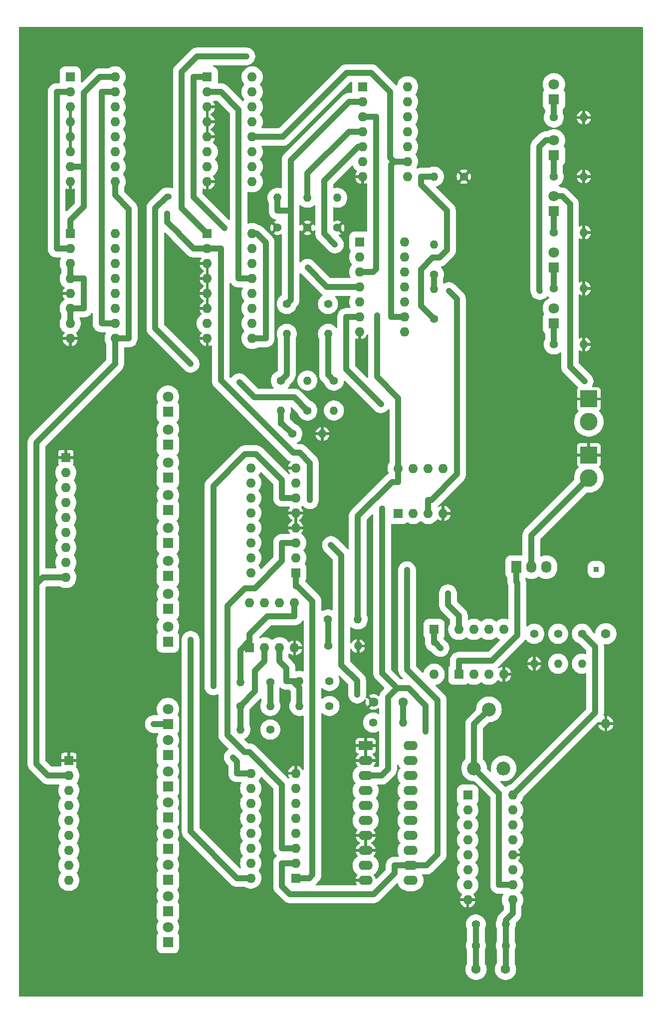
<source format=gbr>
%TF.GenerationSoftware,KiCad,Pcbnew,8.0.4*%
%TF.CreationDate,2024-12-01T21:10:47+01:00*%
%TF.ProjectId,OVN,4f564e2e-6b69-4636-9164-5f7063625858,rev?*%
%TF.SameCoordinates,Original*%
%TF.FileFunction,Copper,L1,Top*%
%TF.FilePolarity,Positive*%
%FSLAX46Y46*%
G04 Gerber Fmt 4.6, Leading zero omitted, Abs format (unit mm)*
G04 Created by KiCad (PCBNEW 8.0.4) date 2024-12-01 21:10:47*
%MOMM*%
%LPD*%
G01*
G04 APERTURE LIST*
%TA.AperFunction,ComponentPad*%
%ADD10R,1.800000X1.800000*%
%TD*%
%TA.AperFunction,ComponentPad*%
%ADD11C,1.800000*%
%TD*%
%TA.AperFunction,ComponentPad*%
%ADD12C,1.400000*%
%TD*%
%TA.AperFunction,ComponentPad*%
%ADD13O,1.400000X1.400000*%
%TD*%
%TA.AperFunction,ComponentPad*%
%ADD14R,1.600000X1.600000*%
%TD*%
%TA.AperFunction,ComponentPad*%
%ADD15O,1.600000X1.600000*%
%TD*%
%TA.AperFunction,ComponentPad*%
%ADD16C,1.600000*%
%TD*%
%TA.AperFunction,ComponentPad*%
%ADD17R,2.400000X1.600000*%
%TD*%
%TA.AperFunction,ComponentPad*%
%ADD18O,2.400000X1.600000*%
%TD*%
%TA.AperFunction,ComponentPad*%
%ADD19C,2.340000*%
%TD*%
%TA.AperFunction,ComponentPad*%
%ADD20R,3.000000X3.000000*%
%TD*%
%TA.AperFunction,ComponentPad*%
%ADD21C,3.000000*%
%TD*%
%TA.AperFunction,ComponentPad*%
%ADD22R,1.730000X2.030000*%
%TD*%
%TA.AperFunction,ComponentPad*%
%ADD23O,1.730000X2.030000*%
%TD*%
%TA.AperFunction,ComponentPad*%
%ADD24R,0.850000X0.850000*%
%TD*%
%TA.AperFunction,ViaPad*%
%ADD25C,0.800000*%
%TD*%
%TA.AperFunction,Conductor*%
%ADD26C,1.000000*%
%TD*%
G04 APERTURE END LIST*
D10*
%TO.P,80Grader1,1,K*%
%TO.N,Net-(80Grader1-K)*%
X153825000Y-38750000D03*
D11*
%TO.P,80Grader1,2,A*%
%TO.N,Net-(80Grader1-A)*%
X153825000Y-36210000D03*
%TD*%
D12*
%TO.P,R14,1*%
%TO.N,Net-(R13-Pad2)*%
X105740000Y-128180000D03*
D13*
%TO.P,R14,2*%
%TO.N,Afv_displ_adc*%
X100660000Y-128180000D03*
%TD*%
D14*
%TO.P,U4,1,A0*%
%TO.N,/ADC Convertor/DB7*%
X110000000Y-161375000D03*
D15*
%TO.P,U4,2,A1*%
%TO.N,/ADC Convertor/DB6*%
X110000000Y-158835000D03*
%TO.P,U4,3,A2*%
%TO.N,/ADC Convertor/DB5*%
X110000000Y-156295000D03*
%TO.P,U4,4,~E1*%
%TO.N,GND*%
X110000000Y-153755000D03*
%TO.P,U4,5,~E2*%
%TO.N,/ADC Convertor/DB4*%
X110000000Y-151215000D03*
%TO.P,U4,6,E3*%
%TO.N,+5V*%
X110000000Y-148675000D03*
%TO.P,U4,7,Y7*%
%TO.N,Net-(D10-A)*%
X110000000Y-146135000D03*
%TO.P,U4,8,GND*%
%TO.N,GND*%
X110000000Y-143595000D03*
%TO.P,U4,9,Y6*%
%TO.N,Net-(D11-A)*%
X102380000Y-143595000D03*
%TO.P,U4,10,Y5*%
%TO.N,Net-(D12-A)*%
X102380000Y-146135000D03*
%TO.P,U4,11,Y4*%
%TO.N,Net-(D13-A)*%
X102380000Y-148675000D03*
%TO.P,U4,12,Y3*%
%TO.N,Net-(D14-A)*%
X102380000Y-151215000D03*
%TO.P,U4,13,Y2*%
%TO.N,Net-(D15-A)*%
X102380000Y-153755000D03*
%TO.P,U4,14,Y1*%
%TO.N,Net-(D16-A)*%
X102380000Y-156295000D03*
%TO.P,U4,15,Y0*%
%TO.N,Net-(D17-A)*%
X102380000Y-158835000D03*
%TO.P,U4,16,VCC*%
%TO.N,+5V*%
X102380000Y-161375000D03*
%TD*%
D12*
%TO.P,R30,1*%
%TO.N,Net-(30Grader1-K)*%
X153825000Y-61340000D03*
D13*
%TO.P,R30,2*%
%TO.N,GND*%
X158905000Y-61340000D03*
%TD*%
D12*
%TO.P,R5,1*%
%TO.N,Net-(U2-CLK_IN)*%
X123165000Y-135000000D03*
D13*
%TO.P,R5,2*%
%TO.N,Net-(U2-CLK_R)*%
X128245000Y-135000000D03*
%TD*%
D12*
%TO.P,R4,1*%
%TO.N,Net-(U1A-+)*%
X150500000Y-119920000D03*
D13*
%TO.P,R4,2*%
%TO.N,GND*%
X150500000Y-125000000D03*
%TD*%
D14*
%TO.P,D1,1,K*%
%TO.N,Net-(D1-K)*%
X133500000Y-119190000D03*
D15*
%TO.P,D1,2,A*%
%TO.N,/Analog styring Differensforst\u00E6rker/V-Ovn*%
X133500000Y-126810000D03*
%TD*%
D16*
%TO.P,R3,1*%
%TO.N,Net-(J3-Pin_3)*%
X162650000Y-119920000D03*
D15*
%TO.P,R3,2*%
%TO.N,GND*%
X162650000Y-135160000D03*
%TD*%
D10*
%TO.P,D17,1,K*%
%TO.N,Net-(D17-K)*%
X88325000Y-172250000D03*
D11*
%TO.P,D17,2,A*%
%TO.N,Net-(D17-A)*%
X88325000Y-169710000D03*
%TD*%
D14*
%TO.P,U13,1,1A*%
%TO.N,Net-(U10-Y0)*%
X120880000Y-53460000D03*
D15*
%TO.P,U13,2,1Y*%
%TO.N,Net-(50Grader1-A)*%
X120880000Y-56000000D03*
%TO.P,U13,3,2A*%
%TO.N,Net-(U10-Y1)*%
X120880000Y-58540000D03*
%TO.P,U13,4,2Y*%
%TO.N,Net-(80Grader1-A)*%
X120880000Y-61080000D03*
%TO.P,U13,5,3A*%
%TO.N,Net-(U10-Y2)*%
X120880000Y-63620000D03*
%TO.P,U13,6,3Y*%
%TO.N,Net-(100Grader1-A)*%
X120880000Y-66160000D03*
%TO.P,U13,7,GND*%
%TO.N,GND*%
X120880000Y-68700000D03*
%TO.P,U13,8,4Y*%
%TO.N,Net-(30Grader1-A)*%
X128500000Y-68700000D03*
%TO.P,U13,9,4A*%
%TO.N,Net-(U10-Y3)*%
X128500000Y-66160000D03*
%TO.P,U13,10,5Y*%
%TO.N,unconnected-(U13-5Y-Pad10)*%
X128500000Y-63620000D03*
%TO.P,U13,11,5A*%
%TO.N,unconnected-(U13-5A-Pad11)*%
X128500000Y-61080000D03*
%TO.P,U13,12,6Y*%
%TO.N,unconnected-(U13-6Y-Pad12)*%
X128500000Y-58540000D03*
%TO.P,U13,13,6A*%
%TO.N,unconnected-(U13-6A-Pad13)*%
X128500000Y-56000000D03*
%TO.P,U13,14,VCC*%
%TO.N,+5V*%
X128500000Y-53460000D03*
%TD*%
D12*
%TO.P,R7,1*%
%TO.N,Net-(C2-Pad1)*%
X140580000Y-169237500D03*
D13*
%TO.P,R7,2*%
%TO.N,Net-(U5-~{\u03A60})*%
X145660000Y-169237500D03*
%TD*%
D14*
%TO.P,U12,1,~{MR}*%
%TO.N,+5V*%
X71750000Y-52040000D03*
D15*
%TO.P,U12,2,CLK*%
%TO.N,/ADC Convertor/WR_in*%
X71750000Y-54580000D03*
%TO.P,U12,3,D0*%
%TO.N,+5V*%
X71750000Y-57120000D03*
%TO.P,U12,4,D1*%
X71750000Y-59660000D03*
%TO.P,U12,5,D2*%
%TO.N,GND*%
X71750000Y-62200000D03*
%TO.P,U12,6,D3*%
%TO.N,+5V*%
X71750000Y-64740000D03*
%TO.P,U12,7,CEP*%
X71750000Y-67280000D03*
%TO.P,U12,8,GND*%
%TO.N,GND*%
X71750000Y-69820000D03*
%TO.P,U12,9,~{LOAD}*%
%TO.N,/Afvigelsesdisplay/Steady state*%
X79370000Y-69820000D03*
%TO.P,U12,10,CET*%
%TO.N,Net-(U12-CET)*%
X79370000Y-67280000D03*
%TO.P,U12,11,Q3*%
%TO.N,unconnected-(U12-Q3-Pad11)*%
X79370000Y-64740000D03*
%TO.P,U12,12,Q2*%
%TO.N,unconnected-(U12-Q2-Pad12)*%
X79370000Y-62200000D03*
%TO.P,U12,13,Q1*%
%TO.N,unconnected-(U12-Q1-Pad13)*%
X79370000Y-59660000D03*
%TO.P,U12,14,Q0*%
%TO.N,unconnected-(U12-Q0-Pad14)*%
X79370000Y-57120000D03*
%TO.P,U12,15,TC*%
%TO.N,Net-(U12-TC)*%
X79370000Y-54580000D03*
%TO.P,U12,16,VCC*%
%TO.N,+5V*%
X79370000Y-52040000D03*
%TD*%
D14*
%TO.P,U9,1,~{MR}*%
%TO.N,Net-(U11-5Y)*%
X95000000Y-52040000D03*
D15*
%TO.P,U9,2,CLK*%
%TO.N,/ADC Convertor/WR_in*%
X95000000Y-54580000D03*
%TO.P,U9,3,D0*%
%TO.N,GND*%
X95000000Y-57120000D03*
%TO.P,U9,4,D1*%
X95000000Y-59660000D03*
%TO.P,U9,5,D2*%
X95000000Y-62200000D03*
%TO.P,U9,6,D3*%
X95000000Y-64740000D03*
%TO.P,U9,7,CEP*%
%TO.N,Net-(U12-TC)*%
X95000000Y-67280000D03*
%TO.P,U9,8,GND*%
%TO.N,GND*%
X95000000Y-69820000D03*
%TO.P,U9,9,~{LOAD}*%
%TO.N,+5V*%
X102620000Y-69820000D03*
%TO.P,U9,10,CET*%
%TO.N,/Afvigelsesdisplay/Steady state*%
X102620000Y-67280000D03*
%TO.P,U9,11,Q3*%
%TO.N,unconnected-(U9-Q3-Pad11)*%
X102620000Y-64740000D03*
%TO.P,U9,12,Q2*%
%TO.N,Net-(U11-5A)*%
X102620000Y-62200000D03*
%TO.P,U9,13,Q1*%
%TO.N,Net-(U10-A1)*%
X102620000Y-59660000D03*
%TO.P,U9,14,Q0*%
%TO.N,Net-(U10-A0)*%
X102620000Y-57120000D03*
%TO.P,U9,15,TC*%
%TO.N,unconnected-(U9-TC-Pad15)*%
X102620000Y-54580000D03*
%TO.P,U9,16,VCC*%
%TO.N,+5V*%
X102620000Y-52040000D03*
%TD*%
D17*
%TO.P,U2,1,~CS*%
%TO.N,GND*%
X121880000Y-138920000D03*
D18*
%TO.P,U2,2,~RD*%
X121880000Y-141460000D03*
%TO.P,U2,3,~WR*%
%TO.N,/ADC Convertor/WR_in*%
X121880000Y-144000000D03*
%TO.P,U2,4,CLK_IN*%
%TO.N,Net-(U2-CLK_IN)*%
X121880000Y-146540000D03*
%TO.P,U2,5,~INTR*%
%TO.N,unconnected-(U2-~INTR-Pad5)*%
X121880000Y-149080000D03*
%TO.P,U2,6,VIN(+)*%
%TO.N,Afv_displ_adc*%
X121880000Y-151620000D03*
%TO.P,U2,7,VIN(-)*%
%TO.N,GND*%
X121880000Y-154160000D03*
%TO.P,U2,8,AGND*%
X121880000Y-156700000D03*
%TO.P,U2,9,VREF/2*%
%TO.N,unconnected-(U2-VREF{slash}2-Pad9)*%
X121880000Y-159240000D03*
%TO.P,U2,10,DGND*%
%TO.N,GND*%
X121880000Y-161780000D03*
%TO.P,U2,11,DB7*%
%TO.N,/ADC Convertor/DB7*%
X129500000Y-161780000D03*
%TO.P,U2,12,DB6*%
%TO.N,/ADC Convertor/DB6*%
X129500000Y-159240000D03*
%TO.P,U2,13,DB5*%
%TO.N,/ADC Convertor/DB5*%
X129500000Y-156700000D03*
%TO.P,U2,14,DB4*%
%TO.N,/ADC Convertor/DB4*%
X129500000Y-154160000D03*
%TO.P,U2,15,DB3*%
%TO.N,unconnected-(U2-DB3-Pad15)*%
X129500000Y-151620000D03*
%TO.P,U2,16,DB2*%
%TO.N,unconnected-(U2-DB2-Pad16)*%
X129500000Y-149080000D03*
%TO.P,U2,17,DB1*%
%TO.N,unconnected-(U2-DB1-Pad17)*%
X129500000Y-146540000D03*
%TO.P,U2,18,DB0*%
%TO.N,unconnected-(U2-DB0-Pad18)*%
X129500000Y-144000000D03*
%TO.P,U2,19,CLK_R*%
%TO.N,Net-(U2-CLK_R)*%
X129500000Y-141460000D03*
%TO.P,U2,20,VCC*%
%TO.N,+5V*%
X129500000Y-138920000D03*
%TD*%
D10*
%TO.P,D15,1,K*%
%TO.N,Net-(D15-K)*%
X88325000Y-161678600D03*
D11*
%TO.P,D15,2,A*%
%TO.N,Net-(D15-A)*%
X88325000Y-159138600D03*
%TD*%
D14*
%TO.P,U8,1,~{MR}*%
%TO.N,+5V*%
X71750000Y-25460000D03*
D15*
%TO.P,U8,2,CLK*%
%TO.N,/ADC Convertor/WR_in*%
X71750000Y-28000000D03*
%TO.P,U8,3,D0*%
%TO.N,GND*%
X71750000Y-30540000D03*
%TO.P,U8,4,D1*%
X71750000Y-33080000D03*
%TO.P,U8,5,D2*%
X71750000Y-35620000D03*
%TO.P,U8,6,D3*%
X71750000Y-38160000D03*
%TO.P,U8,7,CEP*%
%TO.N,+5V*%
X71750000Y-40700000D03*
%TO.P,U8,8,GND*%
%TO.N,GND*%
X71750000Y-43240000D03*
%TO.P,U8,9,~{LOAD}*%
%TO.N,/Afvigelsesdisplay/Steady state*%
X79370000Y-43240000D03*
%TO.P,U8,10,CET*%
%TO.N,+5V*%
X79370000Y-40700000D03*
%TO.P,U8,11,Q3*%
%TO.N,unconnected-(U8-Q3-Pad11)*%
X79370000Y-38160000D03*
%TO.P,U8,12,Q2*%
%TO.N,unconnected-(U8-Q2-Pad12)*%
X79370000Y-35620000D03*
%TO.P,U8,13,Q1*%
%TO.N,unconnected-(U8-Q1-Pad13)*%
X79370000Y-33080000D03*
%TO.P,U8,14,Q0*%
%TO.N,unconnected-(U8-Q0-Pad14)*%
X79370000Y-30540000D03*
%TO.P,U8,15,TC*%
%TO.N,Net-(U12-CET)*%
X79370000Y-28000000D03*
%TO.P,U8,16,VCC*%
%TO.N,+5V*%
X79370000Y-25460000D03*
%TD*%
D10*
%TO.P,D16,1,K*%
%TO.N,Net-(D16-K)*%
X88325000Y-166964300D03*
D11*
%TO.P,D16,2,A*%
%TO.N,Net-(D16-A)*%
X88325000Y-164424300D03*
%TD*%
D10*
%TO.P,50Grader1,1,K*%
%TO.N,Net-(50Grader1-K)*%
X153825000Y-29250000D03*
D11*
%TO.P,50Grader1,2,A*%
%TO.N,Net-(50Grader1-A)*%
X153825000Y-26710000D03*
%TD*%
D10*
%TO.P,30Grader1,1,K*%
%TO.N,Net-(30Grader1-K)*%
X153825000Y-57750000D03*
D11*
%TO.P,30Grader1,2,A*%
%TO.N,Net-(30Grader1-A)*%
X153825000Y-55210000D03*
%TD*%
D14*
%TO.P,U5,1,Q12*%
%TO.N,unconnected-(U5-Q12-Pad1)*%
X139200000Y-147300000D03*
D15*
%TO.P,U5,2,Q13*%
%TO.N,unconnected-(U5-Q13-Pad2)*%
X139200000Y-149840000D03*
%TO.P,U5,3,Q14*%
%TO.N,unconnected-(U5-Q14-Pad3)*%
X139200000Y-152380000D03*
%TO.P,U5,4,Q6*%
%TO.N,unconnected-(U5-Q6-Pad4)*%
X139200000Y-154920000D03*
%TO.P,U5,5,Q5*%
%TO.N,unconnected-(U5-Q5-Pad5)*%
X139200000Y-157460000D03*
%TO.P,U5,6,Q7*%
%TO.N,unconnected-(U5-Q7-Pad6)*%
X139200000Y-160000000D03*
%TO.P,U5,7,Q4*%
%TO.N,/Digital Oscillator/100Hz*%
X139200000Y-162540000D03*
%TO.P,U5,8,VSS*%
%TO.N,GND*%
X139200000Y-165080000D03*
%TO.P,U5,9,~{\u03A60}*%
%TO.N,Net-(U5-~{\u03A60})*%
X146820000Y-165080000D03*
%TO.P,U5,10,\u03A60*%
%TO.N,Net-(U5-\u03A60)*%
X146820000Y-162540000D03*
%TO.P,U5,11,~{\u03A61}*%
%TO.N,Net-(U5-~{\u03A60})*%
X146820000Y-160000000D03*
%TO.P,U5,12,CLR*%
%TO.N,GND*%
X146820000Y-157460000D03*
%TO.P,U5,13,Q9*%
%TO.N,unconnected-(U5-Q9-Pad13)*%
X146820000Y-154920000D03*
%TO.P,U5,14,Q8*%
%TO.N,unconnected-(U5-Q8-Pad14)*%
X146820000Y-152380000D03*
%TO.P,U5,15,Q10*%
%TO.N,/ADC Convertor/WR_in*%
X146820000Y-149840000D03*
%TO.P,U5,16,VDD*%
%TO.N,+5V*%
X146820000Y-147300000D03*
%TD*%
D12*
%TO.P,R22,1*%
%TO.N,Net-(U7A-+)*%
X109460000Y-86000000D03*
D13*
%TO.P,R22,2*%
%TO.N,GND*%
X114540000Y-86000000D03*
%TD*%
D19*
%TO.P,RV1,1,1*%
%TO.N,Net-(U5-~{\u03A60})*%
X145295000Y-142762500D03*
%TO.P,RV1,2,2*%
%TO.N,Net-(U5-\u03A60)*%
X142795000Y-132762500D03*
%TO.P,RV1,3,3*%
X140295000Y-142762500D03*
%TD*%
D10*
%TO.P,D13,1,K*%
%TO.N,Net-(D13-K)*%
X88325000Y-151107100D03*
D11*
%TO.P,D13,2,A*%
%TO.N,Net-(D13-A)*%
X88325000Y-148567100D03*
%TD*%
D12*
%TO.P,R25,1*%
%TO.N,GND*%
X117080000Y-51040000D03*
D13*
%TO.P,R25,2*%
%TO.N,/Analog styring sp\u00E6ndingsdeler/100\u00B0C*%
X117080000Y-45960000D03*
%TD*%
D16*
%TO.P,C2,1*%
%TO.N,Net-(C2-Pad1)*%
X140620000Y-176862500D03*
%TO.P,C2,2*%
%TO.N,Net-(U5-~{\u03A60})*%
X145620000Y-176862500D03*
%TD*%
D20*
%TO.P,J1,1,Pin_1*%
%TO.N,GND*%
X159750000Y-80092500D03*
D21*
%TO.P,J1,2,Pin_2*%
%TO.N,+5V*%
X159750000Y-83972500D03*
%TD*%
D20*
%TO.P,J2,1,Pin_1*%
%TO.N,GND*%
X159750000Y-89592500D03*
D21*
%TO.P,J2,2,Pin_2*%
%TO.N,10V-30V*%
X159750000Y-93472500D03*
%TD*%
D10*
%TO.P,D9,1,K*%
%TO.N,/Afvigelsesdisplay/Steady state*%
X88325000Y-121250000D03*
D11*
%TO.P,D9,2,A*%
%TO.N,Net-(D9-A)*%
X88325000Y-118710000D03*
%TD*%
D14*
%TO.P,U11,1,1A*%
%TO.N,Net-(U10-Y0)*%
X121380000Y-27120000D03*
D15*
%TO.P,U11,2,1Y*%
%TO.N,/Analog styring sp\u00E6ndingsdeler/50\u00B0C*%
X121380000Y-29660000D03*
%TO.P,U11,3,2A*%
%TO.N,Net-(U10-Y1)*%
X121380000Y-32200000D03*
%TO.P,U11,4,2Y*%
%TO.N,/Analog styring sp\u00E6ndingsdeler/80\u00B0C*%
X121380000Y-34740000D03*
%TO.P,U11,5,3A*%
%TO.N,Net-(U10-Y2)*%
X121380000Y-37280000D03*
%TO.P,U11,6,3Y*%
%TO.N,/Analog styring sp\u00E6ndingsdeler/100\u00B0C*%
X121380000Y-39820000D03*
%TO.P,U11,7,GND*%
%TO.N,GND*%
X121380000Y-42360000D03*
%TO.P,U11,8,4Y*%
%TO.N,/Analog styring sp\u00E6ndingsdeler/30\u00B0C*%
X129000000Y-42360000D03*
%TO.P,U11,9,4A*%
%TO.N,Net-(U10-Y3)*%
X129000000Y-39820000D03*
%TO.P,U11,10,5Y*%
%TO.N,Net-(U11-5Y)*%
X129000000Y-37280000D03*
%TO.P,U11,11,5A*%
%TO.N,Net-(U11-5A)*%
X129000000Y-34740000D03*
%TO.P,U11,12,6Y*%
%TO.N,unconnected-(U11-6Y-Pad12)*%
X129000000Y-32200000D03*
%TO.P,U11,13,6A*%
%TO.N,unconnected-(U11-6A-Pad13)*%
X129000000Y-29660000D03*
%TO.P,U11,14,VCC*%
%TO.N,+5V*%
X129000000Y-27120000D03*
%TD*%
D10*
%TO.P,D3,1,K*%
%TO.N,Net-(D3-K)*%
X88325000Y-87821400D03*
D11*
%TO.P,D3,2,A*%
%TO.N,Net-(D3-A)*%
X88325000Y-85281400D03*
%TD*%
D12*
%TO.P,R12,1*%
%TO.N,Sp_v*%
X105700000Y-136180000D03*
D13*
%TO.P,R12,2*%
%TO.N,Net-(U6A--)*%
X100620000Y-136180000D03*
%TD*%
D10*
%TO.P,D5,1,K*%
%TO.N,Net-(D5-K)*%
X88325000Y-98964300D03*
D11*
%TO.P,D5,2,A*%
%TO.N,Net-(D5-A)*%
X88325000Y-96424300D03*
%TD*%
D12*
%TO.P,R9,1*%
%TO.N,Net-(U6B--)*%
X115500000Y-122000000D03*
D13*
%TO.P,R9,2*%
%TO.N,GND*%
X120580000Y-122000000D03*
%TD*%
D10*
%TO.P,D8,1,K*%
%TO.N,Net-(D8-K)*%
X88325000Y-115678600D03*
D11*
%TO.P,D8,2,A*%
%TO.N,Net-(D8-A)*%
X88325000Y-113138600D03*
%TD*%
D12*
%TO.P,R28,1*%
%TO.N,Net-(80Grader1-K)*%
X153825000Y-42340000D03*
D13*
%TO.P,R28,2*%
%TO.N,GND*%
X158905000Y-42340000D03*
%TD*%
D10*
%TO.P,D4,1,K*%
%TO.N,Net-(D4-K)*%
X88325000Y-93392900D03*
D11*
%TO.P,D4,2,A*%
%TO.N,Net-(D4-A)*%
X88325000Y-90852900D03*
%TD*%
D14*
%TO.P,U7,1*%
%TO.N,Sp_v*%
X127420000Y-99500000D03*
D15*
%TO.P,U7,2,-*%
X129960000Y-99500000D03*
%TO.P,U7,3,+*%
%TO.N,Net-(U7A-+)*%
X132500000Y-99500000D03*
%TO.P,U7,4,V-*%
%TO.N,GND*%
X135040000Y-99500000D03*
%TO.P,U7,5,+*%
%TO.N,LM35_out*%
X135040000Y-91880000D03*
%TO.P,U7,6,-*%
X132500000Y-91880000D03*
%TO.P,U7,7*%
X129960000Y-91880000D03*
%TO.P,U7,8,V+*%
%TO.N,+5V*%
X127420000Y-91880000D03*
%TD*%
D14*
%TO.P,U1,1*%
%TO.N,Net-(J3-Pin_1)*%
X137700000Y-126800000D03*
D15*
%TO.P,U1,2,-*%
%TO.N,Net-(D1-K)*%
X140240000Y-126800000D03*
%TO.P,U1,3,+*%
%TO.N,Net-(U1A-+)*%
X142780000Y-126800000D03*
%TO.P,U1,4,V-*%
%TO.N,GND*%
X145320000Y-126800000D03*
%TO.P,U1,5,+*%
%TO.N,unconnected-(U1B-+-Pad5)*%
X145320000Y-119180000D03*
%TO.P,U1,6,-*%
%TO.N,unconnected-(U1B---Pad6)*%
X142780000Y-119180000D03*
%TO.P,U1,7*%
%TO.N,unconnected-(U1-Pad7)*%
X140240000Y-119180000D03*
%TO.P,U1,8,V+*%
%TO.N,+5V*%
X137700000Y-119180000D03*
%TD*%
D10*
%TO.P,D10,1,K*%
%TO.N,/Afvigelsesdisplay/Steady state*%
X88325000Y-135250000D03*
D11*
%TO.P,D10,2,A*%
%TO.N,Net-(D10-A)*%
X88325000Y-132710000D03*
%TD*%
D10*
%TO.P,D14,1,K*%
%TO.N,Net-(D14-K)*%
X88325000Y-156392900D03*
D11*
%TO.P,D14,2,A*%
%TO.N,Net-(D14-A)*%
X88325000Y-153852900D03*
%TD*%
D10*
%TO.P,D11,1,K*%
%TO.N,Net-(D11-K)*%
X88325000Y-140535700D03*
D11*
%TO.P,D11,2,A*%
%TO.N,Net-(D11-A)*%
X88325000Y-137995700D03*
%TD*%
D22*
%TO.P,J3,1,Pin_1*%
%TO.N,Net-(J3-Pin_1)*%
X147450000Y-108625000D03*
D23*
%TO.P,J3,2,Pin_2*%
%TO.N,10V-30V*%
X149990000Y-108625000D03*
%TO.P,J3,3,Pin_3*%
%TO.N,Net-(J3-Pin_3)*%
X152530000Y-108625000D03*
%TD*%
D10*
%TO.P,D2,1,K*%
%TO.N,Net-(D2-K)*%
X88325000Y-82250000D03*
D11*
%TO.P,D2,2,A*%
%TO.N,Net-(D2-A)*%
X88325000Y-79710000D03*
%TD*%
D14*
%TO.P,U10,1,A0*%
%TO.N,Net-(U10-A0)*%
X95000000Y-25460000D03*
D15*
%TO.P,U10,2,A1*%
%TO.N,Net-(U10-A1)*%
X95000000Y-28000000D03*
%TO.P,U10,3,A2*%
%TO.N,GND*%
X95000000Y-30540000D03*
%TO.P,U10,4,~E1*%
X95000000Y-33080000D03*
%TO.P,U10,5,~E2*%
X95000000Y-35620000D03*
%TO.P,U10,6,E3*%
%TO.N,+5V*%
X95000000Y-38160000D03*
%TO.P,U10,7,Y7*%
%TO.N,unconnected-(U10-Y7-Pad7)*%
X95000000Y-40700000D03*
%TO.P,U10,8,GND*%
%TO.N,GND*%
X95000000Y-43240000D03*
%TO.P,U10,9,Y6*%
%TO.N,unconnected-(U10-Y6-Pad9)*%
X102620000Y-43240000D03*
%TO.P,U10,10,Y5*%
%TO.N,unconnected-(U10-Y5-Pad10)*%
X102620000Y-40700000D03*
%TO.P,U10,11,Y4*%
%TO.N,unconnected-(U10-Y4-Pad11)*%
X102620000Y-38160000D03*
%TO.P,U10,12,Y3*%
%TO.N,Net-(U10-Y3)*%
X102620000Y-35620000D03*
%TO.P,U10,13,Y2*%
%TO.N,Net-(U10-Y2)*%
X102620000Y-33080000D03*
%TO.P,U10,14,Y1*%
%TO.N,Net-(U10-Y1)*%
X102620000Y-30540000D03*
%TO.P,U10,15,Y0*%
%TO.N,Net-(U10-Y0)*%
X102620000Y-28000000D03*
%TO.P,U10,16,VCC*%
%TO.N,+5V*%
X102620000Y-25460000D03*
%TD*%
D12*
%TO.P,R6,1*%
%TO.N,Net-(C2-Pad1)*%
X140580000Y-172825000D03*
D13*
%TO.P,R6,2*%
%TO.N,Net-(U5-~{\u03A60})*%
X145660000Y-172825000D03*
%TD*%
D12*
%TO.P,R26,1*%
%TO.N,GND*%
X138540000Y-42360000D03*
D13*
%TO.P,R26,2*%
%TO.N,/Analog styring sp\u00E6ndingsdeler/30\u00B0C*%
X133460000Y-42360000D03*
%TD*%
D12*
%TO.P,R24,1*%
%TO.N,GND*%
X112000000Y-51040000D03*
D13*
%TO.P,R24,2*%
%TO.N,/Analog styring sp\u00E6ndingsdeler/80\u00B0C*%
X112000000Y-45960000D03*
%TD*%
D14*
%TO.P,RN1,1,common*%
%TO.N,GND*%
X71000000Y-90050000D03*
D15*
%TO.P,RN1,2,R1*%
%TO.N,Net-(D2-K)*%
X71000000Y-92590000D03*
%TO.P,RN1,3,R2*%
%TO.N,Net-(D3-K)*%
X71000000Y-95130000D03*
%TO.P,RN1,4,R3*%
%TO.N,Net-(D4-K)*%
X71000000Y-97670000D03*
%TO.P,RN1,5,R4*%
%TO.N,Net-(D5-K)*%
X71000000Y-100210000D03*
%TO.P,RN1,6,R5*%
%TO.N,Net-(D6-K)*%
X71000000Y-102750000D03*
%TO.P,RN1,7,R6*%
%TO.N,Net-(D7-K)*%
X71000000Y-105290000D03*
%TO.P,RN1,8,R7*%
%TO.N,Net-(D8-K)*%
X71000000Y-107830000D03*
%TO.P,RN1,9,R8*%
%TO.N,/Afvigelsesdisplay/Steady state*%
X71000000Y-110370000D03*
%TD*%
D12*
%TO.P,R13,1*%
%TO.N,Net-(U6A--)*%
X100620000Y-132180000D03*
D13*
%TO.P,R13,2*%
%TO.N,Net-(R13-Pad2)*%
X105700000Y-132180000D03*
%TD*%
D12*
%TO.P,R2,1*%
%TO.N,Net-(D1-K)*%
X154550000Y-119920000D03*
D13*
%TO.P,R2,2*%
%TO.N,Net-(J3-Pin_3)*%
X154550000Y-125000000D03*
%TD*%
D10*
%TO.P,D12,1,K*%
%TO.N,Net-(D12-K)*%
X88325000Y-145821400D03*
D11*
%TO.P,D12,2,A*%
%TO.N,Net-(D12-A)*%
X88325000Y-143281400D03*
%TD*%
D12*
%TO.P,R11,1*%
%TO.N,LM35_out*%
X115740000Y-132180000D03*
D13*
%TO.P,R11,2*%
%TO.N,Net-(U6A-+)*%
X110660000Y-132180000D03*
%TD*%
D12*
%TO.P,R31,1*%
%TO.N,Net-(Venter1-K)*%
X153825000Y-70840000D03*
D13*
%TO.P,R31,2*%
%TO.N,GND*%
X158905000Y-70840000D03*
%TD*%
D12*
%TO.P,R27,1*%
%TO.N,Net-(50Grader1-K)*%
X153825000Y-32340000D03*
D13*
%TO.P,R27,2*%
%TO.N,GND*%
X158905000Y-32340000D03*
%TD*%
D16*
%TO.P,C1,1*%
%TO.N,GND*%
X123205000Y-131500000D03*
%TO.P,C1,2*%
%TO.N,Net-(U2-CLK_R)*%
X128205000Y-131500000D03*
%TD*%
D12*
%TO.P,R29,1*%
%TO.N,Net-(100Grader1-K)*%
X153825000Y-51840000D03*
D13*
%TO.P,R29,2*%
%TO.N,GND*%
X158905000Y-51840000D03*
%TD*%
D10*
%TO.P,D7,1,K*%
%TO.N,Net-(D7-K)*%
X88325000Y-110107100D03*
D11*
%TO.P,D7,2,A*%
%TO.N,Net-(D7-A)*%
X88325000Y-107567100D03*
%TD*%
D12*
%TO.P,R8,1*%
%TO.N,Net-(U6B--)*%
X115460000Y-117500000D03*
D13*
%TO.P,R8,2*%
%TO.N,+5V*%
X120540000Y-117500000D03*
%TD*%
D12*
%TO.P,R18,1*%
%TO.N,Net-(R15-Pad2)*%
X133500000Y-59000000D03*
D13*
%TO.P,R18,2*%
%TO.N,Net-(U7A-+)*%
X133500000Y-53920000D03*
%TD*%
D14*
%TO.P,U6,1*%
%TO.N,Afv_displ_adc*%
X102200000Y-122300000D03*
D15*
%TO.P,U6,2,-*%
%TO.N,Net-(U6A--)*%
X104740000Y-122300000D03*
%TO.P,U6,3,+*%
%TO.N,Net-(U6A-+)*%
X107280000Y-122300000D03*
%TO.P,U6,4,V-*%
%TO.N,GND*%
X109820000Y-122300000D03*
%TO.P,U6,5,+*%
%TO.N,Afv_displ_adc*%
X109820000Y-114680000D03*
%TO.P,U6,6,-*%
%TO.N,Net-(U6B--)*%
X107280000Y-114680000D03*
%TO.P,U6,7*%
%TO.N,/Analog styring Differensforst\u00E6rker/V-Ovn*%
X104740000Y-114680000D03*
%TO.P,U6,8,V+*%
%TO.N,+5V*%
X102200000Y-114680000D03*
%TD*%
D14*
%TO.P,RN2,1,common*%
%TO.N,GND*%
X71500000Y-141420000D03*
D15*
%TO.P,RN2,2,R1*%
%TO.N,/Afvigelsesdisplay/Steady state*%
X71500000Y-143960000D03*
%TO.P,RN2,3,R2*%
%TO.N,Net-(D11-K)*%
X71500000Y-146500000D03*
%TO.P,RN2,4,R3*%
%TO.N,Net-(D12-K)*%
X71500000Y-149040000D03*
%TO.P,RN2,5,R4*%
%TO.N,Net-(D13-K)*%
X71500000Y-151580000D03*
%TO.P,RN2,6,R5*%
%TO.N,Net-(D14-K)*%
X71500000Y-154120000D03*
%TO.P,RN2,7,R6*%
%TO.N,Net-(D15-K)*%
X71500000Y-156660000D03*
%TO.P,RN2,8,R7*%
%TO.N,Net-(D16-K)*%
X71500000Y-159200000D03*
%TO.P,RN2,9,R8*%
%TO.N,Net-(D17-K)*%
X71500000Y-161740000D03*
%TD*%
D12*
%TO.P,R10,1*%
%TO.N,Net-(U6B--)*%
X115740000Y-127930000D03*
D13*
%TO.P,R10,2*%
%TO.N,Net-(U6A-+)*%
X110660000Y-127930000D03*
%TD*%
D10*
%TO.P,D6,1,K*%
%TO.N,Net-(D6-K)*%
X88325000Y-104535700D03*
D11*
%TO.P,D6,2,A*%
%TO.N,Net-(D6-A)*%
X88325000Y-101995700D03*
%TD*%
D12*
%TO.P,R19,1*%
%TO.N,Net-(R16-Pad2)*%
X107500000Y-76960000D03*
D13*
%TO.P,R19,2*%
%TO.N,Net-(U7A-+)*%
X107500000Y-82040000D03*
%TD*%
D12*
%TO.P,R1,1*%
%TO.N,+5V*%
X158600000Y-119920000D03*
D13*
%TO.P,R1,2*%
%TO.N,Net-(U1A-+)*%
X158600000Y-125000000D03*
%TD*%
D12*
%TO.P,R20,1*%
%TO.N,/Analog styring sp\u00E6ndingsdeler/80\u00B0C*%
X112000000Y-82040000D03*
D13*
%TO.P,R20,2*%
%TO.N,Net-(U7A-+)*%
X112000000Y-76960000D03*
%TD*%
D10*
%TO.P,Venter1,1,K*%
%TO.N,Net-(Venter1-K)*%
X153825000Y-67250000D03*
D11*
%TO.P,Venter1,2,A*%
%TO.N,/Afvigelsesdisplay/Steady state*%
X153825000Y-64710000D03*
%TD*%
D14*
%TO.P,U3,1,A0*%
%TO.N,/ADC Convertor/DB7*%
X110000000Y-109580000D03*
D15*
%TO.P,U3,2,A1*%
%TO.N,/ADC Convertor/DB6*%
X110000000Y-107040000D03*
%TO.P,U3,3,A2*%
%TO.N,/ADC Convertor/DB5*%
X110000000Y-104500000D03*
%TO.P,U3,4,~E1*%
%TO.N,GND*%
X110000000Y-101960000D03*
%TO.P,U3,5,~E2*%
X110000000Y-99420000D03*
%TO.P,U3,6,E3*%
%TO.N,/ADC Convertor/DB4*%
X110000000Y-96880000D03*
%TO.P,U3,7,Y7*%
%TO.N,Net-(D2-A)*%
X110000000Y-94340000D03*
%TO.P,U3,8,GND*%
%TO.N,GND*%
X110000000Y-91800000D03*
%TO.P,U3,9,Y6*%
%TO.N,Net-(D3-A)*%
X102380000Y-91800000D03*
%TO.P,U3,10,Y5*%
%TO.N,Net-(D4-A)*%
X102380000Y-94340000D03*
%TO.P,U3,11,Y4*%
%TO.N,Net-(D5-A)*%
X102380000Y-96880000D03*
%TO.P,U3,12,Y3*%
%TO.N,Net-(D6-A)*%
X102380000Y-99420000D03*
%TO.P,U3,13,Y2*%
%TO.N,Net-(D7-A)*%
X102380000Y-101960000D03*
%TO.P,U3,14,Y1*%
%TO.N,Net-(D8-A)*%
X102380000Y-104500000D03*
%TO.P,U3,15,Y0*%
%TO.N,Net-(D9-A)*%
X102380000Y-107040000D03*
%TO.P,U3,16,VCC*%
%TO.N,+5V*%
X102380000Y-109580000D03*
%TD*%
D12*
%TO.P,R16,1*%
%TO.N,/Analog styring sp\u00E6ndingsdeler/50\u00B0C*%
X108500000Y-63960000D03*
D13*
%TO.P,R16,2*%
%TO.N,Net-(R16-Pad2)*%
X108500000Y-69040000D03*
%TD*%
D12*
%TO.P,R17,1*%
%TO.N,/Analog styring sp\u00E6ndingsdeler/100\u00B0C*%
X115500000Y-63960000D03*
D13*
%TO.P,R17,2*%
%TO.N,Net-(R17-Pad2)*%
X115500000Y-69040000D03*
%TD*%
D12*
%TO.P,R23,1*%
%TO.N,GND*%
X106920000Y-51040000D03*
D13*
%TO.P,R23,2*%
%TO.N,/Analog styring sp\u00E6ndingsdeler/50\u00B0C*%
X106920000Y-45960000D03*
%TD*%
D12*
%TO.P,R15,1*%
%TO.N,/Analog styring sp\u00E6ndingsdeler/30\u00B0C*%
X133500000Y-66540000D03*
D13*
%TO.P,R15,2*%
%TO.N,Net-(R15-Pad2)*%
X133500000Y-61460000D03*
%TD*%
D24*
%TO.P,J4,1,Pin_1*%
%TO.N,LM35_out*%
X161000000Y-109000000D03*
%TD*%
D12*
%TO.P,R21,1*%
%TO.N,Net-(R17-Pad2)*%
X116500000Y-76960000D03*
D13*
%TO.P,R21,2*%
%TO.N,Net-(U7A-+)*%
X116500000Y-82040000D03*
%TD*%
D10*
%TO.P,100Grader1,1,K*%
%TO.N,Net-(100Grader1-K)*%
X153825000Y-48250000D03*
D11*
%TO.P,100Grader1,2,A*%
%TO.N,Net-(100Grader1-A)*%
X153825000Y-45710000D03*
%TD*%
D25*
%TO.N,Net-(U10-Y2)*%
X116658000Y-53877700D03*
%TO.N,Net-(U11-5Y)*%
X101643600Y-21960900D03*
%TO.N,Net-(U10-A0)*%
X97929700Y-51112500D03*
%TO.N,/Analog styring sp\u00E6ndingsdeler/80\u00B0C*%
X100424100Y-77244300D03*
X92178000Y-74118500D03*
X88453100Y-45730500D03*
%TO.N,Net-(D11-A)*%
X99345800Y-140889800D03*
%TO.N,Net-(100Grader1-A)*%
X124472800Y-80975800D03*
X159048500Y-77084700D03*
%TO.N,Net-(80Grader1-A)*%
X112030000Y-57823000D03*
X151436900Y-61768300D03*
%TO.N,/ADC Convertor/DB4*%
X96037700Y-128838400D03*
%TO.N,/ADC Convertor/DB6*%
X128908400Y-109111900D03*
%TO.N,Net-(U7A-+)*%
X136018800Y-61768300D03*
%TO.N,/ADC Convertor/WR_in*%
X132086800Y-136550700D03*
X69448300Y-45987100D03*
X88207600Y-48599000D03*
X112407600Y-97276000D03*
X124687100Y-98667300D03*
%TO.N,Sp_v*%
X120456300Y-130240800D03*
X116000400Y-104867000D03*
%TO.N,Net-(D1-K)*%
X134576800Y-122345500D03*
%TO.N,+5V*%
X135852400Y-113057200D03*
X123827200Y-65903100D03*
X92178000Y-120947800D03*
%TD*%
D26*
%TO.N,/Afvigelsesdisplay/Steady state*%
X79370000Y-74130000D02*
X79370000Y-69820000D01*
X66000000Y-87500000D02*
X79370000Y-74130000D01*
X66000000Y-111500000D02*
X66000000Y-87500000D01*
X66000000Y-111500000D02*
X67130000Y-110370000D01*
X67130000Y-110370000D02*
X71000000Y-110370000D01*
X66000000Y-142000000D02*
X66000000Y-111500000D01*
X67960000Y-143960000D02*
X66000000Y-142000000D01*
X71500000Y-143960000D02*
X67960000Y-143960000D01*
%TO.N,Net-(U10-Y1)*%
X120880000Y-58540000D02*
X123181700Y-58540000D01*
X121380000Y-32200000D02*
X123681700Y-32200000D01*
X123681700Y-58040000D02*
X123681700Y-32200000D01*
X123181700Y-58540000D02*
X123681700Y-58040000D01*
%TO.N,Net-(U10-Y3)*%
X129000000Y-39820000D02*
X127199200Y-39820000D01*
X127199200Y-39820000D02*
X126699800Y-39820000D01*
X128500000Y-66160000D02*
X126198300Y-66160000D01*
X126198300Y-40320000D02*
X126698300Y-39820000D01*
X126198300Y-66160000D02*
X126198300Y-40320000D01*
X126699800Y-39820000D02*
X126699100Y-39820000D01*
X126699100Y-39820000D02*
X126698300Y-39820000D01*
X107811500Y-35620000D02*
X102620000Y-35620000D01*
X118639500Y-24792000D02*
X107811500Y-35620000D01*
X122854800Y-24792000D02*
X118639500Y-24792000D01*
X126023200Y-27960400D02*
X122854800Y-24792000D01*
X126023200Y-39144100D02*
X126023200Y-27960400D01*
X126699100Y-39820000D02*
X126023200Y-39144100D01*
%TO.N,Net-(U10-Y2)*%
X114848100Y-52067800D02*
X116658000Y-53877700D01*
X114848100Y-43039900D02*
X114848100Y-52067800D01*
X120608000Y-37280000D02*
X114848100Y-43039900D01*
X121380000Y-37280000D02*
X120608000Y-37280000D01*
%TO.N,Net-(U10-A1)*%
X95000000Y-28000000D02*
X97301700Y-28000000D01*
X102620000Y-59660000D02*
X100318300Y-59660000D01*
X100318300Y-31016600D02*
X97301700Y-28000000D01*
X100318300Y-59660000D02*
X100318300Y-31016600D01*
%TO.N,Net-(U11-5Y)*%
X93281600Y-21960900D02*
X101643600Y-21960900D01*
X90670600Y-24571900D02*
X93281600Y-21960900D01*
X90670600Y-47710600D02*
X90670600Y-24571900D01*
X95000000Y-52040000D02*
X90670600Y-47710600D01*
%TO.N,Net-(U10-A0)*%
X92698300Y-45881100D02*
X97929700Y-51112500D01*
X92698300Y-25460000D02*
X92698300Y-45881100D01*
X95000000Y-25460000D02*
X92698300Y-25460000D01*
%TO.N,Net-(U12-CET)*%
X77068300Y-28000000D02*
X77068300Y-67280000D01*
X79370000Y-28000000D02*
X77068300Y-28000000D01*
X79370000Y-67280000D02*
X77068300Y-67280000D01*
%TO.N,/Analog styring sp\u00E6ndingsdeler/30\u00B0C*%
X133460000Y-42360000D02*
X131258300Y-42360000D01*
X131258300Y-43706900D02*
X131258300Y-42360000D01*
X135701700Y-48150300D02*
X131258300Y-43706900D01*
X135701700Y-54831900D02*
X135701700Y-48150300D01*
X134411900Y-56121700D02*
X135701700Y-54831900D01*
X133236200Y-56121700D02*
X134411900Y-56121700D01*
X131258300Y-58099600D02*
X133236200Y-56121700D01*
X131258300Y-64298300D02*
X131258300Y-58099600D01*
X133500000Y-66540000D02*
X131258300Y-64298300D01*
%TO.N,/Analog styring sp\u00E6ndingsdeler/50\u00B0C*%
X106920000Y-45960000D02*
X106920000Y-48161700D01*
X106920000Y-48161700D02*
X109160000Y-48161700D01*
X109160000Y-39578300D02*
X109160000Y-48161700D01*
X119078300Y-29660000D02*
X109160000Y-39578300D01*
X121380000Y-29660000D02*
X119078300Y-29660000D01*
X109160000Y-63300000D02*
X108500000Y-63960000D01*
X109160000Y-48161700D02*
X109160000Y-63300000D01*
%TO.N,/Analog styring sp\u00E6ndingsdeler/80\u00B0C*%
X121380000Y-34740000D02*
X119078300Y-34740000D01*
X112000000Y-41818300D02*
X112000000Y-45960000D01*
X119078300Y-34740000D02*
X112000000Y-41818300D01*
X103018100Y-79838300D02*
X100424100Y-77244300D01*
X109798300Y-79838300D02*
X103018100Y-79838300D01*
X112000000Y-82040000D02*
X109798300Y-79838300D01*
X86184500Y-68125000D02*
X92178000Y-74118500D01*
X86184500Y-47725600D02*
X86184500Y-68125000D01*
X88179600Y-45730500D02*
X86184500Y-47725600D01*
X88453100Y-45730500D02*
X88179600Y-45730500D01*
%TO.N,10V-30V*%
X149990000Y-103232500D02*
X159750000Y-93472500D01*
X149990000Y-108625000D02*
X149990000Y-103232500D01*
%TO.N,Net-(D11-A)*%
X100078300Y-141622300D02*
X99345800Y-140889800D01*
X100078300Y-143595000D02*
X100078300Y-141622300D01*
X102380000Y-143595000D02*
X100078300Y-143595000D01*
%TO.N,/Afvigelsesdisplay/Steady state*%
X81671700Y-47843400D02*
X81671700Y-69820000D01*
X79370000Y-45541700D02*
X81671700Y-47843400D01*
X79370000Y-43240000D02*
X79370000Y-45541700D01*
X79370000Y-69820000D02*
X81671700Y-69820000D01*
X88325000Y-135250000D02*
X85923300Y-135250000D01*
%TO.N,Net-(R13-Pad2)*%
X105740000Y-129938300D02*
X105740000Y-128180000D01*
X105700000Y-129978300D02*
X105740000Y-129938300D01*
X105700000Y-132180000D02*
X105700000Y-129978300D01*
%TO.N,Net-(Venter1-K)*%
X153825000Y-70840000D02*
X153825000Y-67250000D01*
%TO.N,Net-(J3-Pin_1)*%
X143327400Y-124498300D02*
X137700000Y-124498300D01*
X147631300Y-120194400D02*
X143327400Y-124498300D01*
X147631300Y-111323000D02*
X147631300Y-120194400D01*
X147450000Y-111141700D02*
X147631300Y-111323000D01*
X147450000Y-108625000D02*
X147450000Y-111141700D01*
X137700000Y-126800000D02*
X137700000Y-124498300D01*
%TO.N,Net-(R17-Pad2)*%
X115500000Y-69040000D02*
X115500000Y-71241700D01*
X115500000Y-75960000D02*
X116500000Y-76960000D01*
X115500000Y-71241700D02*
X115500000Y-75960000D01*
%TO.N,Net-(U6B--)*%
X115500000Y-117540000D02*
X115500000Y-122000000D01*
X115460000Y-117500000D02*
X115500000Y-117540000D01*
%TO.N,Net-(R15-Pad2)*%
X133500000Y-61460000D02*
X133500000Y-59000000D01*
%TO.N,Net-(100Grader1-A)*%
X118578300Y-75081300D02*
X124472800Y-80975800D01*
X118578300Y-66160000D02*
X118578300Y-75081300D01*
X156559200Y-74595400D02*
X159048500Y-77084700D01*
X156559200Y-47060500D02*
X156559200Y-74595400D01*
X155208700Y-45710000D02*
X156559200Y-47060500D01*
X153825000Y-45710000D02*
X155208700Y-45710000D01*
X120880000Y-66160000D02*
X118578300Y-66160000D01*
%TO.N,Net-(100Grader1-K)*%
X153825000Y-51840000D02*
X153825000Y-48250000D01*
%TO.N,Net-(80Grader1-A)*%
X115287000Y-61080000D02*
X112030000Y-57823000D01*
X120880000Y-61080000D02*
X115287000Y-61080000D01*
X151349900Y-61681300D02*
X151436900Y-61768300D01*
X151349900Y-37291300D02*
X151349900Y-61681300D01*
X152431200Y-36210000D02*
X151349900Y-37291300D01*
X153825000Y-36210000D02*
X152431200Y-36210000D01*
%TO.N,Net-(80Grader1-K)*%
X153825000Y-42340000D02*
X153825000Y-38750000D01*
%TO.N,/ADC Convertor/DB4*%
X107698300Y-93862600D02*
X107698300Y-96880000D01*
X103298800Y-89463100D02*
X107698300Y-93862600D01*
X101415400Y-89463100D02*
X103298800Y-89463100D01*
X96037700Y-94840800D02*
X101415400Y-89463100D01*
X96037700Y-128838400D02*
X96037700Y-94840800D01*
X110000000Y-96880000D02*
X107698300Y-96880000D01*
%TO.N,/ADC Convertor/DB7*%
X110287700Y-111881700D02*
X110000000Y-111881700D01*
X112868100Y-114462100D02*
X110287700Y-111881700D01*
X112868100Y-160808600D02*
X112868100Y-114462100D01*
X112301700Y-161375000D02*
X112868100Y-160808600D01*
X110000000Y-161375000D02*
X112301700Y-161375000D01*
X110000000Y-109580000D02*
X110000000Y-111881700D01*
%TO.N,/ADC Convertor/DB6*%
X126798300Y-160533300D02*
X126798300Y-159240000D01*
X123211600Y-164120000D02*
X126798300Y-160533300D01*
X109021300Y-164120000D02*
X123211600Y-164120000D01*
X107698300Y-162797000D02*
X109021300Y-164120000D01*
X107698300Y-158835000D02*
X107698300Y-162797000D01*
X110000000Y-158835000D02*
X107698300Y-158835000D01*
X129349300Y-159240000D02*
X126798300Y-159240000D01*
X129349300Y-159240000D02*
X129500000Y-159240000D01*
X128908400Y-126011000D02*
X128908400Y-109111900D01*
X134108600Y-131211200D02*
X128908400Y-126011000D01*
X134108600Y-157333100D02*
X134108600Y-131211200D01*
X132201700Y-159240000D02*
X134108600Y-157333100D01*
X129500000Y-159240000D02*
X132201700Y-159240000D01*
%TO.N,/ADC Convertor/DB5*%
X107698300Y-107594800D02*
X107698300Y-104500000D01*
X103073100Y-112220000D02*
X107698300Y-107594800D01*
X101393000Y-112220000D02*
X103073100Y-112220000D01*
X98412100Y-115200900D02*
X101393000Y-112220000D01*
X98412100Y-137108200D02*
X98412100Y-115200900D01*
X101331700Y-140027800D02*
X98412100Y-137108200D01*
X102168800Y-140027800D02*
X101331700Y-140027800D01*
X107698300Y-145557300D02*
X102168800Y-140027800D01*
X107698300Y-156295000D02*
X107698300Y-145557300D01*
X110000000Y-156295000D02*
X107698300Y-156295000D01*
X110000000Y-104500000D02*
X107698300Y-104500000D01*
%TO.N,Net-(U5-\u03A60)*%
X140295000Y-135262500D02*
X140295000Y-142762500D01*
X142795000Y-132762500D02*
X140295000Y-135262500D01*
X144518300Y-146985800D02*
X144518300Y-162540000D01*
X140295000Y-142762500D02*
X144518300Y-146985800D01*
X146820000Y-162540000D02*
X144518300Y-162540000D01*
%TO.N,Net-(U6A--)*%
X104740000Y-122300000D02*
X104740000Y-124601700D01*
X103116400Y-129683600D02*
X100620000Y-132180000D01*
X103116400Y-126225300D02*
X103116400Y-129683600D01*
X104740000Y-124601700D02*
X103116400Y-126225300D01*
X100620000Y-132180000D02*
X100620000Y-136180000D01*
%TO.N,Net-(R16-Pad2)*%
X108500000Y-75960000D02*
X107500000Y-76960000D01*
X108500000Y-69040000D02*
X108500000Y-75960000D01*
%TO.N,Net-(U6A-+)*%
X108458300Y-125780000D02*
X108458300Y-127930000D01*
X107280000Y-124601700D02*
X108458300Y-125780000D01*
X107280000Y-122300000D02*
X107280000Y-124601700D01*
X110660000Y-127930000D02*
X109559200Y-127930000D01*
X109559200Y-127930000D02*
X108458300Y-127930000D01*
X110660000Y-129030800D02*
X110660000Y-132180000D01*
X109559200Y-127930000D02*
X110660000Y-129030800D01*
%TO.N,Net-(U7A-+)*%
X107701700Y-84241700D02*
X109460000Y-86000000D01*
X107500000Y-84241700D02*
X107701700Y-84241700D01*
X107500000Y-82040000D02*
X107500000Y-84241700D01*
X132500000Y-99500000D02*
X132500000Y-97198300D01*
X133063400Y-97198300D02*
X132500000Y-97198300D01*
X137397300Y-92864400D02*
X133063400Y-97198300D01*
X137397300Y-63146800D02*
X137397300Y-92864400D01*
X136018800Y-61768300D02*
X137397300Y-63146800D01*
%TO.N,/ADC Convertor/WR_in*%
X121880000Y-144000000D02*
X124581700Y-144000000D01*
X71750000Y-54580000D02*
X69448300Y-54580000D01*
X71750000Y-28000000D02*
X69448300Y-28000000D01*
X69448300Y-54580000D02*
X69448300Y-45987100D01*
X69448300Y-45987100D02*
X69448300Y-28000000D01*
X94649300Y-54580000D02*
X92698300Y-54580000D01*
X94649300Y-54580000D02*
X95000000Y-54580000D01*
X112407600Y-90938100D02*
X112407600Y-97276000D01*
X110700200Y-89230700D02*
X112407600Y-90938100D01*
X109577100Y-89230700D02*
X110700200Y-89230700D01*
X97301700Y-76955300D02*
X109577100Y-89230700D01*
X97301700Y-54580000D02*
X97301700Y-76955300D01*
X124687100Y-126601600D02*
X127233100Y-129147600D01*
X124687100Y-98667300D02*
X124687100Y-126601600D01*
X125690000Y-130690700D02*
X127233100Y-129147600D01*
X125690000Y-142891700D02*
X125690000Y-130690700D01*
X124581700Y-144000000D02*
X125690000Y-142891700D01*
X132086800Y-132094900D02*
X132086800Y-136550700D01*
X129139500Y-129147600D02*
X132086800Y-132094900D01*
X127233100Y-129147600D02*
X129139500Y-129147600D01*
X95000000Y-54580000D02*
X97301700Y-54580000D01*
X88207600Y-50087200D02*
X88207600Y-48599000D01*
X90187600Y-52067200D02*
X88207600Y-50087200D01*
X90187600Y-52069300D02*
X90187600Y-52067200D01*
X92698300Y-54580000D02*
X90187600Y-52069300D01*
%TO.N,Sp_v*%
X117775100Y-106641700D02*
X116000400Y-104867000D01*
X117775100Y-125237200D02*
X117775100Y-106641700D01*
X120456300Y-127918400D02*
X117775100Y-125237200D01*
X120456300Y-130240800D02*
X120456300Y-127918400D01*
%TO.N,Net-(50Grader1-K)*%
X153825000Y-32340000D02*
X153825000Y-29250000D01*
%TO.N,Net-(30Grader1-K)*%
X153825000Y-61340000D02*
X153825000Y-57750000D01*
%TO.N,Net-(D1-K)*%
X133723000Y-121491700D02*
X133500000Y-121491700D01*
X134576800Y-122345500D02*
X133723000Y-121491700D01*
X133500000Y-119190000D02*
X133500000Y-121491700D01*
%TO.N,Net-(U5-~{\u03A60})*%
X145660000Y-168541700D02*
X145660000Y-169237500D01*
X146820000Y-167381700D02*
X145660000Y-168541700D01*
X146820000Y-165080000D02*
X146820000Y-167381700D01*
X145660000Y-176822500D02*
X145660000Y-172825000D01*
X145620000Y-176862500D02*
X145660000Y-176822500D01*
X145660000Y-172825000D02*
X145660000Y-169237500D01*
%TO.N,Net-(C2-Pad1)*%
X140580000Y-176822500D02*
X140580000Y-172825000D01*
X140620000Y-176862500D02*
X140580000Y-176822500D01*
X140580000Y-172825000D02*
X140580000Y-169237500D01*
%TO.N,Net-(U2-CLK_R)*%
X128245000Y-131540000D02*
X128245000Y-135000000D01*
X128205000Y-131500000D02*
X128245000Y-131540000D01*
%TO.N,Afv_displ_adc*%
X105216600Y-116981700D02*
X102200000Y-119998300D01*
X109820000Y-116981700D02*
X105216600Y-116981700D01*
X102200000Y-122300000D02*
X102200000Y-121149100D01*
X102200000Y-121149100D02*
X102200000Y-119998300D01*
X100660000Y-122689100D02*
X100660000Y-128180000D01*
X102200000Y-121149100D02*
X100660000Y-122689100D01*
X109820000Y-115830800D02*
X109820000Y-116644800D01*
X109820000Y-116644800D02*
X109820000Y-116981700D01*
X109820000Y-114680000D02*
X109820000Y-115830800D01*
%TO.N,+5V*%
X127420000Y-91880000D02*
X127420000Y-94181700D01*
X71750000Y-67280000D02*
X71750000Y-64740000D01*
X71750000Y-64740000D02*
X74051700Y-64740000D01*
X71750000Y-59660000D02*
X71750000Y-57120000D01*
X74051700Y-59660000D02*
X74051700Y-64740000D01*
X71750000Y-59660000D02*
X74051700Y-59660000D01*
X120540000Y-117500000D02*
X120540000Y-115298300D01*
X137700000Y-119180000D02*
X137700000Y-116878300D01*
X135852400Y-115030700D02*
X137700000Y-116878300D01*
X135852400Y-113057200D02*
X135852400Y-115030700D01*
X71750000Y-40700000D02*
X74051700Y-40700000D01*
X71750000Y-52040000D02*
X71750000Y-49738300D01*
X127420000Y-91880000D02*
X127420000Y-89578300D01*
X74051700Y-47436600D02*
X74051700Y-40700000D01*
X71750000Y-49738300D02*
X74051700Y-47436600D01*
X76776500Y-25460000D02*
X79370000Y-25460000D01*
X74051700Y-28184800D02*
X76776500Y-25460000D01*
X74051700Y-40700000D02*
X74051700Y-28184800D01*
X160831500Y-122151500D02*
X158600000Y-119920000D01*
X160831500Y-133288500D02*
X160831500Y-122151500D01*
X146820000Y-147300000D02*
X160831500Y-133288500D01*
X92178000Y-153474700D02*
X100078300Y-161375000D01*
X92178000Y-120947800D02*
X92178000Y-153474700D01*
X102380000Y-161375000D02*
X100078300Y-161375000D01*
X120540000Y-99983600D02*
X120540000Y-115298300D01*
X126341900Y-94181700D02*
X120540000Y-99983600D01*
X127420000Y-94181700D02*
X126341900Y-94181700D01*
X103406400Y-52040000D02*
X102620000Y-52040000D01*
X104921700Y-53555300D02*
X103406400Y-52040000D01*
X104921700Y-69820000D02*
X104921700Y-53555300D01*
X102620000Y-69820000D02*
X104921700Y-69820000D01*
X123827200Y-76344600D02*
X123827200Y-65903100D01*
X127420000Y-79937400D02*
X123827200Y-76344600D01*
X127420000Y-89578300D02*
X127420000Y-79937400D01*
%TD*%
%TA.AperFunction,Conductor*%
%TO.N,GND*%
G36*
X117437372Y-127038607D02*
G01*
X117483701Y-127067828D01*
X118919481Y-128503608D01*
X118952966Y-128564931D01*
X118955800Y-128591289D01*
X118955800Y-130358897D01*
X118992747Y-130592168D01*
X118992746Y-130592168D01*
X119065733Y-130816796D01*
X119151499Y-130985120D01*
X119172957Y-131027233D01*
X119311783Y-131218310D01*
X119478790Y-131385317D01*
X119669867Y-131524143D01*
X119707530Y-131543333D01*
X119880303Y-131631366D01*
X119880305Y-131631366D01*
X119880308Y-131631368D01*
X119951175Y-131654394D01*
X120104931Y-131704353D01*
X120338203Y-131741300D01*
X120338208Y-131741300D01*
X120574397Y-131741300D01*
X120807668Y-131704353D01*
X121032292Y-131631368D01*
X121242733Y-131524143D01*
X121433810Y-131385317D01*
X121600817Y-131218310D01*
X121736400Y-131031695D01*
X121791729Y-130989031D01*
X121861342Y-130983052D01*
X121923137Y-131015658D01*
X121957494Y-131076496D01*
X121956492Y-131136675D01*
X121919860Y-131273389D01*
X121919858Y-131273400D01*
X121900034Y-131499997D01*
X121900034Y-131500002D01*
X121919858Y-131726599D01*
X121919860Y-131726610D01*
X121978730Y-131946317D01*
X121978735Y-131946331D01*
X122074863Y-132152478D01*
X122125974Y-132225472D01*
X122805000Y-131546446D01*
X122805000Y-131552661D01*
X122832259Y-131654394D01*
X122884920Y-131745606D01*
X122959394Y-131820080D01*
X123050606Y-131872741D01*
X123152339Y-131900000D01*
X123158551Y-131900000D01*
X122479526Y-132579025D01*
X122552513Y-132630132D01*
X122552521Y-132630136D01*
X122758668Y-132726264D01*
X122758682Y-132726269D01*
X122978389Y-132785139D01*
X122978400Y-132785141D01*
X123204998Y-132804966D01*
X123205002Y-132804966D01*
X123431599Y-132785141D01*
X123431610Y-132785139D01*
X123651317Y-132726269D01*
X123651326Y-132726265D01*
X123857483Y-132630133D01*
X123857489Y-132630129D01*
X123994376Y-132534280D01*
X124060582Y-132511952D01*
X124128349Y-132528962D01*
X124176163Y-132579910D01*
X124189500Y-132635854D01*
X124189500Y-133408616D01*
X124169815Y-133475655D01*
X124117011Y-133521410D01*
X124047853Y-133531354D01*
X124011699Y-133520336D01*
X123788006Y-133412612D01*
X123788008Y-133412612D01*
X123544466Y-133337489D01*
X123544462Y-133337488D01*
X123544458Y-133337487D01*
X123423231Y-133319214D01*
X123292440Y-133299500D01*
X123292435Y-133299500D01*
X123037565Y-133299500D01*
X123037559Y-133299500D01*
X122880609Y-133323157D01*
X122785542Y-133337487D01*
X122785539Y-133337488D01*
X122785533Y-133337489D01*
X122541992Y-133412612D01*
X122312373Y-133523190D01*
X122312372Y-133523191D01*
X122101782Y-133666768D01*
X121914952Y-133840121D01*
X121914950Y-133840123D01*
X121756041Y-134039388D01*
X121628608Y-134260109D01*
X121535492Y-134497362D01*
X121535490Y-134497369D01*
X121478777Y-134745845D01*
X121459732Y-134999995D01*
X121459732Y-135000004D01*
X121478777Y-135254154D01*
X121530343Y-135480080D01*
X121535492Y-135502637D01*
X121628607Y-135739888D01*
X121756041Y-135960612D01*
X121914950Y-136159877D01*
X122101783Y-136333232D01*
X122312366Y-136476805D01*
X122312371Y-136476807D01*
X122312372Y-136476808D01*
X122312373Y-136476809D01*
X122429766Y-136533342D01*
X122541992Y-136587387D01*
X122541993Y-136587387D01*
X122541996Y-136587389D01*
X122785542Y-136662513D01*
X123037565Y-136700500D01*
X123292435Y-136700500D01*
X123544458Y-136662513D01*
X123788004Y-136587389D01*
X124011699Y-136479662D01*
X124080640Y-136468311D01*
X124144774Y-136496033D01*
X124183740Y-136554028D01*
X124189500Y-136591383D01*
X124189500Y-142218811D01*
X124169815Y-142285850D01*
X124153181Y-142306492D01*
X123996492Y-142463181D01*
X123935169Y-142496666D01*
X123908811Y-142499500D01*
X123375011Y-142499500D01*
X123307972Y-142479815D01*
X123262217Y-142427011D01*
X123252273Y-142357853D01*
X123274693Y-142302614D01*
X123391859Y-142141349D01*
X123484755Y-141959029D01*
X123547990Y-141764413D01*
X123556609Y-141710000D01*
X122195686Y-141710000D01*
X122200080Y-141705606D01*
X122252741Y-141614394D01*
X122280000Y-141512661D01*
X122280000Y-141407339D01*
X122252741Y-141305606D01*
X122200080Y-141214394D01*
X122195686Y-141210000D01*
X123556609Y-141210000D01*
X123547990Y-141155586D01*
X123484755Y-140960970D01*
X123391859Y-140778650D01*
X123271582Y-140613105D01*
X123271582Y-140613104D01*
X123126894Y-140468416D01*
X123089583Y-140441308D01*
X123046918Y-140385977D01*
X123040939Y-140316364D01*
X123073545Y-140254569D01*
X123134384Y-140220212D01*
X123149214Y-140217700D01*
X123187380Y-140213596D01*
X123322086Y-140163354D01*
X123322093Y-140163350D01*
X123437187Y-140077190D01*
X123437190Y-140077187D01*
X123523350Y-139962093D01*
X123523354Y-139962086D01*
X123573596Y-139827379D01*
X123573598Y-139827372D01*
X123579999Y-139767844D01*
X123580000Y-139767827D01*
X123580000Y-139170000D01*
X122195686Y-139170000D01*
X122200080Y-139165606D01*
X122252741Y-139074394D01*
X122280000Y-138972661D01*
X122280000Y-138867339D01*
X122252741Y-138765606D01*
X122200080Y-138674394D01*
X122195686Y-138670000D01*
X123580000Y-138670000D01*
X123580000Y-138072172D01*
X123579999Y-138072155D01*
X123573598Y-138012627D01*
X123573596Y-138012620D01*
X123523354Y-137877913D01*
X123523350Y-137877906D01*
X123437190Y-137762812D01*
X123437187Y-137762809D01*
X123322093Y-137676649D01*
X123322086Y-137676645D01*
X123187379Y-137626403D01*
X123187372Y-137626401D01*
X123127844Y-137620000D01*
X122130000Y-137620000D01*
X122130000Y-138604314D01*
X122125606Y-138599920D01*
X122034394Y-138547259D01*
X121932661Y-138520000D01*
X121827339Y-138520000D01*
X121725606Y-138547259D01*
X121634394Y-138599920D01*
X121630000Y-138604314D01*
X121630000Y-137620000D01*
X120632155Y-137620000D01*
X120572627Y-137626401D01*
X120572620Y-137626403D01*
X120437913Y-137676645D01*
X120437906Y-137676649D01*
X120322812Y-137762809D01*
X120322809Y-137762812D01*
X120236649Y-137877906D01*
X120236645Y-137877913D01*
X120186403Y-138012620D01*
X120186401Y-138012627D01*
X120180000Y-138072155D01*
X120180000Y-138670000D01*
X121564314Y-138670000D01*
X121559920Y-138674394D01*
X121507259Y-138765606D01*
X121480000Y-138867339D01*
X121480000Y-138972661D01*
X121507259Y-139074394D01*
X121559920Y-139165606D01*
X121564314Y-139170000D01*
X120180000Y-139170000D01*
X120180000Y-139767844D01*
X120186401Y-139827372D01*
X120186403Y-139827379D01*
X120236645Y-139962086D01*
X120236649Y-139962093D01*
X120322809Y-140077187D01*
X120322812Y-140077190D01*
X120437906Y-140163350D01*
X120437913Y-140163354D01*
X120572620Y-140213596D01*
X120572627Y-140213598D01*
X120610785Y-140217701D01*
X120675336Y-140244439D01*
X120715185Y-140301831D01*
X120717678Y-140371656D01*
X120682026Y-140431745D01*
X120670417Y-140441307D01*
X120633107Y-140468414D01*
X120488417Y-140613104D01*
X120488417Y-140613105D01*
X120368140Y-140778650D01*
X120275244Y-140960970D01*
X120212009Y-141155586D01*
X120203391Y-141210000D01*
X121564314Y-141210000D01*
X121559920Y-141214394D01*
X121507259Y-141305606D01*
X121480000Y-141407339D01*
X121480000Y-141512661D01*
X121507259Y-141614394D01*
X121559920Y-141705606D01*
X121564314Y-141710000D01*
X120203391Y-141710000D01*
X120212009Y-141764413D01*
X120275244Y-141959029D01*
X120368140Y-142141349D01*
X120488417Y-142306894D01*
X120488417Y-142306895D01*
X120492826Y-142311304D01*
X120526311Y-142372627D01*
X120521327Y-142442319D01*
X120480632Y-142497361D01*
X120290295Y-142643412D01*
X120123412Y-142810295D01*
X120123406Y-142810302D01*
X119979730Y-142997545D01*
X119861719Y-143201943D01*
X119861714Y-143201954D01*
X119771394Y-143420006D01*
X119710306Y-143647989D01*
X119679501Y-143881979D01*
X119679500Y-143881995D01*
X119679500Y-144118004D01*
X119679501Y-144118020D01*
X119710221Y-144351367D01*
X119710307Y-144352014D01*
X119710435Y-144352492D01*
X119771394Y-144579993D01*
X119861714Y-144798045D01*
X119861719Y-144798056D01*
X119924570Y-144906915D01*
X119979727Y-145002450D01*
X119979729Y-145002453D01*
X119979730Y-145002454D01*
X120125879Y-145192920D01*
X120124720Y-145193808D01*
X120151537Y-145251662D01*
X120141983Y-145320876D01*
X120125385Y-145346701D01*
X120125879Y-145347080D01*
X119979730Y-145537545D01*
X119861719Y-145741943D01*
X119861714Y-145741954D01*
X119771394Y-145960006D01*
X119710306Y-146187989D01*
X119679501Y-146421979D01*
X119679500Y-146421995D01*
X119679500Y-146658004D01*
X119679501Y-146658020D01*
X119710306Y-146892010D01*
X119771394Y-147119993D01*
X119861714Y-147338045D01*
X119861719Y-147338056D01*
X119924570Y-147446915D01*
X119979727Y-147542450D01*
X119979729Y-147542453D01*
X119979730Y-147542454D01*
X120125879Y-147732920D01*
X120124720Y-147733808D01*
X120151537Y-147791662D01*
X120141983Y-147860876D01*
X120125385Y-147886701D01*
X120125879Y-147887080D01*
X119979730Y-148077545D01*
X119861719Y-148281943D01*
X119861714Y-148281954D01*
X119771394Y-148500006D01*
X119710306Y-148727989D01*
X119679501Y-148961979D01*
X119679500Y-148961995D01*
X119679500Y-149198004D01*
X119679501Y-149198020D01*
X119700643Y-149358613D01*
X119710307Y-149432014D01*
X119736768Y-149530766D01*
X119771394Y-149659993D01*
X119861714Y-149878045D01*
X119861719Y-149878056D01*
X119900370Y-149945000D01*
X119979727Y-150082450D01*
X119979729Y-150082453D01*
X119979730Y-150082454D01*
X120125879Y-150272920D01*
X120124720Y-150273808D01*
X120151537Y-150331662D01*
X120141983Y-150400876D01*
X120125385Y-150426701D01*
X120125879Y-150427080D01*
X119979730Y-150617545D01*
X119861719Y-150821943D01*
X119861714Y-150821954D01*
X119771394Y-151040006D01*
X119710306Y-151267989D01*
X119679501Y-151501979D01*
X119679500Y-151501995D01*
X119679500Y-151738004D01*
X119679501Y-151738020D01*
X119710306Y-151972010D01*
X119771394Y-152199993D01*
X119861714Y-152418045D01*
X119861719Y-152418056D01*
X119900370Y-152485000D01*
X119979727Y-152622450D01*
X119979729Y-152622453D01*
X119979730Y-152622454D01*
X120123406Y-152809697D01*
X120123412Y-152809704D01*
X120290295Y-152976587D01*
X120290302Y-152976593D01*
X120480631Y-153122638D01*
X120521834Y-153179066D01*
X120525989Y-153248812D01*
X120492832Y-153308690D01*
X120488415Y-153313106D01*
X120368140Y-153478650D01*
X120275244Y-153660970D01*
X120212009Y-153855586D01*
X120203391Y-153910000D01*
X121564314Y-153910000D01*
X121559920Y-153914394D01*
X121507259Y-154005606D01*
X121480000Y-154107339D01*
X121480000Y-154212661D01*
X121507259Y-154314394D01*
X121559920Y-154405606D01*
X121564314Y-154410000D01*
X120203391Y-154410000D01*
X120212009Y-154464413D01*
X120275244Y-154659029D01*
X120368140Y-154841349D01*
X120488417Y-155006894D01*
X120488417Y-155006895D01*
X120633104Y-155151582D01*
X120798650Y-155271859D01*
X120892179Y-155319515D01*
X120942975Y-155367490D01*
X120959770Y-155435311D01*
X120937232Y-155501446D01*
X120892179Y-155540485D01*
X120798650Y-155588140D01*
X120633105Y-155708417D01*
X120633104Y-155708417D01*
X120488417Y-155853104D01*
X120488417Y-155853105D01*
X120368140Y-156018650D01*
X120275244Y-156200970D01*
X120212009Y-156395586D01*
X120203391Y-156450000D01*
X121564314Y-156450000D01*
X121559920Y-156454394D01*
X121507259Y-156545606D01*
X121480000Y-156647339D01*
X121480000Y-156752661D01*
X121507259Y-156854394D01*
X121559920Y-156945606D01*
X121564314Y-156950000D01*
X120203391Y-156950000D01*
X120212009Y-157004413D01*
X120275244Y-157199029D01*
X120368140Y-157381349D01*
X120488417Y-157546894D01*
X120488417Y-157546895D01*
X120492826Y-157551304D01*
X120526311Y-157612627D01*
X120521327Y-157682319D01*
X120480632Y-157737361D01*
X120290295Y-157883412D01*
X120123412Y-158050295D01*
X120123406Y-158050302D01*
X119979730Y-158237545D01*
X119861719Y-158441943D01*
X119861714Y-158441954D01*
X119771394Y-158660006D01*
X119710306Y-158887989D01*
X119679501Y-159121979D01*
X119679500Y-159121995D01*
X119679500Y-159358004D01*
X119679501Y-159358020D01*
X119710306Y-159592010D01*
X119771394Y-159819993D01*
X119861714Y-160038045D01*
X119861719Y-160038056D01*
X119900370Y-160105000D01*
X119979727Y-160242450D01*
X119979729Y-160242453D01*
X119979730Y-160242454D01*
X120123406Y-160429697D01*
X120123412Y-160429704D01*
X120290295Y-160596587D01*
X120290302Y-160596593D01*
X120480631Y-160742638D01*
X120521834Y-160799066D01*
X120525989Y-160868812D01*
X120492832Y-160928690D01*
X120488415Y-160933106D01*
X120368140Y-161098650D01*
X120275244Y-161280970D01*
X120212009Y-161475586D01*
X120203391Y-161530000D01*
X121564314Y-161530000D01*
X121559920Y-161534394D01*
X121507259Y-161625606D01*
X121480000Y-161727339D01*
X121480000Y-161832661D01*
X121507259Y-161934394D01*
X121559920Y-162025606D01*
X121564314Y-162030000D01*
X120203391Y-162030000D01*
X120212009Y-162084413D01*
X120275245Y-162279032D01*
X120356857Y-162439206D01*
X120369753Y-162507875D01*
X120343476Y-162572615D01*
X120286370Y-162612872D01*
X120246372Y-162619500D01*
X113478589Y-162619500D01*
X113411550Y-162599815D01*
X113365795Y-162547011D01*
X113355851Y-162477853D01*
X113384876Y-162414297D01*
X113390908Y-162407819D01*
X113640331Y-162158396D01*
X114012618Y-161786110D01*
X114151443Y-161595033D01*
X114258668Y-161384592D01*
X114331653Y-161159968D01*
X114349707Y-161045978D01*
X114353485Y-161022120D01*
X114368600Y-160926696D01*
X114368600Y-133511491D01*
X114388285Y-133444452D01*
X114441089Y-133398697D01*
X114510247Y-133388753D01*
X114573803Y-133417778D01*
X114576923Y-133420576D01*
X114676783Y-133513232D01*
X114887366Y-133656805D01*
X114887371Y-133656807D01*
X114887372Y-133656808D01*
X114887373Y-133656809D01*
X115009328Y-133715538D01*
X115116992Y-133767387D01*
X115116993Y-133767387D01*
X115116996Y-133767389D01*
X115360542Y-133842513D01*
X115612565Y-133880500D01*
X115867435Y-133880500D01*
X116119458Y-133842513D01*
X116363004Y-133767389D01*
X116592634Y-133656805D01*
X116803217Y-133513232D01*
X116990050Y-133339877D01*
X117148959Y-133140612D01*
X117276393Y-132919888D01*
X117369508Y-132682637D01*
X117426222Y-132434157D01*
X117434384Y-132325232D01*
X117445268Y-132180004D01*
X117445268Y-132179995D01*
X117426222Y-131925845D01*
X117414101Y-131872741D01*
X117369508Y-131677363D01*
X117276393Y-131440112D01*
X117148959Y-131219388D01*
X116990050Y-131020123D01*
X116803217Y-130846768D01*
X116592634Y-130703195D01*
X116592630Y-130703193D01*
X116592627Y-130703191D01*
X116592626Y-130703190D01*
X116363006Y-130592612D01*
X116363008Y-130592612D01*
X116119466Y-130517489D01*
X116119462Y-130517488D01*
X116119458Y-130517487D01*
X115998231Y-130499214D01*
X115867440Y-130479500D01*
X115867435Y-130479500D01*
X115612565Y-130479500D01*
X115612559Y-130479500D01*
X115455609Y-130503157D01*
X115360542Y-130517487D01*
X115360539Y-130517488D01*
X115360533Y-130517489D01*
X115116992Y-130592612D01*
X114887373Y-130703190D01*
X114887372Y-130703191D01*
X114676782Y-130846768D01*
X114576941Y-130939407D01*
X114514408Y-130970575D01*
X114444952Y-130962988D01*
X114390623Y-130919054D01*
X114368672Y-130852722D01*
X114368600Y-130848508D01*
X114368600Y-129261491D01*
X114388285Y-129194452D01*
X114441089Y-129148697D01*
X114510247Y-129138753D01*
X114573803Y-129167778D01*
X114576923Y-129170576D01*
X114676783Y-129263232D01*
X114887366Y-129406805D01*
X114887371Y-129406807D01*
X114887372Y-129406808D01*
X114887373Y-129406809D01*
X114977445Y-129450185D01*
X115116992Y-129517387D01*
X115116993Y-129517387D01*
X115116996Y-129517389D01*
X115360542Y-129592513D01*
X115612565Y-129630500D01*
X115867435Y-129630500D01*
X116119458Y-129592513D01*
X116363004Y-129517389D01*
X116576871Y-129414396D01*
X116592626Y-129406809D01*
X116592626Y-129406808D01*
X116592634Y-129406805D01*
X116803217Y-129263232D01*
X116990050Y-129089877D01*
X117148959Y-128890612D01*
X117276393Y-128669888D01*
X117369508Y-128432637D01*
X117426222Y-128184157D01*
X117437168Y-128038085D01*
X117445268Y-127930004D01*
X117445268Y-127929995D01*
X117426222Y-127675845D01*
X117422157Y-127658036D01*
X117369508Y-127427363D01*
X117280591Y-127200810D01*
X117274423Y-127131215D01*
X117306861Y-127069331D01*
X117367605Y-127034808D01*
X117437372Y-127038607D01*
G37*
%TD.AperFunction*%
%TA.AperFunction,Conductor*%
G36*
X127395703Y-142084668D02*
G01*
X127429061Y-142130929D01*
X127481711Y-142258040D01*
X127481719Y-142258056D01*
X127535594Y-142351368D01*
X127599727Y-142462450D01*
X127599729Y-142462453D01*
X127599730Y-142462454D01*
X127745879Y-142652920D01*
X127744720Y-142653808D01*
X127771537Y-142711662D01*
X127761983Y-142780876D01*
X127745385Y-142806701D01*
X127745879Y-142807080D01*
X127599730Y-142997545D01*
X127481719Y-143201943D01*
X127481714Y-143201954D01*
X127391394Y-143420006D01*
X127330306Y-143647989D01*
X127299501Y-143881979D01*
X127299500Y-143881995D01*
X127299500Y-144118004D01*
X127299501Y-144118020D01*
X127330221Y-144351367D01*
X127330307Y-144352014D01*
X127330435Y-144352492D01*
X127391394Y-144579993D01*
X127481714Y-144798045D01*
X127481719Y-144798056D01*
X127544570Y-144906915D01*
X127599727Y-145002450D01*
X127599729Y-145002453D01*
X127599730Y-145002454D01*
X127745879Y-145192920D01*
X127744720Y-145193808D01*
X127771537Y-145251662D01*
X127761983Y-145320876D01*
X127745385Y-145346701D01*
X127745879Y-145347080D01*
X127599730Y-145537545D01*
X127481719Y-145741943D01*
X127481714Y-145741954D01*
X127391394Y-145960006D01*
X127330306Y-146187989D01*
X127299501Y-146421979D01*
X127299500Y-146421995D01*
X127299500Y-146658004D01*
X127299501Y-146658020D01*
X127330306Y-146892010D01*
X127391394Y-147119993D01*
X127481714Y-147338045D01*
X127481719Y-147338056D01*
X127544570Y-147446915D01*
X127599727Y-147542450D01*
X127599729Y-147542453D01*
X127599730Y-147542454D01*
X127745879Y-147732920D01*
X127744720Y-147733808D01*
X127771537Y-147791662D01*
X127761983Y-147860876D01*
X127745385Y-147886701D01*
X127745879Y-147887080D01*
X127599730Y-148077545D01*
X127481719Y-148281943D01*
X127481714Y-148281954D01*
X127391394Y-148500006D01*
X127330306Y-148727989D01*
X127299501Y-148961979D01*
X127299500Y-148961995D01*
X127299500Y-149198004D01*
X127299501Y-149198020D01*
X127320643Y-149358613D01*
X127330307Y-149432014D01*
X127356768Y-149530766D01*
X127391394Y-149659993D01*
X127481714Y-149878045D01*
X127481719Y-149878056D01*
X127520370Y-149945000D01*
X127599727Y-150082450D01*
X127599729Y-150082453D01*
X127599730Y-150082454D01*
X127745879Y-150272920D01*
X127744720Y-150273808D01*
X127771537Y-150331662D01*
X127761983Y-150400876D01*
X127745385Y-150426701D01*
X127745879Y-150427080D01*
X127599730Y-150617545D01*
X127481719Y-150821943D01*
X127481714Y-150821954D01*
X127391394Y-151040006D01*
X127330306Y-151267989D01*
X127299501Y-151501979D01*
X127299500Y-151501995D01*
X127299500Y-151738004D01*
X127299501Y-151738020D01*
X127330306Y-151972010D01*
X127391394Y-152199993D01*
X127481714Y-152418045D01*
X127481719Y-152418056D01*
X127520370Y-152485000D01*
X127599727Y-152622450D01*
X127599729Y-152622453D01*
X127599730Y-152622454D01*
X127745879Y-152812920D01*
X127744720Y-152813808D01*
X127771537Y-152871662D01*
X127761983Y-152940876D01*
X127745385Y-152966701D01*
X127745879Y-152967080D01*
X127599730Y-153157545D01*
X127481719Y-153361943D01*
X127481714Y-153361954D01*
X127391394Y-153580006D01*
X127330306Y-153807989D01*
X127299501Y-154041979D01*
X127299500Y-154041995D01*
X127299500Y-154278004D01*
X127299501Y-154278020D01*
X127330306Y-154512010D01*
X127391394Y-154739993D01*
X127481714Y-154958045D01*
X127481719Y-154958056D01*
X127520370Y-155025000D01*
X127599727Y-155162450D01*
X127599729Y-155162453D01*
X127599730Y-155162454D01*
X127745879Y-155352920D01*
X127744720Y-155353808D01*
X127771537Y-155411662D01*
X127761983Y-155480876D01*
X127745385Y-155506701D01*
X127745879Y-155507080D01*
X127599730Y-155697545D01*
X127481719Y-155901943D01*
X127481714Y-155901954D01*
X127391394Y-156120006D01*
X127330306Y-156347989D01*
X127299501Y-156581979D01*
X127299500Y-156581995D01*
X127299500Y-156818004D01*
X127299501Y-156818020D01*
X127330306Y-157052010D01*
X127391394Y-157279993D01*
X127481714Y-157498045D01*
X127481719Y-157498056D01*
X127513730Y-157553500D01*
X127530203Y-157621400D01*
X127507350Y-157687427D01*
X127452429Y-157730618D01*
X127406343Y-157739500D01*
X126680203Y-157739500D01*
X126446931Y-157776446D01*
X126222303Y-157849433D01*
X126011866Y-157956657D01*
X125942145Y-158007313D01*
X125820790Y-158095483D01*
X125820788Y-158095485D01*
X125820787Y-158095485D01*
X125653785Y-158262487D01*
X125653785Y-158262488D01*
X125653783Y-158262490D01*
X125624488Y-158302811D01*
X125514957Y-158453566D01*
X125407733Y-158664003D01*
X125334746Y-158888631D01*
X125297800Y-159121902D01*
X125297800Y-159860410D01*
X125278115Y-159927449D01*
X125261481Y-159948091D01*
X123736686Y-161472885D01*
X123675363Y-161506370D01*
X123605671Y-161501386D01*
X123549738Y-161459514D01*
X123531074Y-161423522D01*
X123484755Y-161280970D01*
X123391859Y-161098650D01*
X123271582Y-160933105D01*
X123271582Y-160933104D01*
X123267173Y-160928695D01*
X123233688Y-160867372D01*
X123238672Y-160797680D01*
X123279368Y-160742638D01*
X123309785Y-160719297D01*
X123469699Y-160596592D01*
X123636592Y-160429699D01*
X123780273Y-160242450D01*
X123898284Y-160038049D01*
X123988606Y-159819993D01*
X124049693Y-159592014D01*
X124080500Y-159358011D01*
X124080500Y-159121989D01*
X124049693Y-158887986D01*
X123988606Y-158660007D01*
X123898284Y-158441951D01*
X123898282Y-158441948D01*
X123898280Y-158441943D01*
X123822455Y-158310612D01*
X123780273Y-158237550D01*
X123637591Y-158051603D01*
X123636593Y-158050302D01*
X123636587Y-158050295D01*
X123469704Y-157883412D01*
X123469697Y-157883406D01*
X123279368Y-157737362D01*
X123238165Y-157680934D01*
X123234010Y-157611188D01*
X123267178Y-157551299D01*
X123271583Y-157546893D01*
X123391859Y-157381349D01*
X123484755Y-157199029D01*
X123547990Y-157004413D01*
X123556609Y-156950000D01*
X122195686Y-156950000D01*
X122200080Y-156945606D01*
X122252741Y-156854394D01*
X122280000Y-156752661D01*
X122280000Y-156647339D01*
X122252741Y-156545606D01*
X122200080Y-156454394D01*
X122195686Y-156450000D01*
X123556609Y-156450000D01*
X123547990Y-156395586D01*
X123484755Y-156200970D01*
X123391859Y-156018650D01*
X123271582Y-155853105D01*
X123271582Y-155853104D01*
X123126895Y-155708417D01*
X122961349Y-155588140D01*
X122867820Y-155540485D01*
X122817024Y-155492511D01*
X122800229Y-155424690D01*
X122822766Y-155358555D01*
X122867820Y-155319515D01*
X122961349Y-155271859D01*
X123126894Y-155151582D01*
X123126895Y-155151582D01*
X123271582Y-155006895D01*
X123271582Y-155006894D01*
X123391859Y-154841349D01*
X123484755Y-154659029D01*
X123547990Y-154464413D01*
X123556609Y-154410000D01*
X122195686Y-154410000D01*
X122200080Y-154405606D01*
X122252741Y-154314394D01*
X122280000Y-154212661D01*
X122280000Y-154107339D01*
X122252741Y-154005606D01*
X122200080Y-153914394D01*
X122195686Y-153910000D01*
X123556609Y-153910000D01*
X123547990Y-153855586D01*
X123484755Y-153660970D01*
X123391859Y-153478650D01*
X123271582Y-153313105D01*
X123271582Y-153313104D01*
X123267173Y-153308695D01*
X123233688Y-153247372D01*
X123238672Y-153177680D01*
X123279368Y-153122638D01*
X123359201Y-153061380D01*
X123469699Y-152976592D01*
X123636592Y-152809699D01*
X123780273Y-152622450D01*
X123898284Y-152418049D01*
X123988606Y-152199993D01*
X124049693Y-151972014D01*
X124080500Y-151738011D01*
X124080500Y-151501989D01*
X124049693Y-151267986D01*
X123988606Y-151040007D01*
X123898284Y-150821951D01*
X123898282Y-150821948D01*
X123898280Y-150821943D01*
X123817951Y-150682811D01*
X123780273Y-150617550D01*
X123738337Y-150562898D01*
X123634121Y-150427080D01*
X123635286Y-150426185D01*
X123608469Y-150368381D01*
X123617998Y-150299165D01*
X123634619Y-150273302D01*
X123634121Y-150272920D01*
X123729153Y-150149071D01*
X123780273Y-150082450D01*
X123898284Y-149878049D01*
X123988606Y-149659993D01*
X124049693Y-149432014D01*
X124080500Y-149198011D01*
X124080500Y-148961989D01*
X124049693Y-148727986D01*
X123988606Y-148500007D01*
X123898284Y-148281951D01*
X123898282Y-148281948D01*
X123898280Y-148281943D01*
X123826742Y-148158037D01*
X123780273Y-148077550D01*
X123738337Y-148022898D01*
X123634121Y-147887080D01*
X123635286Y-147886185D01*
X123608469Y-147828381D01*
X123617998Y-147759165D01*
X123634619Y-147733302D01*
X123634121Y-147732920D01*
X123730491Y-147607327D01*
X123780273Y-147542450D01*
X123898284Y-147338049D01*
X123988606Y-147119993D01*
X124049693Y-146892014D01*
X124080500Y-146658011D01*
X124080500Y-146421989D01*
X124049693Y-146187986D01*
X123988606Y-145960007D01*
X123898284Y-145741951D01*
X123898282Y-145741948D01*
X123898280Y-145741943D01*
X123866270Y-145686500D01*
X123849797Y-145618600D01*
X123872650Y-145552573D01*
X123927571Y-145509382D01*
X123973657Y-145500500D01*
X124699797Y-145500500D01*
X124933068Y-145463553D01*
X124942464Y-145460500D01*
X125157692Y-145390568D01*
X125368134Y-145283343D01*
X125559210Y-145144517D01*
X126834517Y-143869210D01*
X126973343Y-143678133D01*
X127080568Y-143467692D01*
X127153553Y-143243068D01*
X127161166Y-143195000D01*
X127190500Y-143009797D01*
X127190500Y-142178381D01*
X127210185Y-142111342D01*
X127262989Y-142065587D01*
X127332147Y-142055643D01*
X127395703Y-142084668D01*
G37*
%TD.AperFunction*%
%TA.AperFunction,Conductor*%
G36*
X122130000Y-156384314D02*
G01*
X122125606Y-156379920D01*
X122034394Y-156327259D01*
X121932661Y-156300000D01*
X121827339Y-156300000D01*
X121725606Y-156327259D01*
X121634394Y-156379920D01*
X121630000Y-156384314D01*
X121630000Y-154475686D01*
X121634394Y-154480080D01*
X121725606Y-154532741D01*
X121827339Y-154560000D01*
X121932661Y-154560000D01*
X122034394Y-154532741D01*
X122125606Y-154480080D01*
X122130000Y-154475686D01*
X122130000Y-156384314D01*
G37*
%TD.AperFunction*%
%TA.AperFunction,Conductor*%
G36*
X107445703Y-129039876D02*
G01*
X107452181Y-129045908D01*
X107480790Y-129074517D01*
X107671867Y-129213343D01*
X107714923Y-129235281D01*
X107882303Y-129320566D01*
X107882305Y-129320566D01*
X107882308Y-129320568D01*
X108002712Y-129359689D01*
X108106931Y-129393553D01*
X108340203Y-129430500D01*
X108340208Y-129430500D01*
X108886311Y-129430500D01*
X108953350Y-129450185D01*
X108973992Y-129466819D01*
X109123181Y-129616008D01*
X109156666Y-129677331D01*
X109159500Y-129703689D01*
X109159500Y-131344717D01*
X109142888Y-131406715D01*
X109123609Y-131440108D01*
X109123606Y-131440114D01*
X109030492Y-131677362D01*
X109030490Y-131677369D01*
X108973777Y-131925845D01*
X108954732Y-132179995D01*
X108954732Y-132180004D01*
X108973777Y-132434154D01*
X109029914Y-132680108D01*
X109030492Y-132682637D01*
X109123607Y-132919888D01*
X109251041Y-133140612D01*
X109409950Y-133339877D01*
X109596783Y-133513232D01*
X109807366Y-133656805D01*
X109807371Y-133656807D01*
X109807372Y-133656808D01*
X109807373Y-133656809D01*
X109929328Y-133715538D01*
X110036992Y-133767387D01*
X110036993Y-133767387D01*
X110036996Y-133767389D01*
X110280542Y-133842513D01*
X110532565Y-133880500D01*
X110787435Y-133880500D01*
X111039458Y-133842513D01*
X111207052Y-133790816D01*
X111276913Y-133789867D01*
X111336200Y-133826838D01*
X111366086Y-133889993D01*
X111367600Y-133909308D01*
X111367600Y-142892437D01*
X111347915Y-142959476D01*
X111295111Y-143005231D01*
X111225953Y-143015175D01*
X111162397Y-142986150D01*
X111132951Y-142947138D01*
X111132839Y-142947203D01*
X111132314Y-142946294D01*
X111131219Y-142944843D01*
X111130136Y-142942522D01*
X111130134Y-142942518D01*
X110999657Y-142756179D01*
X110838820Y-142595342D01*
X110652482Y-142464865D01*
X110446328Y-142368734D01*
X110250000Y-142316127D01*
X110250000Y-143279314D01*
X110245606Y-143274920D01*
X110154394Y-143222259D01*
X110052661Y-143195000D01*
X109947339Y-143195000D01*
X109845606Y-143222259D01*
X109754394Y-143274920D01*
X109750000Y-143279314D01*
X109750000Y-142316127D01*
X109553671Y-142368734D01*
X109347517Y-142464865D01*
X109161179Y-142595342D01*
X109000342Y-142756179D01*
X108869865Y-142942517D01*
X108773734Y-143148673D01*
X108773730Y-143148682D01*
X108721127Y-143344999D01*
X108721128Y-143345000D01*
X109684314Y-143345000D01*
X109679920Y-143349394D01*
X109627259Y-143440606D01*
X109600000Y-143542339D01*
X109600000Y-143647661D01*
X109627259Y-143749394D01*
X109679920Y-143840606D01*
X109684314Y-143845000D01*
X108721128Y-143845000D01*
X108773730Y-144041317D01*
X108773734Y-144041326D01*
X108869866Y-144247482D01*
X108896249Y-144285161D01*
X108918576Y-144351367D01*
X108901566Y-144419135D01*
X108850618Y-144466948D01*
X108781908Y-144479626D01*
X108717252Y-144453145D01*
X108706993Y-144443966D01*
X103146311Y-138883284D01*
X103034427Y-138801995D01*
X102955234Y-138744457D01*
X102744796Y-138637233D01*
X102520168Y-138564246D01*
X102286897Y-138527300D01*
X102286892Y-138527300D01*
X102004589Y-138527300D01*
X101937550Y-138507615D01*
X101916908Y-138490981D01*
X101333041Y-137907114D01*
X101299556Y-137845791D01*
X101304540Y-137776099D01*
X101346412Y-137720166D01*
X101366907Y-137707720D01*
X101472634Y-137656805D01*
X101683217Y-137513232D01*
X101870050Y-137339877D01*
X102028959Y-137140612D01*
X102156393Y-136919888D01*
X102249508Y-136682637D01*
X102306222Y-136434157D01*
X102323167Y-136208037D01*
X102325268Y-136180004D01*
X102325268Y-136179995D01*
X103994732Y-136179995D01*
X103994732Y-136180004D01*
X104013777Y-136434154D01*
X104065898Y-136662513D01*
X104070492Y-136682637D01*
X104163607Y-136919888D01*
X104291041Y-137140612D01*
X104449950Y-137339877D01*
X104636783Y-137513232D01*
X104847366Y-137656805D01*
X104847371Y-137656807D01*
X104847372Y-137656808D01*
X104847373Y-137656809D01*
X104953075Y-137707712D01*
X105076992Y-137767387D01*
X105076993Y-137767387D01*
X105076996Y-137767389D01*
X105320542Y-137842513D01*
X105572565Y-137880500D01*
X105827435Y-137880500D01*
X106079458Y-137842513D01*
X106323004Y-137767389D01*
X106552634Y-137656805D01*
X106763217Y-137513232D01*
X106950050Y-137339877D01*
X107108959Y-137140612D01*
X107236393Y-136919888D01*
X107329508Y-136682637D01*
X107386222Y-136434157D01*
X107403167Y-136208037D01*
X107405268Y-136180004D01*
X107405268Y-136179995D01*
X107391663Y-135998459D01*
X107386222Y-135925843D01*
X107329508Y-135677363D01*
X107236393Y-135440112D01*
X107108959Y-135219388D01*
X106950050Y-135020123D01*
X106763217Y-134846768D01*
X106552634Y-134703195D01*
X106552630Y-134703193D01*
X106552627Y-134703191D01*
X106552626Y-134703190D01*
X106323006Y-134592612D01*
X106323008Y-134592612D01*
X106079466Y-134517489D01*
X106079462Y-134517488D01*
X106079458Y-134517487D01*
X105958231Y-134499214D01*
X105827440Y-134479500D01*
X105827435Y-134479500D01*
X105572565Y-134479500D01*
X105572559Y-134479500D01*
X105415609Y-134503157D01*
X105320542Y-134517487D01*
X105320539Y-134517488D01*
X105320533Y-134517489D01*
X105076992Y-134592612D01*
X104847373Y-134703190D01*
X104847372Y-134703191D01*
X104636782Y-134846768D01*
X104449952Y-135020121D01*
X104449950Y-135020123D01*
X104291041Y-135219388D01*
X104163608Y-135440109D01*
X104070492Y-135677362D01*
X104070490Y-135677369D01*
X104013777Y-135925845D01*
X103994732Y-136179995D01*
X102325268Y-136179995D01*
X102311663Y-135998459D01*
X102306222Y-135925843D01*
X102249508Y-135677363D01*
X102156393Y-135440112D01*
X102137112Y-135406715D01*
X102120500Y-135344717D01*
X102120500Y-133015282D01*
X102137113Y-132953282D01*
X102156393Y-132919888D01*
X102246594Y-132690061D01*
X102274338Y-132647687D01*
X103987820Y-130934205D01*
X104049142Y-130900722D01*
X104118834Y-130905706D01*
X104174767Y-130947578D01*
X104199184Y-131013042D01*
X104199500Y-131021888D01*
X104199500Y-131344717D01*
X104182888Y-131406715D01*
X104163609Y-131440108D01*
X104163606Y-131440114D01*
X104070492Y-131677362D01*
X104070490Y-131677369D01*
X104013777Y-131925845D01*
X103994732Y-132179995D01*
X103994732Y-132180004D01*
X104013777Y-132434154D01*
X104069914Y-132680108D01*
X104070492Y-132682637D01*
X104163607Y-132919888D01*
X104291041Y-133140612D01*
X104449950Y-133339877D01*
X104636783Y-133513232D01*
X104847366Y-133656805D01*
X104847371Y-133656807D01*
X104847372Y-133656808D01*
X104847373Y-133656809D01*
X104969328Y-133715538D01*
X105076992Y-133767387D01*
X105076993Y-133767387D01*
X105076996Y-133767389D01*
X105320542Y-133842513D01*
X105572565Y-133880500D01*
X105827435Y-133880500D01*
X106079458Y-133842513D01*
X106323004Y-133767389D01*
X106552634Y-133656805D01*
X106763217Y-133513232D01*
X106950050Y-133339877D01*
X107108959Y-133140612D01*
X107236393Y-132919888D01*
X107329508Y-132682637D01*
X107386222Y-132434157D01*
X107394384Y-132325232D01*
X107405268Y-132180004D01*
X107405268Y-132179995D01*
X107386222Y-131925845D01*
X107374101Y-131872741D01*
X107329508Y-131677363D01*
X107236393Y-131440112D01*
X107217112Y-131406715D01*
X107200500Y-131344717D01*
X107200500Y-130317059D01*
X107203166Y-130294539D01*
X107202791Y-130294480D01*
X107215117Y-130216657D01*
X107240500Y-130056397D01*
X107240500Y-129133589D01*
X107260185Y-129066550D01*
X107312989Y-129020795D01*
X107382147Y-129010851D01*
X107445703Y-129039876D01*
G37*
%TD.AperFunction*%
%TA.AperFunction,Conductor*%
G36*
X122130000Y-141144314D02*
G01*
X122125606Y-141139920D01*
X122034394Y-141087259D01*
X121932661Y-141060000D01*
X121827339Y-141060000D01*
X121725606Y-141087259D01*
X121634394Y-141139920D01*
X121630000Y-141144314D01*
X121630000Y-139235686D01*
X121634394Y-139240080D01*
X121725606Y-139292741D01*
X121827339Y-139320000D01*
X121932661Y-139320000D01*
X122034394Y-139292741D01*
X122125606Y-139240080D01*
X122130000Y-139235686D01*
X122130000Y-141144314D01*
G37*
%TD.AperFunction*%
%TA.AperFunction,Conductor*%
G36*
X123105934Y-99642207D02*
G01*
X123161867Y-99684079D01*
X123186284Y-99749543D01*
X123186600Y-99758389D01*
X123186600Y-126719697D01*
X123223546Y-126952968D01*
X123296533Y-127177596D01*
X123403757Y-127388034D01*
X123533373Y-127566434D01*
X123542584Y-127579111D01*
X123542585Y-127579112D01*
X125023391Y-129059919D01*
X125056876Y-129121242D01*
X125051892Y-129190934D01*
X125023391Y-129235281D01*
X124545484Y-129713188D01*
X124406657Y-129904265D01*
X124339308Y-130036447D01*
X124299433Y-130114703D01*
X124226447Y-130339330D01*
X124216302Y-130403381D01*
X124186372Y-130466515D01*
X124127060Y-130503446D01*
X124057198Y-130502448D01*
X124022705Y-130485557D01*
X123857482Y-130369865D01*
X123651326Y-130273734D01*
X123651317Y-130273730D01*
X123431610Y-130214860D01*
X123431599Y-130214858D01*
X123205002Y-130195034D01*
X123204998Y-130195034D01*
X122978400Y-130214858D01*
X122978389Y-130214860D01*
X122758682Y-130273730D01*
X122758673Y-130273734D01*
X122552516Y-130369866D01*
X122552512Y-130369868D01*
X122479526Y-130420973D01*
X122479526Y-130420974D01*
X123158553Y-131100000D01*
X123152339Y-131100000D01*
X123050606Y-131127259D01*
X122959394Y-131179920D01*
X122884920Y-131254394D01*
X122832259Y-131345606D01*
X122805000Y-131447339D01*
X122805000Y-131453552D01*
X122125974Y-130774526D01*
X122125973Y-130774526D01*
X122106743Y-130801991D01*
X122052166Y-130845615D01*
X121982667Y-130852808D01*
X121920313Y-130821286D01*
X121884899Y-130761056D01*
X121887237Y-130692548D01*
X121906504Y-130633253D01*
X121919853Y-130592168D01*
X121934063Y-130502448D01*
X121956800Y-130358897D01*
X121956800Y-127800302D01*
X121919853Y-127567031D01*
X121877089Y-127435419D01*
X121846868Y-127342408D01*
X121846866Y-127342405D01*
X121846866Y-127342403D01*
X121785611Y-127222184D01*
X121785610Y-127222183D01*
X121774721Y-127200812D01*
X121739643Y-127131966D01*
X121739097Y-127131215D01*
X121609592Y-126952968D01*
X121600817Y-126940890D01*
X119311919Y-124651992D01*
X119278434Y-124590669D01*
X119275600Y-124564311D01*
X119275600Y-122599791D01*
X119295285Y-122532752D01*
X119348089Y-122486997D01*
X119417247Y-122477053D01*
X119480803Y-122506078D01*
X119510600Y-122544519D01*
X119555368Y-122634425D01*
X119689391Y-122811900D01*
X119853738Y-122961721D01*
X120042820Y-123078797D01*
X120042822Y-123078798D01*
X120250195Y-123159135D01*
X120330000Y-123174052D01*
X120830000Y-123174052D01*
X120909804Y-123159135D01*
X121117177Y-123078798D01*
X121117179Y-123078797D01*
X121306261Y-122961721D01*
X121470608Y-122811900D01*
X121604631Y-122634425D01*
X121703760Y-122435349D01*
X121756495Y-122250000D01*
X120830000Y-122250000D01*
X120830000Y-123174052D01*
X120330000Y-123174052D01*
X120330000Y-122244975D01*
X120365095Y-122280070D01*
X120444905Y-122326148D01*
X120533922Y-122350000D01*
X120626078Y-122350000D01*
X120715095Y-122326148D01*
X120794905Y-122280070D01*
X120860070Y-122214905D01*
X120906148Y-122135095D01*
X120930000Y-122046078D01*
X120930000Y-121953922D01*
X120906148Y-121864905D01*
X120860070Y-121785095D01*
X120824975Y-121750000D01*
X120830000Y-121750000D01*
X121756495Y-121750000D01*
X121703760Y-121564650D01*
X121604631Y-121365574D01*
X121470608Y-121188099D01*
X121306261Y-121038278D01*
X121117179Y-120921202D01*
X121117177Y-120921201D01*
X120909799Y-120840864D01*
X120830000Y-120825946D01*
X120830000Y-121750000D01*
X120824975Y-121750000D01*
X120794905Y-121719930D01*
X120715095Y-121673852D01*
X120626078Y-121650000D01*
X120533922Y-121650000D01*
X120444905Y-121673852D01*
X120365095Y-121719930D01*
X120330000Y-121755025D01*
X120330000Y-120825946D01*
X120250200Y-120840864D01*
X120042822Y-120921201D01*
X120042820Y-120921202D01*
X119853738Y-121038278D01*
X119689391Y-121188099D01*
X119555368Y-121365574D01*
X119510600Y-121455480D01*
X119463097Y-121506717D01*
X119395434Y-121524138D01*
X119329093Y-121502212D01*
X119285139Y-121447901D01*
X119275600Y-121400208D01*
X119275600Y-118930282D01*
X119295285Y-118863243D01*
X119348089Y-118817488D01*
X119417247Y-118807544D01*
X119472419Y-118831395D01*
X119472950Y-118830618D01*
X119476780Y-118833229D01*
X119476783Y-118833232D01*
X119687366Y-118976805D01*
X119687371Y-118976807D01*
X119687372Y-118976808D01*
X119687373Y-118976809D01*
X119809328Y-119035538D01*
X119916992Y-119087387D01*
X119916993Y-119087387D01*
X119916996Y-119087389D01*
X120160542Y-119162513D01*
X120412565Y-119200500D01*
X120667435Y-119200500D01*
X120919458Y-119162513D01*
X121163004Y-119087389D01*
X121392634Y-118976805D01*
X121603217Y-118833232D01*
X121790050Y-118659877D01*
X121948959Y-118460612D01*
X122076393Y-118239888D01*
X122169508Y-118002637D01*
X122226222Y-117754157D01*
X122234384Y-117645232D01*
X122245268Y-117500004D01*
X122245268Y-117499995D01*
X122226222Y-117245845D01*
X122200239Y-117132007D01*
X122169508Y-116997363D01*
X122076393Y-116760112D01*
X122057112Y-116726715D01*
X122040500Y-116664717D01*
X122040500Y-100656489D01*
X122060185Y-100589450D01*
X122076819Y-100568808D01*
X122974919Y-99670708D01*
X123036242Y-99637223D01*
X123105934Y-99642207D01*
G37*
%TD.AperFunction*%
%TA.AperFunction,Conductor*%
G36*
X111315046Y-117664648D02*
G01*
X111358497Y-117719364D01*
X111367600Y-117765997D01*
X111367600Y-126200691D01*
X111347915Y-126267730D01*
X111295111Y-126313485D01*
X111225953Y-126323429D01*
X111207050Y-126319182D01*
X111039466Y-126267489D01*
X111039462Y-126267488D01*
X111039458Y-126267487D01*
X110918231Y-126249214D01*
X110787440Y-126229500D01*
X110787435Y-126229500D01*
X110532565Y-126229500D01*
X110532559Y-126229500D01*
X110375609Y-126253157D01*
X110280542Y-126267487D01*
X110280539Y-126267488D01*
X110280533Y-126267489D01*
X110119350Y-126317208D01*
X110049487Y-126318158D01*
X109990200Y-126281187D01*
X109960313Y-126218032D01*
X109958800Y-126198717D01*
X109958800Y-125661902D01*
X109921853Y-125428631D01*
X109887989Y-125324412D01*
X109848868Y-125204008D01*
X109848866Y-125204005D01*
X109848866Y-125204003D01*
X109770253Y-125049718D01*
X109741643Y-124993567D01*
X109602817Y-124802490D01*
X109435810Y-124635483D01*
X108816819Y-124016492D01*
X108783334Y-123955169D01*
X108780500Y-123928811D01*
X108780500Y-123397186D01*
X108800185Y-123330147D01*
X108852989Y-123284392D01*
X108922147Y-123274448D01*
X108975518Y-123298315D01*
X108976750Y-123296556D01*
X109167517Y-123430134D01*
X109373673Y-123526265D01*
X109373682Y-123526269D01*
X109569999Y-123578872D01*
X109570000Y-123578871D01*
X109570000Y-122615686D01*
X109574394Y-122620080D01*
X109665606Y-122672741D01*
X109767339Y-122700000D01*
X109872661Y-122700000D01*
X109974394Y-122672741D01*
X110065606Y-122620080D01*
X110070000Y-122615686D01*
X110070000Y-123578872D01*
X110266317Y-123526269D01*
X110266326Y-123526265D01*
X110472482Y-123430134D01*
X110658820Y-123299657D01*
X110819657Y-123138820D01*
X110950134Y-122952482D01*
X111046265Y-122746326D01*
X111046269Y-122746317D01*
X111098872Y-122550000D01*
X110135686Y-122550000D01*
X110140080Y-122545606D01*
X110192741Y-122454394D01*
X110220000Y-122352661D01*
X110220000Y-122247339D01*
X110192741Y-122145606D01*
X110140080Y-122054394D01*
X110135686Y-122050000D01*
X111098872Y-122050000D01*
X111098872Y-122049999D01*
X111046269Y-121853682D01*
X111046265Y-121853673D01*
X110950134Y-121647517D01*
X110819657Y-121461179D01*
X110658820Y-121300342D01*
X110472482Y-121169865D01*
X110266328Y-121073734D01*
X110070000Y-121021127D01*
X110070000Y-121984314D01*
X110065606Y-121979920D01*
X109974394Y-121927259D01*
X109872661Y-121900000D01*
X109767339Y-121900000D01*
X109665606Y-121927259D01*
X109574394Y-121979920D01*
X109570000Y-121984314D01*
X109570000Y-121021127D01*
X109373671Y-121073734D01*
X109167517Y-121169866D01*
X108981178Y-121300341D01*
X108969097Y-121312423D01*
X108907773Y-121345906D01*
X108838082Y-121340919D01*
X108782150Y-121299046D01*
X108774030Y-121286735D01*
X108771815Y-121282898D01*
X108609911Y-121079878D01*
X108603561Y-121071915D01*
X108603560Y-121071914D01*
X108603557Y-121071910D01*
X108405741Y-120888365D01*
X108291364Y-120810384D01*
X108182775Y-120736349D01*
X108182769Y-120736346D01*
X108182768Y-120736345D01*
X108182767Y-120736344D01*
X107939643Y-120619263D01*
X107939645Y-120619263D01*
X107681773Y-120539720D01*
X107681767Y-120539718D01*
X107414936Y-120499500D01*
X107414929Y-120499500D01*
X107145071Y-120499500D01*
X107145063Y-120499500D01*
X106878232Y-120539718D01*
X106878226Y-120539720D01*
X106620358Y-120619262D01*
X106377230Y-120736346D01*
X106154254Y-120888368D01*
X106094340Y-120943960D01*
X106031808Y-120975128D01*
X105962351Y-120967541D01*
X105925660Y-120943960D01*
X105865745Y-120888368D01*
X105854368Y-120880611D01*
X105642775Y-120736349D01*
X105642769Y-120736346D01*
X105642768Y-120736345D01*
X105642767Y-120736344D01*
X105399643Y-120619263D01*
X105399645Y-120619263D01*
X105141773Y-120539720D01*
X105141767Y-120539718D01*
X104874936Y-120499500D01*
X104874929Y-120499500D01*
X104605071Y-120499500D01*
X104605063Y-120499500D01*
X104338232Y-120539718D01*
X104338226Y-120539720D01*
X104080361Y-120619261D01*
X104006267Y-120654943D01*
X103937325Y-120666294D01*
X103873191Y-120638571D01*
X103834226Y-120580576D01*
X103832801Y-120510720D01*
X103864783Y-120455543D01*
X105801809Y-118518519D01*
X105863132Y-118485034D01*
X105889490Y-118482200D01*
X109938097Y-118482200D01*
X110171368Y-118445253D01*
X110191130Y-118438832D01*
X110395992Y-118372268D01*
X110606433Y-118265043D01*
X110797510Y-118126217D01*
X110964517Y-117959210D01*
X111103343Y-117768133D01*
X111133115Y-117709701D01*
X111181090Y-117658906D01*
X111248911Y-117642111D01*
X111315046Y-117664648D01*
G37*
%TD.AperFunction*%
%TA.AperFunction,Conductor*%
G36*
X119522539Y-26312185D02*
G01*
X119568294Y-26364989D01*
X119579500Y-26416500D01*
X119579500Y-27978028D01*
X119579500Y-27978031D01*
X119579501Y-27978036D01*
X119583633Y-28024521D01*
X119569963Y-28093039D01*
X119521418Y-28143290D01*
X119460121Y-28159500D01*
X118960203Y-28159500D01*
X118726931Y-28196446D01*
X118532501Y-28259621D01*
X118503321Y-28269103D01*
X118502307Y-28269432D01*
X118291865Y-28376657D01*
X118100788Y-28515484D01*
X108015484Y-38600788D01*
X107876659Y-38791862D01*
X107876658Y-38791864D01*
X107843752Y-38856447D01*
X107769433Y-39002303D01*
X107696446Y-39226931D01*
X107659500Y-39460202D01*
X107659500Y-44240531D01*
X107639815Y-44307570D01*
X107587011Y-44353325D01*
X107517853Y-44363269D01*
X107498950Y-44359022D01*
X107299466Y-44297489D01*
X107299462Y-44297488D01*
X107299458Y-44297487D01*
X107178231Y-44279214D01*
X107047440Y-44259500D01*
X107047435Y-44259500D01*
X106792565Y-44259500D01*
X106792559Y-44259500D01*
X106642520Y-44282116D01*
X106540542Y-44297487D01*
X106540539Y-44297488D01*
X106540533Y-44297489D01*
X106296992Y-44372612D01*
X106067373Y-44483190D01*
X106067372Y-44483191D01*
X105856782Y-44626768D01*
X105669952Y-44800121D01*
X105669950Y-44800123D01*
X105511041Y-44999388D01*
X105383608Y-45220109D01*
X105290492Y-45457362D01*
X105290490Y-45457369D01*
X105233777Y-45705845D01*
X105214732Y-45959995D01*
X105214732Y-45960004D01*
X105233777Y-46214154D01*
X105290490Y-46462630D01*
X105290492Y-46462637D01*
X105383608Y-46699890D01*
X105402887Y-46733282D01*
X105419500Y-46795282D01*
X105419500Y-48279797D01*
X105456446Y-48513068D01*
X105529433Y-48737696D01*
X105596911Y-48870127D01*
X105636657Y-48948133D01*
X105775483Y-49139210D01*
X105942490Y-49306217D01*
X106133567Y-49445043D01*
X106174056Y-49465673D01*
X106344003Y-49552266D01*
X106344005Y-49552266D01*
X106344008Y-49552268D01*
X106426930Y-49579211D01*
X106568625Y-49625251D01*
X106568626Y-49625251D01*
X106568632Y-49625253D01*
X106611052Y-49631971D01*
X106674184Y-49661899D01*
X106711116Y-49721210D01*
X106710119Y-49791073D01*
X106671509Y-49849306D01*
X106614439Y-49876332D01*
X106590198Y-49880863D01*
X106382824Y-49961200D01*
X106382823Y-49961201D01*
X106266671Y-50033119D01*
X106920000Y-50686447D01*
X106923553Y-50690000D01*
X106873922Y-50690000D01*
X106784905Y-50713852D01*
X106705095Y-50759930D01*
X106639930Y-50825095D01*
X106593852Y-50904905D01*
X106570000Y-50993922D01*
X106570000Y-51086078D01*
X106593852Y-51175095D01*
X106639930Y-51254905D01*
X106705095Y-51320070D01*
X106784905Y-51366148D01*
X106873922Y-51390000D01*
X106923551Y-51390000D01*
X106266672Y-52046879D01*
X106266672Y-52046880D01*
X106382821Y-52118797D01*
X106382822Y-52118798D01*
X106590195Y-52199134D01*
X106808807Y-52240000D01*
X107031193Y-52240000D01*
X107249804Y-52199134D01*
X107457177Y-52118798D01*
X107457184Y-52118794D01*
X107470220Y-52110723D01*
X107537580Y-52092165D01*
X107604280Y-52112972D01*
X107649143Y-52166536D01*
X107659500Y-52216148D01*
X107659500Y-62409386D01*
X107639815Y-62476425D01*
X107605353Y-62511838D01*
X107600648Y-62515047D01*
X107436782Y-62626768D01*
X107249952Y-62800121D01*
X107249950Y-62800123D01*
X107091041Y-62999388D01*
X106963608Y-63220109D01*
X106870492Y-63457362D01*
X106870490Y-63457369D01*
X106813777Y-63705845D01*
X106794732Y-63959995D01*
X106794732Y-63960004D01*
X106813777Y-64214154D01*
X106869956Y-64460292D01*
X106870492Y-64462637D01*
X106963607Y-64699888D01*
X107091041Y-64920612D01*
X107249950Y-65119877D01*
X107436783Y-65293232D01*
X107647366Y-65436805D01*
X107647371Y-65436807D01*
X107647372Y-65436808D01*
X107647373Y-65436809D01*
X107735049Y-65479031D01*
X107876992Y-65547387D01*
X107876993Y-65547387D01*
X107876996Y-65547389D01*
X108120542Y-65622513D01*
X108372565Y-65660500D01*
X108627435Y-65660500D01*
X108879458Y-65622513D01*
X109123004Y-65547389D01*
X109352634Y-65436805D01*
X109563217Y-65293232D01*
X109750050Y-65119877D01*
X109908959Y-64920612D01*
X110036393Y-64699888D01*
X110126593Y-64470063D01*
X110154337Y-64427688D01*
X110304517Y-64277510D01*
X110443343Y-64086434D01*
X110550568Y-63875992D01*
X110623553Y-63651368D01*
X110628522Y-63619995D01*
X110660500Y-63418097D01*
X110660500Y-58872479D01*
X110680185Y-58805440D01*
X110732989Y-58759685D01*
X110802147Y-58749741D01*
X110865703Y-58778766D01*
X110882284Y-58796834D01*
X110882319Y-58796805D01*
X110883149Y-58797777D01*
X110884820Y-58799598D01*
X110885483Y-58800510D01*
X114309490Y-62224518D01*
X114496471Y-62360367D01*
X114499582Y-62362627D01*
X114500570Y-62363345D01*
X114504723Y-62365890D01*
X114503868Y-62367284D01*
X114549471Y-62410343D01*
X114566276Y-62478162D01*
X114543747Y-62544300D01*
X114512241Y-62575321D01*
X114436786Y-62626765D01*
X114249952Y-62800121D01*
X114249950Y-62800123D01*
X114091041Y-62999388D01*
X113963608Y-63220109D01*
X113870492Y-63457362D01*
X113870490Y-63457369D01*
X113813777Y-63705845D01*
X113794732Y-63959995D01*
X113794732Y-63960004D01*
X113813777Y-64214154D01*
X113869956Y-64460292D01*
X113870492Y-64462637D01*
X113963607Y-64699888D01*
X114091041Y-64920612D01*
X114249950Y-65119877D01*
X114436783Y-65293232D01*
X114647366Y-65436805D01*
X114647371Y-65436807D01*
X114647372Y-65436808D01*
X114647373Y-65436809D01*
X114735049Y-65479031D01*
X114876992Y-65547387D01*
X114876993Y-65547387D01*
X114876996Y-65547389D01*
X115120542Y-65622513D01*
X115372565Y-65660500D01*
X115627435Y-65660500D01*
X115879458Y-65622513D01*
X116123004Y-65547389D01*
X116352634Y-65436805D01*
X116563217Y-65293232D01*
X116750050Y-65119877D01*
X116908959Y-64920612D01*
X117036393Y-64699888D01*
X117129508Y-64462637D01*
X117186222Y-64214157D01*
X117205268Y-63960000D01*
X117205013Y-63956603D01*
X117186222Y-63705845D01*
X117180298Y-63679892D01*
X117129508Y-63457363D01*
X117036393Y-63220112D01*
X116908959Y-62999388D01*
X116750050Y-62800123D01*
X116750045Y-62800118D01*
X116750043Y-62800116D01*
X116744960Y-62795400D01*
X116709204Y-62735373D01*
X116711577Y-62665544D01*
X116751327Y-62608083D01*
X116815832Y-62581233D01*
X116829299Y-62580500D01*
X119186343Y-62580500D01*
X119253382Y-62600185D01*
X119299137Y-62652989D01*
X119309081Y-62722147D01*
X119293730Y-62766500D01*
X119253258Y-62836599D01*
X119253256Y-62836603D01*
X119154666Y-63087804D01*
X119154664Y-63087811D01*
X119094616Y-63350898D01*
X119074451Y-63619995D01*
X119074451Y-63620004D01*
X119094616Y-63889101D01*
X119154664Y-64152188D01*
X119154666Y-64152195D01*
X119253256Y-64403396D01*
X119253258Y-64403400D01*
X119293730Y-64473500D01*
X119310203Y-64541400D01*
X119287350Y-64607427D01*
X119232429Y-64650618D01*
X119186343Y-64659500D01*
X118460203Y-64659500D01*
X118226931Y-64696446D01*
X118002303Y-64769433D01*
X117791866Y-64876657D01*
X117715811Y-64931915D01*
X117600790Y-65015483D01*
X117600788Y-65015485D01*
X117600787Y-65015485D01*
X117433785Y-65182487D01*
X117433785Y-65182488D01*
X117433783Y-65182490D01*
X117431003Y-65186317D01*
X117294957Y-65373566D01*
X117187733Y-65584003D01*
X117114746Y-65808631D01*
X117077800Y-66041902D01*
X117077800Y-67936736D01*
X117058115Y-68003775D01*
X117005311Y-68049530D01*
X116936153Y-68059474D01*
X116872597Y-68030449D01*
X116856853Y-68014049D01*
X116834393Y-67985886D01*
X116750050Y-67880123D01*
X116563217Y-67706768D01*
X116352634Y-67563195D01*
X116352630Y-67563193D01*
X116352627Y-67563191D01*
X116352626Y-67563190D01*
X116123006Y-67452612D01*
X116123008Y-67452612D01*
X115879466Y-67377489D01*
X115879462Y-67377488D01*
X115879458Y-67377487D01*
X115758231Y-67359214D01*
X115627440Y-67339500D01*
X115627435Y-67339500D01*
X115372565Y-67339500D01*
X115372559Y-67339500D01*
X115215609Y-67363157D01*
X115120542Y-67377487D01*
X115120539Y-67377488D01*
X115120533Y-67377489D01*
X114876992Y-67452612D01*
X114647373Y-67563190D01*
X114647372Y-67563191D01*
X114436782Y-67706768D01*
X114249952Y-67880121D01*
X114249950Y-67880123D01*
X114091041Y-68079388D01*
X113963608Y-68300109D01*
X113870492Y-68537362D01*
X113870490Y-68537369D01*
X113813777Y-68785845D01*
X113794732Y-69039995D01*
X113794732Y-69040004D01*
X113813777Y-69294154D01*
X113869620Y-69538820D01*
X113870492Y-69542637D01*
X113963246Y-69778969D01*
X113963608Y-69779890D01*
X113982887Y-69813282D01*
X113999500Y-69875282D01*
X113999500Y-76078097D01*
X114036446Y-76311368D01*
X114109433Y-76535996D01*
X114216657Y-76746434D01*
X114355484Y-76937511D01*
X114355485Y-76937512D01*
X114845660Y-77427688D01*
X114873407Y-77470066D01*
X114942271Y-77645525D01*
X114963607Y-77699888D01*
X115091041Y-77920612D01*
X115249950Y-78119877D01*
X115436783Y-78293232D01*
X115647366Y-78436805D01*
X115647371Y-78436807D01*
X115647372Y-78436808D01*
X115647373Y-78436809D01*
X115769328Y-78495538D01*
X115876992Y-78547387D01*
X115876993Y-78547387D01*
X115876996Y-78547389D01*
X116120542Y-78622513D01*
X116372565Y-78660500D01*
X116627435Y-78660500D01*
X116879458Y-78622513D01*
X117123004Y-78547389D01*
X117352634Y-78436805D01*
X117563217Y-78293232D01*
X117750050Y-78119877D01*
X117908959Y-77920612D01*
X118036393Y-77699888D01*
X118129508Y-77462637D01*
X118186222Y-77214157D01*
X118194111Y-77108887D01*
X118218750Y-77043506D01*
X118274825Y-77001825D01*
X118344533Y-76997077D01*
X118405445Y-77030472D01*
X123495290Y-82120317D01*
X123686367Y-82259143D01*
X123755080Y-82294154D01*
X123896803Y-82366366D01*
X123896805Y-82366366D01*
X123896808Y-82366368D01*
X124017212Y-82405489D01*
X124121431Y-82439353D01*
X124354703Y-82476300D01*
X124354708Y-82476300D01*
X124590897Y-82476300D01*
X124720490Y-82455773D01*
X124824169Y-82439353D01*
X125048792Y-82366368D01*
X125259234Y-82259143D01*
X125450310Y-82120317D01*
X125617317Y-81953310D01*
X125695183Y-81846136D01*
X125750512Y-81803473D01*
X125820126Y-81797494D01*
X125881921Y-81830100D01*
X125916278Y-81890939D01*
X125919500Y-81919024D01*
X125919500Y-90844715D01*
X125902887Y-90906715D01*
X125793258Y-91096599D01*
X125694666Y-91347804D01*
X125694664Y-91347811D01*
X125634616Y-91610898D01*
X125614451Y-91879995D01*
X125614451Y-91880004D01*
X125634616Y-92149101D01*
X125694664Y-92412188D01*
X125694666Y-92412195D01*
X125760415Y-92579720D01*
X125789378Y-92653514D01*
X125795547Y-92723111D01*
X125763109Y-92784995D01*
X125730245Y-92809301D01*
X125555468Y-92898355D01*
X125555467Y-92898356D01*
X125364396Y-93037176D01*
X125364391Y-93037180D01*
X119395485Y-99006087D01*
X119395484Y-99006088D01*
X119256657Y-99197165D01*
X119202243Y-99303960D01*
X119149433Y-99407603D01*
X119076446Y-99632231D01*
X119039500Y-99865502D01*
X119039500Y-105484710D01*
X119019815Y-105551749D01*
X118967011Y-105597504D01*
X118897853Y-105607448D01*
X118834297Y-105578423D01*
X118827819Y-105572391D01*
X116977912Y-103722485D01*
X116977911Y-103722484D01*
X116969815Y-103716602D01*
X116786834Y-103583657D01*
X116775070Y-103577663D01*
X116576396Y-103476433D01*
X116351768Y-103403446D01*
X116118497Y-103366500D01*
X116118492Y-103366500D01*
X115882308Y-103366500D01*
X115882303Y-103366500D01*
X115649031Y-103403446D01*
X115424403Y-103476433D01*
X115213965Y-103583657D01*
X115022888Y-103722484D01*
X114855884Y-103889488D01*
X114717057Y-104080565D01*
X114609833Y-104291003D01*
X114536846Y-104515631D01*
X114499900Y-104748902D01*
X114499900Y-104985097D01*
X114536846Y-105218368D01*
X114609833Y-105442996D01*
X114696514Y-105613116D01*
X114717057Y-105653434D01*
X114792574Y-105757374D01*
X114855884Y-105844511D01*
X116238281Y-107226908D01*
X116271766Y-107288231D01*
X116274600Y-107314589D01*
X116274600Y-115807534D01*
X116254915Y-115874573D01*
X116202111Y-115920328D01*
X116132953Y-115930272D01*
X116096801Y-115919255D01*
X116083004Y-115912611D01*
X116068331Y-115908085D01*
X115839466Y-115837489D01*
X115839462Y-115837488D01*
X115839458Y-115837487D01*
X115704427Y-115817134D01*
X115587440Y-115799500D01*
X115587435Y-115799500D01*
X115332565Y-115799500D01*
X115332559Y-115799500D01*
X115180457Y-115822427D01*
X115080542Y-115837487D01*
X115080539Y-115837488D01*
X115080533Y-115837489D01*
X114836992Y-115912612D01*
X114607373Y-116023190D01*
X114607365Y-116023195D01*
X114562451Y-116053817D01*
X114495971Y-116075317D01*
X114428421Y-116057462D01*
X114381248Y-116005922D01*
X114368600Y-115951363D01*
X114368600Y-114344002D01*
X114331653Y-114110731D01*
X114258666Y-113886103D01*
X114199301Y-113769593D01*
X114151443Y-113675667D01*
X114125625Y-113640132D01*
X114080422Y-113577915D01*
X114012621Y-113484593D01*
X114012619Y-113484591D01*
X112875108Y-112347080D01*
X111638845Y-111110818D01*
X111605361Y-111049496D01*
X111610345Y-110979804D01*
X111630427Y-110944775D01*
X111639698Y-110933407D01*
X111733909Y-110753049D01*
X111789886Y-110557418D01*
X111800500Y-110438037D01*
X111800499Y-108721964D01*
X111789886Y-108602582D01*
X111733909Y-108406951D01*
X111639698Y-108226593D01*
X111549877Y-108116436D01*
X111522769Y-108052042D01*
X111534778Y-107983212D01*
X111538593Y-107976077D01*
X111543612Y-107967385D01*
X111626743Y-107823398D01*
X111725334Y-107572195D01*
X111785383Y-107309103D01*
X111803343Y-107069437D01*
X111805549Y-107040004D01*
X111805549Y-107039995D01*
X111785383Y-106770898D01*
X111785383Y-106770897D01*
X111725334Y-106507805D01*
X111626743Y-106256602D01*
X111491815Y-106022898D01*
X111351787Y-105847310D01*
X111325381Y-105782627D01*
X111338136Y-105713931D01*
X111351784Y-105692693D01*
X111491815Y-105517102D01*
X111626743Y-105283398D01*
X111725334Y-105032195D01*
X111785383Y-104769103D01*
X111805054Y-104506603D01*
X111805549Y-104500004D01*
X111805549Y-104499995D01*
X111785383Y-104230898D01*
X111785383Y-104230897D01*
X111725334Y-103967805D01*
X111626743Y-103716602D01*
X111491815Y-103482898D01*
X111323561Y-103271915D01*
X111323560Y-103271914D01*
X111323557Y-103271910D01*
X111125741Y-103088365D01*
X111049591Y-103036447D01*
X111002260Y-103004177D01*
X110957960Y-102950150D01*
X110949901Y-102880746D01*
X110980644Y-102818004D01*
X110984435Y-102814041D01*
X110999660Y-102798816D01*
X111130134Y-102612482D01*
X111226265Y-102406326D01*
X111226269Y-102406317D01*
X111278872Y-102210000D01*
X110315686Y-102210000D01*
X110320080Y-102205606D01*
X110372741Y-102114394D01*
X110400000Y-102012661D01*
X110400000Y-101907339D01*
X110372741Y-101805606D01*
X110320080Y-101714394D01*
X110315686Y-101710000D01*
X111278872Y-101710000D01*
X111278872Y-101709999D01*
X111226269Y-101513682D01*
X111226265Y-101513673D01*
X111130134Y-101307517D01*
X110999657Y-101121179D01*
X110838820Y-100960342D01*
X110652481Y-100829865D01*
X110652479Y-100829864D01*
X110593543Y-100802382D01*
X110541103Y-100756210D01*
X110521951Y-100689017D01*
X110542166Y-100622136D01*
X110593543Y-100577618D01*
X110652479Y-100550135D01*
X110652481Y-100550134D01*
X110838820Y-100419657D01*
X110999657Y-100258820D01*
X111130134Y-100072482D01*
X111226265Y-99866326D01*
X111226269Y-99866317D01*
X111278872Y-99670000D01*
X110315686Y-99670000D01*
X110320080Y-99665606D01*
X110372741Y-99574394D01*
X110400000Y-99472661D01*
X110400000Y-99367339D01*
X110372741Y-99265606D01*
X110320080Y-99174394D01*
X110315686Y-99170000D01*
X111278872Y-99170000D01*
X111278872Y-99169999D01*
X111226269Y-98973682D01*
X111226265Y-98973673D01*
X111130134Y-98767517D01*
X110999657Y-98581179D01*
X110984433Y-98565955D01*
X110950948Y-98504632D01*
X110955932Y-98434940D01*
X110997804Y-98379007D01*
X111002230Y-98375843D01*
X111125741Y-98291635D01*
X111129189Y-98288435D01*
X111191713Y-98257262D01*
X111261170Y-98264840D01*
X111301218Y-98291645D01*
X111430090Y-98420517D01*
X111621167Y-98559343D01*
X111664023Y-98581179D01*
X111831603Y-98666566D01*
X111831605Y-98666566D01*
X111831608Y-98666568D01*
X111894802Y-98687101D01*
X112056231Y-98739553D01*
X112289503Y-98776500D01*
X112289508Y-98776500D01*
X112525697Y-98776500D01*
X112758968Y-98739553D01*
X112983592Y-98666568D01*
X113194033Y-98559343D01*
X113385110Y-98420517D01*
X113552117Y-98253510D01*
X113690943Y-98062433D01*
X113798168Y-97851992D01*
X113871153Y-97627368D01*
X113908100Y-97394097D01*
X113908100Y-90820002D01*
X113871153Y-90586731D01*
X113802427Y-90375217D01*
X113798168Y-90362108D01*
X113798166Y-90362105D01*
X113798166Y-90362103D01*
X113692281Y-90154292D01*
X113692283Y-90154290D01*
X113692275Y-90154281D01*
X113690942Y-90151665D01*
X113689936Y-90150280D01*
X113552117Y-89960590D01*
X111677710Y-88086183D01*
X111486634Y-87947357D01*
X111276196Y-87840133D01*
X111051568Y-87767146D01*
X110818297Y-87730200D01*
X110818292Y-87730200D01*
X110329734Y-87730200D01*
X110262695Y-87710515D01*
X110216940Y-87657711D01*
X110206996Y-87588553D01*
X110236021Y-87524997D01*
X110275932Y-87494480D01*
X110289706Y-87487846D01*
X110312634Y-87476805D01*
X110523217Y-87333232D01*
X110710050Y-87159877D01*
X110868959Y-86960612D01*
X110996393Y-86739888D01*
X111089508Y-86502637D01*
X111146222Y-86254157D01*
X111146534Y-86250000D01*
X113363505Y-86250000D01*
X113416239Y-86435349D01*
X113515368Y-86634425D01*
X113649391Y-86811900D01*
X113813738Y-86961721D01*
X114002820Y-87078797D01*
X114002822Y-87078798D01*
X114210195Y-87159135D01*
X114290000Y-87174052D01*
X114790000Y-87174052D01*
X114869804Y-87159135D01*
X115077177Y-87078798D01*
X115077179Y-87078797D01*
X115266261Y-86961721D01*
X115430608Y-86811900D01*
X115564631Y-86634425D01*
X115663760Y-86435349D01*
X115716495Y-86250000D01*
X114790000Y-86250000D01*
X114790000Y-87174052D01*
X114290000Y-87174052D01*
X114290000Y-86250000D01*
X113363505Y-86250000D01*
X111146534Y-86250000D01*
X111165268Y-86000000D01*
X111161815Y-85953922D01*
X114190000Y-85953922D01*
X114190000Y-86046078D01*
X114213852Y-86135095D01*
X114259930Y-86214905D01*
X114325095Y-86280070D01*
X114404905Y-86326148D01*
X114493922Y-86350000D01*
X114586078Y-86350000D01*
X114675095Y-86326148D01*
X114754905Y-86280070D01*
X114820070Y-86214905D01*
X114866148Y-86135095D01*
X114890000Y-86046078D01*
X114890000Y-85953922D01*
X114866148Y-85864905D01*
X114820070Y-85785095D01*
X114784975Y-85750000D01*
X114790000Y-85750000D01*
X115716495Y-85750000D01*
X115663760Y-85564650D01*
X115564631Y-85365574D01*
X115430608Y-85188099D01*
X115266261Y-85038278D01*
X115077179Y-84921202D01*
X115077177Y-84921201D01*
X114869799Y-84840864D01*
X114790000Y-84825946D01*
X114790000Y-85750000D01*
X114784975Y-85750000D01*
X114754905Y-85719930D01*
X114675095Y-85673852D01*
X114586078Y-85650000D01*
X114493922Y-85650000D01*
X114404905Y-85673852D01*
X114325095Y-85719930D01*
X114259930Y-85785095D01*
X114213852Y-85864905D01*
X114190000Y-85953922D01*
X111161815Y-85953922D01*
X111157997Y-85902978D01*
X111149163Y-85785095D01*
X111146533Y-85750000D01*
X113363505Y-85750000D01*
X114290000Y-85750000D01*
X114290000Y-84825946D01*
X114210200Y-84840864D01*
X114002822Y-84921201D01*
X114002820Y-84921202D01*
X113813738Y-85038278D01*
X113649391Y-85188099D01*
X113515368Y-85365574D01*
X113416239Y-85564650D01*
X113363505Y-85750000D01*
X111146533Y-85750000D01*
X111146222Y-85745843D01*
X111089508Y-85497363D01*
X110996393Y-85260112D01*
X110868959Y-85039388D01*
X110710050Y-84840123D01*
X110523217Y-84666768D01*
X110312634Y-84523195D01*
X110312630Y-84523193D01*
X110312627Y-84523191D01*
X110312626Y-84523190D01*
X110083007Y-84412612D01*
X109984607Y-84382259D01*
X109933477Y-84351449D01*
X109036819Y-83454791D01*
X109003334Y-83393468D01*
X109000500Y-83367110D01*
X109000500Y-82875282D01*
X109017113Y-82813282D01*
X109036393Y-82779888D01*
X109129508Y-82542637D01*
X109186222Y-82294157D01*
X109199249Y-82120315D01*
X109205268Y-82040004D01*
X109205268Y-82039995D01*
X109189875Y-81834586D01*
X109186222Y-81785843D01*
X109152581Y-81638452D01*
X109156854Y-81568715D01*
X109198152Y-81512357D01*
X109263364Y-81487274D01*
X109331785Y-81501428D01*
X109361153Y-81523180D01*
X110345660Y-82507687D01*
X110373407Y-82550065D01*
X110463607Y-82779888D01*
X110591041Y-83000612D01*
X110749950Y-83199877D01*
X110936783Y-83373232D01*
X111147366Y-83516805D01*
X111147371Y-83516807D01*
X111147372Y-83516808D01*
X111147373Y-83516809D01*
X111269328Y-83575538D01*
X111376992Y-83627387D01*
X111376993Y-83627387D01*
X111376996Y-83627389D01*
X111620542Y-83702513D01*
X111872565Y-83740500D01*
X112127435Y-83740500D01*
X112379458Y-83702513D01*
X112623004Y-83627389D01*
X112852634Y-83516805D01*
X113063217Y-83373232D01*
X113250050Y-83199877D01*
X113408959Y-83000612D01*
X113536393Y-82779888D01*
X113629508Y-82542637D01*
X113686222Y-82294157D01*
X113699249Y-82120315D01*
X113705268Y-82040004D01*
X113705268Y-82039995D01*
X114794732Y-82039995D01*
X114794732Y-82040004D01*
X114813777Y-82294154D01*
X114862514Y-82507687D01*
X114870492Y-82542637D01*
X114963607Y-82779888D01*
X115091041Y-83000612D01*
X115249950Y-83199877D01*
X115436783Y-83373232D01*
X115647366Y-83516805D01*
X115647371Y-83516807D01*
X115647372Y-83516808D01*
X115647373Y-83516809D01*
X115769328Y-83575538D01*
X115876992Y-83627387D01*
X115876993Y-83627387D01*
X115876996Y-83627389D01*
X116120542Y-83702513D01*
X116372565Y-83740500D01*
X116627435Y-83740500D01*
X116879458Y-83702513D01*
X117123004Y-83627389D01*
X117352634Y-83516805D01*
X117563217Y-83373232D01*
X117750050Y-83199877D01*
X117908959Y-83000612D01*
X118036393Y-82779888D01*
X118129508Y-82542637D01*
X118186222Y-82294157D01*
X118199249Y-82120315D01*
X118205268Y-82040004D01*
X118205268Y-82039995D01*
X118189875Y-81834586D01*
X118186222Y-81785843D01*
X118129508Y-81537363D01*
X118036393Y-81300112D01*
X117908959Y-81079388D01*
X117750050Y-80880123D01*
X117563217Y-80706768D01*
X117352634Y-80563195D01*
X117352630Y-80563193D01*
X117352627Y-80563191D01*
X117352626Y-80563190D01*
X117123006Y-80452612D01*
X117123008Y-80452612D01*
X116879466Y-80377489D01*
X116879462Y-80377488D01*
X116879458Y-80377487D01*
X116758231Y-80359214D01*
X116627440Y-80339500D01*
X116627435Y-80339500D01*
X116372565Y-80339500D01*
X116372559Y-80339500D01*
X116215609Y-80363157D01*
X116120542Y-80377487D01*
X116120539Y-80377488D01*
X116120533Y-80377489D01*
X115876992Y-80452612D01*
X115647373Y-80563190D01*
X115647372Y-80563191D01*
X115436782Y-80706768D01*
X115249952Y-80880121D01*
X115249950Y-80880123D01*
X115091041Y-81079388D01*
X114963608Y-81300109D01*
X114870492Y-81537362D01*
X114870490Y-81537369D01*
X114813777Y-81785845D01*
X114794732Y-82039995D01*
X113705268Y-82039995D01*
X113689875Y-81834586D01*
X113686222Y-81785843D01*
X113629508Y-81537363D01*
X113536393Y-81300112D01*
X113408959Y-81079388D01*
X113250050Y-80880123D01*
X113063217Y-80706768D01*
X112852634Y-80563195D01*
X112852630Y-80563193D01*
X112852627Y-80563191D01*
X112852626Y-80563190D01*
X112623007Y-80452612D01*
X112524606Y-80422259D01*
X112473476Y-80391449D01*
X110775811Y-78693784D01*
X110756690Y-78679892D01*
X110584734Y-78554957D01*
X110569877Y-78547387D01*
X110374296Y-78447733D01*
X110149668Y-78374746D01*
X109916397Y-78337800D01*
X109916392Y-78337800D01*
X108831132Y-78337800D01*
X108764093Y-78318115D01*
X108718338Y-78265311D01*
X108708394Y-78196153D01*
X108737419Y-78132597D01*
X108746781Y-78122909D01*
X108750050Y-78119877D01*
X108908959Y-77920612D01*
X109036393Y-77699888D01*
X109126593Y-77470063D01*
X109154339Y-77427688D01*
X109622033Y-76959995D01*
X110294732Y-76959995D01*
X110294732Y-76960004D01*
X110313777Y-77214154D01*
X110367499Y-77449527D01*
X110370492Y-77462637D01*
X110463607Y-77699888D01*
X110591041Y-77920612D01*
X110749950Y-78119877D01*
X110936783Y-78293232D01*
X111147366Y-78436805D01*
X111147371Y-78436807D01*
X111147372Y-78436808D01*
X111147373Y-78436809D01*
X111269328Y-78495538D01*
X111376992Y-78547387D01*
X111376993Y-78547387D01*
X111376996Y-78547389D01*
X111620542Y-78622513D01*
X111872565Y-78660500D01*
X112127435Y-78660500D01*
X112379458Y-78622513D01*
X112623004Y-78547389D01*
X112852634Y-78436805D01*
X113063217Y-78293232D01*
X113250050Y-78119877D01*
X113408959Y-77920612D01*
X113536393Y-77699888D01*
X113629508Y-77462637D01*
X113686222Y-77214157D01*
X113704773Y-76966608D01*
X113705268Y-76960004D01*
X113705268Y-76959995D01*
X113686222Y-76705845D01*
X113647454Y-76535992D01*
X113629508Y-76457363D01*
X113536393Y-76220112D01*
X113408959Y-75999388D01*
X113250050Y-75800123D01*
X113063217Y-75626768D01*
X112852634Y-75483195D01*
X112852630Y-75483193D01*
X112852627Y-75483191D01*
X112852626Y-75483190D01*
X112623006Y-75372612D01*
X112623008Y-75372612D01*
X112379466Y-75297489D01*
X112379462Y-75297488D01*
X112379458Y-75297487D01*
X112258231Y-75279214D01*
X112127440Y-75259500D01*
X112127435Y-75259500D01*
X111872565Y-75259500D01*
X111872559Y-75259500D01*
X111715609Y-75283157D01*
X111620542Y-75297487D01*
X111620539Y-75297488D01*
X111620533Y-75297489D01*
X111376992Y-75372612D01*
X111147373Y-75483190D01*
X111147372Y-75483191D01*
X110936782Y-75626768D01*
X110749952Y-75800121D01*
X110749950Y-75800123D01*
X110591041Y-75999388D01*
X110463608Y-76220109D01*
X110370492Y-76457362D01*
X110370490Y-76457369D01*
X110313777Y-76705845D01*
X110294732Y-76959995D01*
X109622033Y-76959995D01*
X109644518Y-76937510D01*
X109783343Y-76746433D01*
X109890568Y-76535992D01*
X109963553Y-76311368D01*
X109985378Y-76173567D01*
X110000500Y-76078092D01*
X110000500Y-69875282D01*
X110017113Y-69813282D01*
X110036393Y-69779888D01*
X110129508Y-69542637D01*
X110186222Y-69294157D01*
X110202233Y-69080500D01*
X110205268Y-69040004D01*
X110205268Y-69039995D01*
X110186222Y-68785845D01*
X110184661Y-68779007D01*
X110129508Y-68537363D01*
X110036393Y-68300112D01*
X109908959Y-68079388D01*
X109750050Y-67880123D01*
X109563217Y-67706768D01*
X109352634Y-67563195D01*
X109352630Y-67563193D01*
X109352627Y-67563191D01*
X109352626Y-67563190D01*
X109123006Y-67452612D01*
X109123008Y-67452612D01*
X108879466Y-67377489D01*
X108879462Y-67377488D01*
X108879458Y-67377487D01*
X108758231Y-67359214D01*
X108627440Y-67339500D01*
X108627435Y-67339500D01*
X108372565Y-67339500D01*
X108372559Y-67339500D01*
X108215609Y-67363157D01*
X108120542Y-67377487D01*
X108120539Y-67377488D01*
X108120533Y-67377489D01*
X107876992Y-67452612D01*
X107647373Y-67563190D01*
X107647372Y-67563191D01*
X107436782Y-67706768D01*
X107249952Y-67880121D01*
X107249950Y-67880123D01*
X107091041Y-68079388D01*
X106963608Y-68300109D01*
X106870492Y-68537362D01*
X106870490Y-68537369D01*
X106813777Y-68785845D01*
X106794732Y-69039995D01*
X106794732Y-69040004D01*
X106813777Y-69294154D01*
X106869620Y-69538820D01*
X106870492Y-69542637D01*
X106963246Y-69778969D01*
X106963608Y-69779890D01*
X106982887Y-69813282D01*
X106999500Y-69875282D01*
X106999500Y-75243307D01*
X106979815Y-75310346D01*
X106927011Y-75356101D01*
X106912053Y-75361797D01*
X106896594Y-75366565D01*
X106876992Y-75372612D01*
X106647373Y-75483190D01*
X106647372Y-75483191D01*
X106436782Y-75626768D01*
X106249952Y-75800121D01*
X106249950Y-75800123D01*
X106091041Y-75999388D01*
X105963608Y-76220109D01*
X105870492Y-76457362D01*
X105870490Y-76457369D01*
X105813777Y-76705845D01*
X105794732Y-76959995D01*
X105794732Y-76960004D01*
X105813777Y-77214154D01*
X105867499Y-77449527D01*
X105870492Y-77462637D01*
X105963607Y-77699888D01*
X106091041Y-77920612D01*
X106249950Y-78119877D01*
X106253213Y-78122905D01*
X106288965Y-78182934D01*
X106286587Y-78252763D01*
X106246835Y-78310222D01*
X106182328Y-78337067D01*
X106168868Y-78337800D01*
X103690989Y-78337800D01*
X103623950Y-78318115D01*
X103603308Y-78301481D01*
X101401611Y-76099784D01*
X101371753Y-76078091D01*
X101210534Y-75960957D01*
X101000096Y-75853733D01*
X100775468Y-75780746D01*
X100542197Y-75743800D01*
X100542192Y-75743800D01*
X100306008Y-75743800D01*
X100306003Y-75743800D01*
X100072731Y-75780746D01*
X99848103Y-75853733D01*
X99637665Y-75960957D01*
X99446588Y-76099784D01*
X99279584Y-76266788D01*
X99137893Y-76461808D01*
X99136760Y-76460985D01*
X99089604Y-76503620D01*
X99020670Y-76515020D01*
X98956517Y-76487341D01*
X98948045Y-76479618D01*
X98838519Y-76370092D01*
X98805034Y-76308769D01*
X98802200Y-76282411D01*
X98802200Y-60506119D01*
X98821885Y-60439080D01*
X98874689Y-60393325D01*
X98943847Y-60383381D01*
X99007403Y-60412406D01*
X99031309Y-60442956D01*
X99032412Y-60442281D01*
X99034952Y-60446426D01*
X99034956Y-60446432D01*
X99034957Y-60446433D01*
X99173783Y-60637510D01*
X99340790Y-60804517D01*
X99531867Y-60943343D01*
X99623437Y-60990000D01*
X99742303Y-61050566D01*
X99742305Y-61050566D01*
X99742308Y-61050568D01*
X99862712Y-61089689D01*
X99966931Y-61123553D01*
X100200203Y-61160500D01*
X100200208Y-61160500D01*
X100436392Y-61160500D01*
X100926343Y-61160500D01*
X100993382Y-61180185D01*
X101039137Y-61232989D01*
X101049081Y-61302147D01*
X101033730Y-61346500D01*
X100993258Y-61416599D01*
X100993256Y-61416603D01*
X100894666Y-61667804D01*
X100894664Y-61667811D01*
X100834616Y-61930898D01*
X100814451Y-62199995D01*
X100814451Y-62200004D01*
X100834616Y-62469101D01*
X100894664Y-62732188D01*
X100894666Y-62732195D01*
X100974971Y-62936808D01*
X100993257Y-62983398D01*
X101128185Y-63217102D01*
X101234884Y-63350898D01*
X101268210Y-63392687D01*
X101294618Y-63457374D01*
X101281862Y-63526069D01*
X101268210Y-63547312D01*
X101184910Y-63651768D01*
X101128185Y-63722898D01*
X100993258Y-63956599D01*
X100993256Y-63956603D01*
X100894666Y-64207804D01*
X100894664Y-64207811D01*
X100834616Y-64470898D01*
X100814451Y-64739995D01*
X100814451Y-64740004D01*
X100834616Y-65009101D01*
X100894664Y-65272188D01*
X100894666Y-65272195D01*
X100992818Y-65522281D01*
X100993257Y-65523398D01*
X101128185Y-65757102D01*
X101234885Y-65890899D01*
X101268210Y-65932687D01*
X101294618Y-65997374D01*
X101281862Y-66066069D01*
X101268210Y-66087313D01*
X101128185Y-66262898D01*
X100993258Y-66496599D01*
X100993256Y-66496603D01*
X100894666Y-66747804D01*
X100894664Y-66747811D01*
X100834616Y-67010898D01*
X100814451Y-67279995D01*
X100814451Y-67280004D01*
X100834616Y-67549101D01*
X100894664Y-67812188D01*
X100894666Y-67812195D01*
X100974971Y-68016808D01*
X100993257Y-68063398D01*
X101128185Y-68297102D01*
X101234884Y-68430898D01*
X101268210Y-68472687D01*
X101294618Y-68537374D01*
X101281862Y-68606069D01*
X101268210Y-68627312D01*
X101207527Y-68703407D01*
X101128185Y-68802898D01*
X100993258Y-69036599D01*
X100993256Y-69036603D01*
X100894666Y-69287804D01*
X100894664Y-69287811D01*
X100834616Y-69550898D01*
X100814451Y-69819995D01*
X100814451Y-69820004D01*
X100834616Y-70089101D01*
X100894664Y-70352188D01*
X100894666Y-70352195D01*
X100987998Y-70590000D01*
X100993257Y-70603398D01*
X101128185Y-70837102D01*
X101238231Y-70975095D01*
X101296442Y-71048089D01*
X101449387Y-71190000D01*
X101494259Y-71231635D01*
X101717226Y-71383651D01*
X101960359Y-71500738D01*
X102218228Y-71580280D01*
X102218229Y-71580280D01*
X102218232Y-71580281D01*
X102485063Y-71620499D01*
X102485068Y-71620499D01*
X102485071Y-71620500D01*
X102485072Y-71620500D01*
X102754928Y-71620500D01*
X102754929Y-71620500D01*
X102754936Y-71620499D01*
X103021767Y-71580281D01*
X103021768Y-71580280D01*
X103021772Y-71580280D01*
X103279641Y-71500738D01*
X103522775Y-71383651D01*
X103583798Y-71342045D01*
X103650277Y-71320546D01*
X103653649Y-71320500D01*
X105039797Y-71320500D01*
X105273068Y-71283553D01*
X105298317Y-71275349D01*
X105497692Y-71210568D01*
X105708133Y-71103343D01*
X105899210Y-70964517D01*
X106066217Y-70797510D01*
X106205043Y-70606433D01*
X106312268Y-70395992D01*
X106385253Y-70171368D01*
X106422200Y-69938097D01*
X106422200Y-53437202D01*
X106385253Y-53203931D01*
X106333713Y-53045310D01*
X106312268Y-52979308D01*
X106312266Y-52979305D01*
X106312266Y-52979303D01*
X106212014Y-52782549D01*
X106205043Y-52768867D01*
X106169388Y-52719792D01*
X106066218Y-52577790D01*
X104528426Y-51039999D01*
X105714859Y-51039999D01*
X105714859Y-51040000D01*
X105735378Y-51261439D01*
X105796240Y-51475350D01*
X105895369Y-51674428D01*
X105911137Y-51695308D01*
X105911138Y-51695308D01*
X106566447Y-51040000D01*
X105911138Y-50384691D01*
X105911137Y-50384691D01*
X105895368Y-50405574D01*
X105796240Y-50604649D01*
X105735378Y-50818560D01*
X105714859Y-51039999D01*
X104528426Y-51039999D01*
X104383910Y-50895483D01*
X104192834Y-50756657D01*
X103982392Y-50649432D01*
X103757768Y-50576447D01*
X103757766Y-50576446D01*
X103757764Y-50576446D01*
X103670382Y-50562606D01*
X103619929Y-50542587D01*
X103522775Y-50476349D01*
X103522767Y-50476344D01*
X103279643Y-50359263D01*
X103279645Y-50359263D01*
X103021773Y-50279720D01*
X103021767Y-50279718D01*
X102754936Y-50239500D01*
X102754929Y-50239500D01*
X102485071Y-50239500D01*
X102485063Y-50239500D01*
X102218232Y-50279718D01*
X102218226Y-50279720D01*
X101979350Y-50353404D01*
X101909487Y-50354354D01*
X101850200Y-50317383D01*
X101820313Y-50254228D01*
X101818800Y-50234913D01*
X101818800Y-45045086D01*
X101838485Y-44978047D01*
X101891289Y-44932292D01*
X101960447Y-44922348D01*
X101979338Y-44926592D01*
X102218228Y-45000280D01*
X102218229Y-45000280D01*
X102218232Y-45000281D01*
X102485063Y-45040499D01*
X102485068Y-45040499D01*
X102485071Y-45040500D01*
X102485072Y-45040500D01*
X102754928Y-45040500D01*
X102754929Y-45040500D01*
X102754936Y-45040499D01*
X103021767Y-45000281D01*
X103021768Y-45000280D01*
X103021772Y-45000280D01*
X103279641Y-44920738D01*
X103522775Y-44803651D01*
X103745741Y-44651635D01*
X103943561Y-44468085D01*
X104111815Y-44257102D01*
X104246743Y-44023398D01*
X104345334Y-43772195D01*
X104405383Y-43509103D01*
X104425549Y-43240000D01*
X104415049Y-43099890D01*
X104407144Y-42994394D01*
X104405383Y-42970897D01*
X104345334Y-42707805D01*
X104246743Y-42456602D01*
X104111815Y-42222898D01*
X103971787Y-42047310D01*
X103945381Y-41982627D01*
X103958136Y-41913931D01*
X103971784Y-41892693D01*
X104111815Y-41717102D01*
X104246743Y-41483398D01*
X104345334Y-41232195D01*
X104405383Y-40969103D01*
X104422158Y-40745257D01*
X104425549Y-40700004D01*
X104425549Y-40699995D01*
X104405383Y-40430898D01*
X104353460Y-40203407D01*
X104345334Y-40167805D01*
X104246743Y-39916602D01*
X104111815Y-39682898D01*
X103971787Y-39507310D01*
X103945381Y-39442627D01*
X103958136Y-39373931D01*
X103971784Y-39352693D01*
X104111815Y-39177102D01*
X104246743Y-38943398D01*
X104345334Y-38692195D01*
X104405383Y-38429103D01*
X104425549Y-38160000D01*
X104405383Y-37890897D01*
X104345334Y-37627805D01*
X104246743Y-37376602D01*
X104206270Y-37306500D01*
X104189797Y-37238600D01*
X104212650Y-37172573D01*
X104267571Y-37129382D01*
X104313657Y-37120500D01*
X107929597Y-37120500D01*
X108162868Y-37083553D01*
X108387492Y-37010568D01*
X108597934Y-36903343D01*
X108789010Y-36764517D01*
X119224708Y-26328819D01*
X119286031Y-26295334D01*
X119312389Y-26292500D01*
X119455500Y-26292500D01*
X119522539Y-26312185D01*
G37*
%TD.AperFunction*%
%TA.AperFunction,Conductor*%
G36*
X104196076Y-92488691D02*
G01*
X104222490Y-92508817D01*
X106161481Y-94447808D01*
X106194966Y-94509131D01*
X106197800Y-94535489D01*
X106197800Y-96998097D01*
X106234746Y-97231368D01*
X106307733Y-97455996D01*
X106395052Y-97627368D01*
X106414957Y-97666433D01*
X106553783Y-97857510D01*
X106720790Y-98024517D01*
X106911867Y-98163343D01*
X106995722Y-98206069D01*
X107122303Y-98270566D01*
X107122305Y-98270566D01*
X107122308Y-98270568D01*
X107242712Y-98309689D01*
X107346931Y-98343553D01*
X107580203Y-98380500D01*
X107580208Y-98380500D01*
X108902813Y-98380500D01*
X108969852Y-98400185D01*
X109015607Y-98452989D01*
X109025551Y-98522147D01*
X109001683Y-98575518D01*
X109003443Y-98576750D01*
X108869866Y-98767517D01*
X108773734Y-98973673D01*
X108773730Y-98973682D01*
X108721127Y-99169999D01*
X108721128Y-99170000D01*
X109684314Y-99170000D01*
X109679920Y-99174394D01*
X109627259Y-99265606D01*
X109600000Y-99367339D01*
X109600000Y-99472661D01*
X109627259Y-99574394D01*
X109679920Y-99665606D01*
X109684314Y-99670000D01*
X108721128Y-99670000D01*
X108773730Y-99866317D01*
X108773734Y-99866326D01*
X108869865Y-100072482D01*
X109000342Y-100258820D01*
X109161179Y-100419657D01*
X109347517Y-100550134D01*
X109406457Y-100577618D01*
X109458896Y-100623790D01*
X109478048Y-100690984D01*
X109457832Y-100757865D01*
X109406457Y-100802382D01*
X109347517Y-100829865D01*
X109161179Y-100960342D01*
X109000342Y-101121179D01*
X108869865Y-101307517D01*
X108773734Y-101513673D01*
X108773730Y-101513682D01*
X108721127Y-101709999D01*
X108721128Y-101710000D01*
X109684314Y-101710000D01*
X109679920Y-101714394D01*
X109627259Y-101805606D01*
X109600000Y-101907339D01*
X109600000Y-102012661D01*
X109627259Y-102114394D01*
X109679920Y-102205606D01*
X109684314Y-102210000D01*
X108721128Y-102210000D01*
X108773730Y-102406317D01*
X108773734Y-102406326D01*
X108869865Y-102612482D01*
X109003444Y-102803250D01*
X109001621Y-102804525D01*
X109025815Y-102859791D01*
X109014782Y-102928784D01*
X108968200Y-102980860D01*
X108902814Y-102999500D01*
X107580203Y-102999500D01*
X107346931Y-103036446D01*
X107122303Y-103109433D01*
X106911866Y-103216657D01*
X106821662Y-103282195D01*
X106720790Y-103355483D01*
X106720788Y-103355485D01*
X106720787Y-103355485D01*
X106553785Y-103522487D01*
X106553785Y-103522488D01*
X106553783Y-103522490D01*
X106494162Y-103604550D01*
X106414957Y-103713566D01*
X106307733Y-103924003D01*
X106234746Y-104148631D01*
X106197800Y-104381902D01*
X106197800Y-106921909D01*
X106178115Y-106988948D01*
X106161481Y-107009590D01*
X104244305Y-108926765D01*
X104182982Y-108960250D01*
X104113290Y-108955266D01*
X104057357Y-108913394D01*
X104041196Y-108884386D01*
X104006745Y-108796607D01*
X104006741Y-108796599D01*
X103985918Y-108760532D01*
X103871815Y-108562898D01*
X103731787Y-108387310D01*
X103705381Y-108322627D01*
X103718136Y-108253931D01*
X103731784Y-108232693D01*
X103871815Y-108057102D01*
X104006743Y-107823398D01*
X104105334Y-107572195D01*
X104165383Y-107309103D01*
X104183343Y-107069437D01*
X104185549Y-107040004D01*
X104185549Y-107039995D01*
X104165383Y-106770898D01*
X104165383Y-106770897D01*
X104105334Y-106507805D01*
X104006743Y-106256602D01*
X103871815Y-106022898D01*
X103731787Y-105847310D01*
X103705381Y-105782627D01*
X103718136Y-105713931D01*
X103731784Y-105692693D01*
X103871815Y-105517102D01*
X104006743Y-105283398D01*
X104105334Y-105032195D01*
X104165383Y-104769103D01*
X104185054Y-104506603D01*
X104185549Y-104500004D01*
X104185549Y-104499995D01*
X104165383Y-104230898D01*
X104165383Y-104230897D01*
X104105334Y-103967805D01*
X104006743Y-103716602D01*
X103871815Y-103482898D01*
X103731787Y-103307310D01*
X103705381Y-103242627D01*
X103718136Y-103173931D01*
X103731784Y-103152693D01*
X103871815Y-102977102D01*
X104006743Y-102743398D01*
X104105334Y-102492195D01*
X104165383Y-102229103D01*
X104185054Y-101966603D01*
X104185549Y-101960004D01*
X104185549Y-101959995D01*
X104167144Y-101714394D01*
X104165383Y-101690897D01*
X104105334Y-101427805D01*
X104006743Y-101176602D01*
X103871815Y-100942898D01*
X103731787Y-100767310D01*
X103705381Y-100702627D01*
X103718136Y-100633931D01*
X103731784Y-100612693D01*
X103871815Y-100437102D01*
X104006743Y-100203398D01*
X104105334Y-99952195D01*
X104165383Y-99689103D01*
X104181603Y-99472661D01*
X104185549Y-99420004D01*
X104185549Y-99419995D01*
X104167144Y-99174394D01*
X104165383Y-99150897D01*
X104105334Y-98887805D01*
X104006743Y-98636602D01*
X103871815Y-98402898D01*
X103731787Y-98227310D01*
X103705381Y-98162627D01*
X103718136Y-98093931D01*
X103731784Y-98072693D01*
X103871815Y-97897102D01*
X104006743Y-97663398D01*
X104105334Y-97412195D01*
X104165383Y-97149103D01*
X104176699Y-96998097D01*
X104185549Y-96880004D01*
X104185549Y-96879995D01*
X104165383Y-96610898D01*
X104134893Y-96477313D01*
X104105334Y-96347805D01*
X104006743Y-96096602D01*
X103871815Y-95862898D01*
X103731787Y-95687310D01*
X103705381Y-95622627D01*
X103718136Y-95553931D01*
X103731784Y-95532693D01*
X103871815Y-95357102D01*
X104006743Y-95123398D01*
X104105334Y-94872195D01*
X104165383Y-94609103D01*
X104175783Y-94470316D01*
X104185549Y-94340004D01*
X104185549Y-94339995D01*
X104165383Y-94070898D01*
X104134893Y-93937313D01*
X104105334Y-93807805D01*
X104006743Y-93556602D01*
X103871815Y-93322898D01*
X103731787Y-93147310D01*
X103705381Y-93082627D01*
X103718136Y-93013931D01*
X103731784Y-92992693D01*
X103871815Y-92817102D01*
X104006743Y-92583398D01*
X104019382Y-92551194D01*
X104062196Y-92495983D01*
X104128065Y-92472682D01*
X104196076Y-92488691D01*
G37*
%TD.AperFunction*%
%TA.AperFunction,Conductor*%
G36*
X110250000Y-101644314D02*
G01*
X110245606Y-101639920D01*
X110154394Y-101587259D01*
X110052661Y-101560000D01*
X109947339Y-101560000D01*
X109845606Y-101587259D01*
X109754394Y-101639920D01*
X109750000Y-101644314D01*
X109750000Y-99735686D01*
X109754394Y-99740080D01*
X109845606Y-99792741D01*
X109947339Y-99820000D01*
X110052661Y-99820000D01*
X110154394Y-99792741D01*
X110245606Y-99740080D01*
X110250000Y-99735686D01*
X110250000Y-101644314D01*
G37*
%TD.AperFunction*%
%TA.AperFunction,Conductor*%
G36*
X121130000Y-69978872D02*
G01*
X121326317Y-69926269D01*
X121326326Y-69926265D01*
X121532482Y-69830134D01*
X121718820Y-69699657D01*
X121879657Y-69538820D01*
X122010133Y-69352482D01*
X122090318Y-69180527D01*
X122136490Y-69128088D01*
X122203684Y-69108936D01*
X122270565Y-69129152D01*
X122315899Y-69182317D01*
X122326700Y-69232932D01*
X122326700Y-76408311D01*
X122307015Y-76475350D01*
X122254211Y-76521105D01*
X122185053Y-76531049D01*
X122121497Y-76502024D01*
X122115019Y-76495992D01*
X120115119Y-74496092D01*
X120081634Y-74434769D01*
X120078800Y-74408411D01*
X120078800Y-69955426D01*
X120098485Y-69888387D01*
X120151289Y-69842632D01*
X120220447Y-69832688D01*
X120255205Y-69843044D01*
X120433673Y-69926266D01*
X120433682Y-69926269D01*
X120629999Y-69978872D01*
X120630000Y-69978871D01*
X120630000Y-69015686D01*
X120634394Y-69020080D01*
X120725606Y-69072741D01*
X120827339Y-69100000D01*
X120932661Y-69100000D01*
X121034394Y-69072741D01*
X121125606Y-69020080D01*
X121130000Y-69015686D01*
X121130000Y-69978872D01*
G37*
%TD.AperFunction*%
%TA.AperFunction,Conductor*%
G36*
X95250000Y-64424314D02*
G01*
X95245606Y-64419920D01*
X95154394Y-64367259D01*
X95052661Y-64340000D01*
X94947339Y-64340000D01*
X94845606Y-64367259D01*
X94754394Y-64419920D01*
X94750000Y-64424314D01*
X94750000Y-62515686D01*
X94754394Y-62520080D01*
X94845606Y-62572741D01*
X94947339Y-62600000D01*
X95052661Y-62600000D01*
X95154394Y-62572741D01*
X95245606Y-62520080D01*
X95250000Y-62515686D01*
X95250000Y-64424314D01*
G37*
%TD.AperFunction*%
%TA.AperFunction,Conductor*%
G36*
X95250000Y-61884314D02*
G01*
X95245606Y-61879920D01*
X95154394Y-61827259D01*
X95052661Y-61800000D01*
X94947339Y-61800000D01*
X94845606Y-61827259D01*
X94754394Y-61879920D01*
X94750000Y-61884314D01*
X94750000Y-59975686D01*
X94754394Y-59980080D01*
X94845606Y-60032741D01*
X94947339Y-60060000D01*
X95052661Y-60060000D01*
X95154394Y-60032741D01*
X95245606Y-59980080D01*
X95250000Y-59975686D01*
X95250000Y-61884314D01*
G37*
%TD.AperFunction*%
%TA.AperFunction,Conductor*%
G36*
X119652655Y-40459885D02*
G01*
X119708588Y-40501757D01*
X119724749Y-40530763D01*
X119753257Y-40603398D01*
X119888185Y-40837102D01*
X119939585Y-40901555D01*
X120056442Y-41048089D01*
X120172567Y-41155836D01*
X120254259Y-41231635D01*
X120377737Y-41315821D01*
X120422038Y-41369847D01*
X120430098Y-41439251D01*
X120399355Y-41501994D01*
X120395569Y-41505952D01*
X120380339Y-41521182D01*
X120249866Y-41707517D01*
X120153734Y-41913673D01*
X120153730Y-41913682D01*
X120101127Y-42109999D01*
X120101128Y-42110000D01*
X121064314Y-42110000D01*
X121059920Y-42114394D01*
X121007259Y-42205606D01*
X120980000Y-42307339D01*
X120980000Y-42412661D01*
X121007259Y-42514394D01*
X121059920Y-42605606D01*
X121064314Y-42610000D01*
X120101128Y-42610000D01*
X120153730Y-42806317D01*
X120153734Y-42806326D01*
X120249865Y-43012482D01*
X120380342Y-43198820D01*
X120541179Y-43359657D01*
X120727517Y-43490134D01*
X120933673Y-43586265D01*
X120933682Y-43586269D01*
X121129999Y-43638872D01*
X121130000Y-43638871D01*
X121130000Y-42675686D01*
X121134394Y-42680080D01*
X121225606Y-42732741D01*
X121327339Y-42760000D01*
X121432661Y-42760000D01*
X121534394Y-42732741D01*
X121625606Y-42680080D01*
X121630000Y-42675686D01*
X121630000Y-43638872D01*
X121826317Y-43586269D01*
X121826326Y-43586266D01*
X122004795Y-43503044D01*
X122073872Y-43492552D01*
X122137656Y-43521071D01*
X122175896Y-43579548D01*
X122181200Y-43615426D01*
X122181200Y-51598302D01*
X122161515Y-51665341D01*
X122108711Y-51711096D01*
X122039553Y-51721040D01*
X122023089Y-51717518D01*
X121915128Y-51686627D01*
X121857418Y-51670114D01*
X121857415Y-51670113D01*
X121857413Y-51670113D01*
X121791102Y-51664217D01*
X121738037Y-51659500D01*
X121738032Y-51659500D01*
X120021971Y-51659500D01*
X120021965Y-51659500D01*
X120021964Y-51659501D01*
X120010316Y-51660536D01*
X119902584Y-51670113D01*
X119706954Y-51726089D01*
X119616772Y-51773196D01*
X119526593Y-51820302D01*
X119526591Y-51820303D01*
X119526590Y-51820304D01*
X119368890Y-51948890D01*
X119252066Y-52092165D01*
X119240302Y-52106593D01*
X119198880Y-52185892D01*
X119146089Y-52286954D01*
X119090114Y-52482583D01*
X119090113Y-52482586D01*
X119079500Y-52601966D01*
X119079500Y-54318028D01*
X119079501Y-54318034D01*
X119090113Y-54437415D01*
X119146089Y-54633045D01*
X119146090Y-54633048D01*
X119146091Y-54633049D01*
X119218628Y-54771915D01*
X119240305Y-54813412D01*
X119330120Y-54923562D01*
X119357229Y-54987958D01*
X119345219Y-55056788D01*
X119341406Y-55063921D01*
X119253256Y-55216603D01*
X119154666Y-55467804D01*
X119154664Y-55467811D01*
X119094616Y-55730898D01*
X119074451Y-55999995D01*
X119074451Y-56000004D01*
X119094616Y-56269101D01*
X119154664Y-56532188D01*
X119154666Y-56532195D01*
X119253256Y-56783396D01*
X119253258Y-56783400D01*
X119274673Y-56820492D01*
X119388185Y-57017102D01*
X119512240Y-57172661D01*
X119528210Y-57192687D01*
X119554618Y-57257374D01*
X119541862Y-57326069D01*
X119528210Y-57347313D01*
X119388185Y-57522898D01*
X119253258Y-57756599D01*
X119253256Y-57756603D01*
X119154666Y-58007804D01*
X119154664Y-58007811D01*
X119094616Y-58270898D01*
X119074451Y-58539995D01*
X119074451Y-58540004D01*
X119094616Y-58809101D01*
X119154664Y-59072188D01*
X119154666Y-59072195D01*
X119253256Y-59323396D01*
X119253258Y-59323400D01*
X119293730Y-59393500D01*
X119310203Y-59461400D01*
X119287350Y-59527427D01*
X119232429Y-59570618D01*
X119186343Y-59579500D01*
X115959890Y-59579500D01*
X115892851Y-59559815D01*
X115872209Y-59543181D01*
X113007512Y-56678485D01*
X113007511Y-56678484D01*
X113000889Y-56673673D01*
X112816434Y-56539657D01*
X112801775Y-56532188D01*
X112605996Y-56432433D01*
X112381368Y-56359446D01*
X112148097Y-56322500D01*
X112148092Y-56322500D01*
X111911908Y-56322500D01*
X111911903Y-56322500D01*
X111678631Y-56359446D01*
X111454003Y-56432433D01*
X111243565Y-56539657D01*
X111052488Y-56678484D01*
X110885485Y-56845487D01*
X110885480Y-56845493D01*
X110884816Y-56846408D01*
X110884474Y-56846671D01*
X110882319Y-56849195D01*
X110881788Y-56848742D01*
X110829485Y-56889072D01*
X110759872Y-56895050D01*
X110698078Y-56862442D01*
X110663722Y-56801603D01*
X110660500Y-56773520D01*
X110660500Y-52046879D01*
X111346672Y-52046879D01*
X111346672Y-52046880D01*
X111462821Y-52118797D01*
X111462822Y-52118798D01*
X111670195Y-52199134D01*
X111888807Y-52240000D01*
X112111193Y-52240000D01*
X112329809Y-52199133D01*
X112537168Y-52118801D01*
X112537181Y-52118795D01*
X112653326Y-52046879D01*
X112000001Y-51393553D01*
X112000000Y-51393553D01*
X111346672Y-52046879D01*
X110660500Y-52046879D01*
X110660500Y-51569301D01*
X110680185Y-51502262D01*
X110732989Y-51456507D01*
X110802147Y-51446563D01*
X110865703Y-51475588D01*
X110895500Y-51514029D01*
X110975369Y-51674428D01*
X110991137Y-51695308D01*
X110991138Y-51695308D01*
X111646447Y-51040000D01*
X111600369Y-50993922D01*
X111650000Y-50993922D01*
X111650000Y-51086078D01*
X111673852Y-51175095D01*
X111719930Y-51254905D01*
X111785095Y-51320070D01*
X111864905Y-51366148D01*
X111953922Y-51390000D01*
X112046078Y-51390000D01*
X112135095Y-51366148D01*
X112214905Y-51320070D01*
X112280070Y-51254905D01*
X112326148Y-51175095D01*
X112350000Y-51086078D01*
X112350000Y-50993922D01*
X112326148Y-50904905D01*
X112280070Y-50825095D01*
X112214905Y-50759930D01*
X112135095Y-50713852D01*
X112046078Y-50690000D01*
X111953922Y-50690000D01*
X111864905Y-50713852D01*
X111785095Y-50759930D01*
X111719930Y-50825095D01*
X111673852Y-50904905D01*
X111650000Y-50993922D01*
X111600369Y-50993922D01*
X110991138Y-50384691D01*
X110991137Y-50384691D01*
X110975368Y-50405574D01*
X110895500Y-50565970D01*
X110847997Y-50617207D01*
X110780334Y-50634628D01*
X110713994Y-50612702D01*
X110670039Y-50558391D01*
X110660500Y-50510698D01*
X110660500Y-50033119D01*
X111346671Y-50033119D01*
X112000000Y-50686447D01*
X112000001Y-50686447D01*
X112653327Y-50033119D01*
X112537178Y-49961202D01*
X112537177Y-49961201D01*
X112329804Y-49880865D01*
X112111193Y-49840000D01*
X111888807Y-49840000D01*
X111670195Y-49880865D01*
X111462824Y-49961200D01*
X111462823Y-49961201D01*
X111346671Y-50033119D01*
X110660500Y-50033119D01*
X110660500Y-47321089D01*
X110680185Y-47254050D01*
X110732989Y-47208295D01*
X110802147Y-47198351D01*
X110865703Y-47227376D01*
X110868802Y-47230155D01*
X110936783Y-47293232D01*
X111147366Y-47436805D01*
X111147371Y-47436807D01*
X111147372Y-47436808D01*
X111147373Y-47436809D01*
X111262044Y-47492031D01*
X111376992Y-47547387D01*
X111376993Y-47547387D01*
X111376996Y-47547389D01*
X111620542Y-47622513D01*
X111872565Y-47660500D01*
X112127435Y-47660500D01*
X112379458Y-47622513D01*
X112623004Y-47547389D01*
X112852634Y-47436805D01*
X113063217Y-47293232D01*
X113139260Y-47222674D01*
X113201791Y-47191507D01*
X113271248Y-47199094D01*
X113325576Y-47243027D01*
X113347528Y-47309359D01*
X113347600Y-47313574D01*
X113347600Y-50526965D01*
X113327915Y-50594004D01*
X113275111Y-50639759D01*
X113205953Y-50649703D01*
X113142397Y-50620678D01*
X113112600Y-50582237D01*
X113024635Y-50405580D01*
X113024630Y-50405572D01*
X113008860Y-50384690D01*
X112353553Y-51039999D01*
X112353553Y-51040000D01*
X113008861Y-51695308D01*
X113024631Y-51674425D01*
X113024636Y-51674418D01*
X113112600Y-51497763D01*
X113160103Y-51446525D01*
X113227766Y-51429104D01*
X113294106Y-51451029D01*
X113338061Y-51505341D01*
X113347600Y-51553034D01*
X113347600Y-52185897D01*
X113384546Y-52419168D01*
X113457533Y-52643796D01*
X113523165Y-52772605D01*
X113564757Y-52854234D01*
X113703583Y-53045310D01*
X115680490Y-55022217D01*
X115871566Y-55161043D01*
X116082008Y-55268268D01*
X116306631Y-55341253D01*
X116394109Y-55355108D01*
X116539903Y-55378200D01*
X116539908Y-55378200D01*
X116776097Y-55378200D01*
X117009368Y-55341253D01*
X117233992Y-55268268D01*
X117444433Y-55161043D01*
X117635510Y-55022217D01*
X117802517Y-54855210D01*
X117941343Y-54664133D01*
X118048568Y-54453692D01*
X118121553Y-54229068D01*
X118130250Y-54174157D01*
X118158500Y-53995797D01*
X118158500Y-53759602D01*
X118121553Y-53526334D01*
X118121553Y-53526331D01*
X118048568Y-53301708D01*
X117941343Y-53091266D01*
X117802517Y-52900190D01*
X117316367Y-52414040D01*
X117282882Y-52352717D01*
X117287866Y-52283025D01*
X117329738Y-52227092D01*
X117381264Y-52204470D01*
X117409809Y-52199134D01*
X117617168Y-52118801D01*
X117617181Y-52118795D01*
X117733326Y-52046879D01*
X117076447Y-51390000D01*
X117126078Y-51390000D01*
X117215095Y-51366148D01*
X117294905Y-51320070D01*
X117360070Y-51254905D01*
X117406148Y-51175095D01*
X117430000Y-51086078D01*
X117430000Y-51039999D01*
X117433553Y-51039999D01*
X117433553Y-51040000D01*
X118088861Y-51695308D01*
X118104631Y-51674425D01*
X118104633Y-51674422D01*
X118203759Y-51475350D01*
X118264621Y-51261439D01*
X118285141Y-51040000D01*
X118285141Y-51039999D01*
X118264621Y-50818560D01*
X118203759Y-50604649D01*
X118104635Y-50405580D01*
X118104630Y-50405572D01*
X118088860Y-50384690D01*
X117433553Y-51039999D01*
X117430000Y-51039999D01*
X117430000Y-50993922D01*
X117406148Y-50904905D01*
X117360070Y-50825095D01*
X117294905Y-50759930D01*
X117215095Y-50713852D01*
X117126078Y-50690000D01*
X117076447Y-50690000D01*
X117733327Y-50033119D01*
X117617178Y-49961202D01*
X117617177Y-49961201D01*
X117409804Y-49880865D01*
X117191193Y-49840000D01*
X116968807Y-49840000D01*
X116750195Y-49880865D01*
X116542822Y-49961201D01*
X116542815Y-49961205D01*
X116537877Y-49964263D01*
X116470516Y-49982818D01*
X116403817Y-49962010D01*
X116358956Y-49908445D01*
X116348600Y-49858836D01*
X116348600Y-47681966D01*
X116368285Y-47614927D01*
X116421089Y-47569172D01*
X116490247Y-47559228D01*
X116509130Y-47563470D01*
X116700542Y-47622513D01*
X116952565Y-47660500D01*
X117207435Y-47660500D01*
X117459458Y-47622513D01*
X117703004Y-47547389D01*
X117932634Y-47436805D01*
X118143217Y-47293232D01*
X118330050Y-47119877D01*
X118488959Y-46920612D01*
X118616393Y-46699888D01*
X118709508Y-46462637D01*
X118766222Y-46214157D01*
X118785268Y-45960000D01*
X118766222Y-45705843D01*
X118709508Y-45457363D01*
X118616393Y-45220112D01*
X118488959Y-44999388D01*
X118330050Y-44800123D01*
X118143217Y-44626768D01*
X117932634Y-44483195D01*
X117932630Y-44483193D01*
X117932627Y-44483191D01*
X117932626Y-44483190D01*
X117703006Y-44372612D01*
X117703008Y-44372612D01*
X117459466Y-44297489D01*
X117459462Y-44297488D01*
X117459458Y-44297487D01*
X117338231Y-44279214D01*
X117207440Y-44259500D01*
X117207435Y-44259500D01*
X116952565Y-44259500D01*
X116952559Y-44259500D01*
X116802520Y-44282116D01*
X116700542Y-44297487D01*
X116700539Y-44297488D01*
X116700533Y-44297489D01*
X116572075Y-44337113D01*
X116509148Y-44356524D01*
X116439287Y-44357474D01*
X116380000Y-44320503D01*
X116350114Y-44257348D01*
X116348600Y-44238033D01*
X116348600Y-43712789D01*
X116368285Y-43645750D01*
X116384919Y-43625108D01*
X117950097Y-42059930D01*
X119521642Y-40488384D01*
X119582963Y-40454901D01*
X119652655Y-40459885D01*
G37*
%TD.AperFunction*%
%TA.AperFunction,Conductor*%
G36*
X95250000Y-59344314D02*
G01*
X95245606Y-59339920D01*
X95154394Y-59287259D01*
X95052661Y-59260000D01*
X94947339Y-59260000D01*
X94845606Y-59287259D01*
X94754394Y-59339920D01*
X94750000Y-59344314D01*
X94750000Y-57435686D01*
X94754394Y-57440080D01*
X94845606Y-57492741D01*
X94947339Y-57520000D01*
X95052661Y-57520000D01*
X95154394Y-57492741D01*
X95245606Y-57440080D01*
X95250000Y-57435686D01*
X95250000Y-59344314D01*
G37*
%TD.AperFunction*%
%TA.AperFunction,Conductor*%
G36*
X96695850Y-29520185D02*
G01*
X96716492Y-29536819D01*
X98781481Y-31601808D01*
X98814966Y-31663131D01*
X98817800Y-31689489D01*
X98817800Y-49579211D01*
X98798115Y-49646250D01*
X98745311Y-49692005D01*
X98676153Y-49701949D01*
X98612597Y-49672924D01*
X98606119Y-49666892D01*
X94235119Y-45295892D01*
X94201634Y-45234569D01*
X94198800Y-45208211D01*
X94198800Y-44495426D01*
X94218485Y-44428387D01*
X94271289Y-44382632D01*
X94340447Y-44372688D01*
X94375205Y-44383044D01*
X94553673Y-44466266D01*
X94553682Y-44466269D01*
X94749999Y-44518872D01*
X94750000Y-44518871D01*
X94750000Y-43555686D01*
X94754394Y-43560080D01*
X94845606Y-43612741D01*
X94947339Y-43640000D01*
X95052661Y-43640000D01*
X95154394Y-43612741D01*
X95245606Y-43560080D01*
X95250000Y-43555686D01*
X95250000Y-44518872D01*
X95446317Y-44466269D01*
X95446326Y-44466265D01*
X95652482Y-44370134D01*
X95838820Y-44239657D01*
X95999657Y-44078820D01*
X96130134Y-43892482D01*
X96226265Y-43686326D01*
X96226269Y-43686317D01*
X96278872Y-43490000D01*
X95315686Y-43490000D01*
X95320080Y-43485606D01*
X95372741Y-43394394D01*
X95400000Y-43292661D01*
X95400000Y-43187339D01*
X95372741Y-43085606D01*
X95320080Y-42994394D01*
X95315686Y-42990000D01*
X96278872Y-42990000D01*
X96278872Y-42989999D01*
X96226269Y-42793682D01*
X96226265Y-42793673D01*
X96130134Y-42587517D01*
X95999657Y-42401179D01*
X95984433Y-42385955D01*
X95950948Y-42324632D01*
X95955932Y-42254940D01*
X95997804Y-42199007D01*
X96002230Y-42195843D01*
X96125741Y-42111635D01*
X96323561Y-41928085D01*
X96491815Y-41717102D01*
X96626743Y-41483398D01*
X96725334Y-41232195D01*
X96785383Y-40969103D01*
X96802158Y-40745257D01*
X96805549Y-40700004D01*
X96805549Y-40699995D01*
X96785383Y-40430898D01*
X96733460Y-40203407D01*
X96725334Y-40167805D01*
X96626743Y-39916602D01*
X96491815Y-39682898D01*
X96351787Y-39507310D01*
X96325381Y-39442627D01*
X96338136Y-39373931D01*
X96351784Y-39352693D01*
X96491815Y-39177102D01*
X96626743Y-38943398D01*
X96725334Y-38692195D01*
X96785383Y-38429103D01*
X96805549Y-38160000D01*
X96785383Y-37890897D01*
X96725334Y-37627805D01*
X96626743Y-37376602D01*
X96491815Y-37142898D01*
X96323561Y-36931915D01*
X96323560Y-36931914D01*
X96323557Y-36931910D01*
X96125741Y-36748365D01*
X96077248Y-36715303D01*
X96002260Y-36664177D01*
X95957960Y-36610150D01*
X95949901Y-36540746D01*
X95980644Y-36478004D01*
X95984435Y-36474041D01*
X95999660Y-36458816D01*
X96130134Y-36272482D01*
X96226265Y-36066326D01*
X96226269Y-36066317D01*
X96278872Y-35870000D01*
X95315686Y-35870000D01*
X95320080Y-35865606D01*
X95372741Y-35774394D01*
X95400000Y-35672661D01*
X95400000Y-35567339D01*
X95372741Y-35465606D01*
X95320080Y-35374394D01*
X95315686Y-35370000D01*
X96278872Y-35370000D01*
X96278872Y-35369999D01*
X96226269Y-35173682D01*
X96226265Y-35173673D01*
X96130134Y-34967517D01*
X95999657Y-34781179D01*
X95838820Y-34620342D01*
X95652481Y-34489865D01*
X95652479Y-34489864D01*
X95593543Y-34462382D01*
X95541103Y-34416210D01*
X95521951Y-34349017D01*
X95542166Y-34282136D01*
X95593543Y-34237618D01*
X95652479Y-34210135D01*
X95652481Y-34210134D01*
X95838820Y-34079657D01*
X95999657Y-33918820D01*
X96130134Y-33732482D01*
X96226265Y-33526326D01*
X96226269Y-33526317D01*
X96278872Y-33330000D01*
X95315686Y-33330000D01*
X95320080Y-33325606D01*
X95372741Y-33234394D01*
X95400000Y-33132661D01*
X95400000Y-33027339D01*
X95372741Y-32925606D01*
X95320080Y-32834394D01*
X95315686Y-32830000D01*
X96278872Y-32830000D01*
X96278872Y-32829999D01*
X96226269Y-32633682D01*
X96226265Y-32633673D01*
X96130134Y-32427517D01*
X95999657Y-32241179D01*
X95838820Y-32080342D01*
X95652481Y-31949865D01*
X95652479Y-31949864D01*
X95593543Y-31922382D01*
X95541103Y-31876210D01*
X95521951Y-31809017D01*
X95542166Y-31742136D01*
X95593543Y-31697618D01*
X95652479Y-31670135D01*
X95652481Y-31670134D01*
X95838820Y-31539657D01*
X95999657Y-31378820D01*
X96130134Y-31192482D01*
X96226265Y-30986326D01*
X96226269Y-30986317D01*
X96278872Y-30790000D01*
X95315686Y-30790000D01*
X95320080Y-30785606D01*
X95372741Y-30694394D01*
X95400000Y-30592661D01*
X95400000Y-30487339D01*
X95372741Y-30385606D01*
X95320080Y-30294394D01*
X95315686Y-30290000D01*
X96278872Y-30290000D01*
X96278872Y-30289999D01*
X96226269Y-30093682D01*
X96226265Y-30093673D01*
X96130134Y-29887517D01*
X95996556Y-29696750D01*
X95998378Y-29695474D01*
X95974185Y-29640209D01*
X95985218Y-29571216D01*
X96031800Y-29519140D01*
X96097186Y-29500500D01*
X96628811Y-29500500D01*
X96695850Y-29520185D01*
G37*
%TD.AperFunction*%
%TA.AperFunction,Conductor*%
G36*
X95250000Y-35304314D02*
G01*
X95245606Y-35299920D01*
X95154394Y-35247259D01*
X95052661Y-35220000D01*
X94947339Y-35220000D01*
X94845606Y-35247259D01*
X94754394Y-35299920D01*
X94750000Y-35304314D01*
X94750000Y-33395686D01*
X94754394Y-33400080D01*
X94845606Y-33452741D01*
X94947339Y-33480000D01*
X95052661Y-33480000D01*
X95154394Y-33452741D01*
X95245606Y-33400080D01*
X95250000Y-33395686D01*
X95250000Y-35304314D01*
G37*
%TD.AperFunction*%
%TA.AperFunction,Conductor*%
G36*
X95250000Y-32764314D02*
G01*
X95245606Y-32759920D01*
X95154394Y-32707259D01*
X95052661Y-32680000D01*
X94947339Y-32680000D01*
X94845606Y-32707259D01*
X94754394Y-32759920D01*
X94750000Y-32764314D01*
X94750000Y-30855686D01*
X94754394Y-30860080D01*
X94845606Y-30912741D01*
X94947339Y-30940000D01*
X95052661Y-30940000D01*
X95154394Y-30912741D01*
X95245606Y-30860080D01*
X95250000Y-30855686D01*
X95250000Y-32764314D01*
G37*
%TD.AperFunction*%
%TA.AperFunction,Conductor*%
G36*
X72000000Y-44518872D02*
G01*
X72196317Y-44466269D01*
X72196326Y-44466266D01*
X72374795Y-44383044D01*
X72443872Y-44372552D01*
X72507656Y-44401071D01*
X72545896Y-44459548D01*
X72551200Y-44495426D01*
X72551200Y-46763711D01*
X72531515Y-46830750D01*
X72514881Y-46851392D01*
X71160481Y-48205792D01*
X71099158Y-48239277D01*
X71029466Y-48234293D01*
X70973533Y-48192421D01*
X70949116Y-48126957D01*
X70948800Y-48118111D01*
X70948800Y-44495426D01*
X70968485Y-44428387D01*
X71021289Y-44382632D01*
X71090447Y-44372688D01*
X71125205Y-44383044D01*
X71303673Y-44466266D01*
X71303682Y-44466269D01*
X71499999Y-44518872D01*
X71500000Y-44518871D01*
X71500000Y-43555686D01*
X71504394Y-43560080D01*
X71595606Y-43612741D01*
X71697339Y-43640000D01*
X71802661Y-43640000D01*
X71904394Y-43612741D01*
X71995606Y-43560080D01*
X72000000Y-43555686D01*
X72000000Y-44518872D01*
G37*
%TD.AperFunction*%
%TA.AperFunction,Conductor*%
G36*
X72000000Y-37844314D02*
G01*
X71995606Y-37839920D01*
X71904394Y-37787259D01*
X71802661Y-37760000D01*
X71697339Y-37760000D01*
X71595606Y-37787259D01*
X71504394Y-37839920D01*
X71500000Y-37844314D01*
X71500000Y-35935686D01*
X71504394Y-35940080D01*
X71595606Y-35992741D01*
X71697339Y-36020000D01*
X71802661Y-36020000D01*
X71904394Y-35992741D01*
X71995606Y-35940080D01*
X72000000Y-35935686D01*
X72000000Y-37844314D01*
G37*
%TD.AperFunction*%
%TA.AperFunction,Conductor*%
G36*
X72000000Y-35304314D02*
G01*
X71995606Y-35299920D01*
X71904394Y-35247259D01*
X71802661Y-35220000D01*
X71697339Y-35220000D01*
X71595606Y-35247259D01*
X71504394Y-35299920D01*
X71500000Y-35304314D01*
X71500000Y-33395686D01*
X71504394Y-33400080D01*
X71595606Y-33452741D01*
X71697339Y-33480000D01*
X71802661Y-33480000D01*
X71904394Y-33452741D01*
X71995606Y-33400080D01*
X72000000Y-33395686D01*
X72000000Y-35304314D01*
G37*
%TD.AperFunction*%
%TA.AperFunction,Conductor*%
G36*
X72000000Y-32764314D02*
G01*
X71995606Y-32759920D01*
X71904394Y-32707259D01*
X71802661Y-32680000D01*
X71697339Y-32680000D01*
X71595606Y-32707259D01*
X71504394Y-32759920D01*
X71500000Y-32764314D01*
X71500000Y-30855686D01*
X71504394Y-30860080D01*
X71595606Y-30912741D01*
X71697339Y-30940000D01*
X71802661Y-30940000D01*
X71904394Y-30912741D01*
X71995606Y-30860080D01*
X72000000Y-30855686D01*
X72000000Y-32764314D01*
G37*
%TD.AperFunction*%
%TA.AperFunction,Conductor*%
G36*
X168942539Y-17020185D02*
G01*
X168988294Y-17072989D01*
X168999500Y-17124500D01*
X168999500Y-181375500D01*
X168979815Y-181442539D01*
X168927011Y-181488294D01*
X168875500Y-181499500D01*
X63124500Y-181499500D01*
X63057461Y-181479815D01*
X63011706Y-181427011D01*
X63000500Y-181375500D01*
X63000500Y-176862495D01*
X138814451Y-176862495D01*
X138814451Y-176862504D01*
X138834616Y-177131601D01*
X138894664Y-177394688D01*
X138894666Y-177394695D01*
X138993257Y-177645898D01*
X139128185Y-177879602D01*
X139264080Y-178050009D01*
X139296442Y-178090589D01*
X139483183Y-178263858D01*
X139494259Y-178274135D01*
X139717226Y-178426151D01*
X139960359Y-178543238D01*
X140218228Y-178622780D01*
X140218229Y-178622780D01*
X140218232Y-178622781D01*
X140485063Y-178662999D01*
X140485068Y-178662999D01*
X140485071Y-178663000D01*
X140485072Y-178663000D01*
X140754928Y-178663000D01*
X140754929Y-178663000D01*
X140754936Y-178662999D01*
X141021767Y-178622781D01*
X141021768Y-178622780D01*
X141021772Y-178622780D01*
X141279641Y-178543238D01*
X141522775Y-178426151D01*
X141745741Y-178274135D01*
X141943561Y-178090585D01*
X142111815Y-177879602D01*
X142246743Y-177645898D01*
X142345334Y-177394695D01*
X142405383Y-177131603D01*
X142425549Y-176862500D01*
X142405383Y-176593397D01*
X142345334Y-176330305D01*
X142246743Y-176079102D01*
X142111815Y-175845398D01*
X142107552Y-175840053D01*
X142081145Y-175775368D01*
X142080500Y-175762741D01*
X142080500Y-173660282D01*
X142097113Y-173598282D01*
X142116393Y-173564888D01*
X142209508Y-173327637D01*
X142266222Y-173079157D01*
X142285268Y-172825000D01*
X142266222Y-172570843D01*
X142209508Y-172322363D01*
X142116393Y-172085112D01*
X142097112Y-172051715D01*
X142080500Y-171989717D01*
X142080500Y-170072782D01*
X142097113Y-170010782D01*
X142116393Y-169977388D01*
X142209508Y-169740137D01*
X142266222Y-169491657D01*
X142285268Y-169237500D01*
X142280449Y-169173199D01*
X142266222Y-168983345D01*
X142255801Y-168937689D01*
X142209508Y-168734863D01*
X142116393Y-168497612D01*
X141988959Y-168276888D01*
X141830050Y-168077623D01*
X141643217Y-167904268D01*
X141432634Y-167760695D01*
X141432630Y-167760693D01*
X141432627Y-167760691D01*
X141432626Y-167760690D01*
X141203006Y-167650112D01*
X141203008Y-167650112D01*
X140959466Y-167574989D01*
X140959462Y-167574988D01*
X140959458Y-167574987D01*
X140838231Y-167556714D01*
X140707440Y-167537000D01*
X140707435Y-167537000D01*
X140452565Y-167537000D01*
X140452559Y-167537000D01*
X140295609Y-167560657D01*
X140200542Y-167574987D01*
X140200539Y-167574988D01*
X140200533Y-167574989D01*
X139956992Y-167650112D01*
X139727373Y-167760690D01*
X139727372Y-167760691D01*
X139516782Y-167904268D01*
X139329952Y-168077621D01*
X139329950Y-168077623D01*
X139171041Y-168276888D01*
X139043608Y-168497609D01*
X138950492Y-168734862D01*
X138950490Y-168734869D01*
X138893777Y-168983345D01*
X138874732Y-169237495D01*
X138874732Y-169237504D01*
X138893777Y-169491654D01*
X138950490Y-169740130D01*
X138950492Y-169740137D01*
X139043608Y-169977390D01*
X139062887Y-170010782D01*
X139079500Y-170072782D01*
X139079500Y-171989717D01*
X139062888Y-172051715D01*
X139043609Y-172085108D01*
X139043606Y-172085114D01*
X138950492Y-172322362D01*
X138950490Y-172322369D01*
X138893777Y-172570845D01*
X138874732Y-172824995D01*
X138874732Y-172825004D01*
X138893777Y-173079154D01*
X138950490Y-173327630D01*
X138950492Y-173327637D01*
X139043608Y-173564890D01*
X139062887Y-173598282D01*
X139079500Y-173660282D01*
X139079500Y-175896498D01*
X139062887Y-175958498D01*
X138993258Y-176079099D01*
X138894666Y-176330304D01*
X138894664Y-176330311D01*
X138834616Y-176593398D01*
X138814451Y-176862495D01*
X63000500Y-176862495D01*
X63000500Y-87381902D01*
X64499500Y-87381902D01*
X64499500Y-142118097D01*
X64536446Y-142351368D01*
X64609433Y-142575996D01*
X64705574Y-142764683D01*
X64716657Y-142786434D01*
X64855483Y-142977510D01*
X66982490Y-145104518D01*
X67110903Y-145197815D01*
X67173567Y-145243343D01*
X67261959Y-145288381D01*
X67384003Y-145350566D01*
X67384005Y-145350566D01*
X67384008Y-145350568D01*
X67504412Y-145389689D01*
X67608631Y-145423553D01*
X67841903Y-145460500D01*
X67841908Y-145460500D01*
X67841909Y-145460500D01*
X68078092Y-145460500D01*
X69806343Y-145460500D01*
X69873382Y-145480185D01*
X69919137Y-145532989D01*
X69929081Y-145602147D01*
X69913730Y-145646500D01*
X69873258Y-145716599D01*
X69873256Y-145716603D01*
X69774666Y-145967804D01*
X69774664Y-145967811D01*
X69714616Y-146230898D01*
X69694451Y-146499995D01*
X69694451Y-146500004D01*
X69714616Y-146769101D01*
X69774664Y-147032188D01*
X69774666Y-147032195D01*
X69821726Y-147152102D01*
X69873257Y-147283398D01*
X70008185Y-147517102D01*
X70147221Y-147691447D01*
X70148210Y-147692687D01*
X70174618Y-147757374D01*
X70161862Y-147826069D01*
X70148210Y-147847312D01*
X70112890Y-147891603D01*
X70008185Y-148022898D01*
X69873258Y-148256599D01*
X69873256Y-148256603D01*
X69774666Y-148507804D01*
X69774664Y-148507811D01*
X69714616Y-148770898D01*
X69694451Y-149039995D01*
X69694451Y-149040004D01*
X69714616Y-149309101D01*
X69774664Y-149572188D01*
X69774666Y-149572195D01*
X69821726Y-149692102D01*
X69873257Y-149823398D01*
X70008185Y-150057102D01*
X70120467Y-150197898D01*
X70148210Y-150232687D01*
X70174618Y-150297374D01*
X70161862Y-150366069D01*
X70148210Y-150387312D01*
X70112890Y-150431603D01*
X70008185Y-150562898D01*
X69873258Y-150796599D01*
X69873256Y-150796603D01*
X69774666Y-151047804D01*
X69774664Y-151047811D01*
X69714616Y-151310898D01*
X69694451Y-151579995D01*
X69694451Y-151580004D01*
X69714616Y-151849101D01*
X69774664Y-152112188D01*
X69774666Y-152112195D01*
X69821726Y-152232102D01*
X69873257Y-152363398D01*
X70008185Y-152597102D01*
X70101414Y-152714007D01*
X70148210Y-152772687D01*
X70174618Y-152837374D01*
X70161862Y-152906069D01*
X70148210Y-152927312D01*
X70112890Y-152971603D01*
X70008185Y-153102898D01*
X69873258Y-153336599D01*
X69873256Y-153336603D01*
X69774666Y-153587804D01*
X69774664Y-153587811D01*
X69714616Y-153850898D01*
X69694451Y-154119995D01*
X69694451Y-154120004D01*
X69714616Y-154389101D01*
X69774664Y-154652188D01*
X69774666Y-154652195D01*
X69865394Y-154883365D01*
X69873257Y-154903398D01*
X70008185Y-155137102D01*
X70049655Y-155189103D01*
X70148210Y-155312687D01*
X70174618Y-155377374D01*
X70161862Y-155446069D01*
X70148210Y-155467312D01*
X70112890Y-155511603D01*
X70008185Y-155642898D01*
X69873258Y-155876599D01*
X69873256Y-155876603D01*
X69774666Y-156127804D01*
X69774664Y-156127811D01*
X69714616Y-156390898D01*
X69694451Y-156659995D01*
X69694451Y-156660004D01*
X69714616Y-156929101D01*
X69774664Y-157192188D01*
X69774666Y-157192195D01*
X69821726Y-157312102D01*
X69873257Y-157443398D01*
X70008185Y-157677102D01*
X70143122Y-157846307D01*
X70148210Y-157852687D01*
X70174618Y-157917374D01*
X70161862Y-157986069D01*
X70148210Y-158007312D01*
X70112890Y-158051603D01*
X70008185Y-158182898D01*
X69873258Y-158416599D01*
X69873256Y-158416603D01*
X69774666Y-158667804D01*
X69774664Y-158667811D01*
X69714616Y-158930898D01*
X69694451Y-159199995D01*
X69694451Y-159200004D01*
X69714616Y-159469101D01*
X69774664Y-159732188D01*
X69774666Y-159732195D01*
X69852343Y-159930112D01*
X69873257Y-159983398D01*
X70008185Y-160217102D01*
X70049655Y-160269103D01*
X70148210Y-160392687D01*
X70174618Y-160457374D01*
X70161862Y-160526069D01*
X70148210Y-160547312D01*
X70081818Y-160630566D01*
X70008185Y-160722898D01*
X69873258Y-160956599D01*
X69873256Y-160956603D01*
X69774666Y-161207804D01*
X69774664Y-161207811D01*
X69714616Y-161470898D01*
X69694451Y-161739995D01*
X69694451Y-161740004D01*
X69714616Y-162009101D01*
X69774664Y-162272188D01*
X69774666Y-162272195D01*
X69867164Y-162507875D01*
X69873257Y-162523398D01*
X70008185Y-162757102D01*
X70102605Y-162875500D01*
X70176442Y-162968089D01*
X70335845Y-163115992D01*
X70374259Y-163151635D01*
X70597226Y-163303651D01*
X70840359Y-163420738D01*
X71098228Y-163500280D01*
X71098229Y-163500280D01*
X71098232Y-163500281D01*
X71365063Y-163540499D01*
X71365068Y-163540499D01*
X71365071Y-163540500D01*
X71365072Y-163540500D01*
X71634928Y-163540500D01*
X71634929Y-163540500D01*
X71634936Y-163540499D01*
X71901767Y-163500281D01*
X71901768Y-163500280D01*
X71901772Y-163500280D01*
X72159641Y-163420738D01*
X72402775Y-163303651D01*
X72625741Y-163151635D01*
X72823561Y-162968085D01*
X72991815Y-162757102D01*
X73126743Y-162523398D01*
X73225334Y-162272195D01*
X73285383Y-162009103D01*
X73305549Y-161740000D01*
X73304600Y-161727339D01*
X73285383Y-161470898D01*
X73285383Y-161470897D01*
X73225334Y-161207805D01*
X73126743Y-160956602D01*
X72991815Y-160722898D01*
X72851787Y-160547310D01*
X72825381Y-160482627D01*
X72838136Y-160413931D01*
X72851784Y-160392693D01*
X72991815Y-160217102D01*
X73126743Y-159983398D01*
X73225334Y-159732195D01*
X73285383Y-159469103D01*
X73305549Y-159200000D01*
X73299703Y-159121995D01*
X73285383Y-158930898D01*
X73275736Y-158888631D01*
X73225334Y-158667805D01*
X73126743Y-158416602D01*
X72991815Y-158182898D01*
X72851787Y-158007310D01*
X72825381Y-157942627D01*
X72838136Y-157873931D01*
X72851784Y-157852693D01*
X72991815Y-157677102D01*
X73126743Y-157443398D01*
X73225334Y-157192195D01*
X73285383Y-156929103D01*
X73298963Y-156747892D01*
X73305549Y-156660004D01*
X73305549Y-156659995D01*
X73288744Y-156435747D01*
X73285383Y-156390897D01*
X73225334Y-156127805D01*
X73126743Y-155876602D01*
X72991815Y-155642898D01*
X72851787Y-155467310D01*
X72825381Y-155402627D01*
X72838136Y-155333931D01*
X72851784Y-155312693D01*
X72991815Y-155137102D01*
X73126743Y-154903398D01*
X73225334Y-154652195D01*
X73285383Y-154389103D01*
X73304969Y-154127741D01*
X73305549Y-154120004D01*
X73305549Y-154119995D01*
X73285383Y-153850898D01*
X73285383Y-153850897D01*
X73225334Y-153587805D01*
X73126743Y-153336602D01*
X72991815Y-153102898D01*
X72851787Y-152927310D01*
X72825381Y-152862627D01*
X72838136Y-152793931D01*
X72851784Y-152772693D01*
X72991815Y-152597102D01*
X73126743Y-152363398D01*
X73225334Y-152112195D01*
X73285383Y-151849103D01*
X73305549Y-151580000D01*
X73299703Y-151501995D01*
X73285383Y-151310898D01*
X73285383Y-151310897D01*
X73225334Y-151047805D01*
X73126743Y-150796602D01*
X72991815Y-150562898D01*
X72851787Y-150387310D01*
X72825381Y-150322627D01*
X72838136Y-150253931D01*
X72851784Y-150232693D01*
X72991815Y-150057102D01*
X73126743Y-149823398D01*
X73225334Y-149572195D01*
X73285383Y-149309103D01*
X73293709Y-149198004D01*
X73305549Y-149040004D01*
X73305549Y-149039995D01*
X73285383Y-148770898D01*
X73283709Y-148763562D01*
X73225334Y-148507805D01*
X73126743Y-148256602D01*
X72991815Y-148022898D01*
X72851787Y-147847310D01*
X72825381Y-147782627D01*
X72838136Y-147713931D01*
X72851784Y-147692693D01*
X72991815Y-147517102D01*
X73126743Y-147283398D01*
X73225334Y-147032195D01*
X73285383Y-146769103D01*
X73305549Y-146500000D01*
X73301200Y-146441971D01*
X73285383Y-146230898D01*
X73279205Y-146203831D01*
X73225334Y-145967805D01*
X73126743Y-145716602D01*
X72991815Y-145482898D01*
X72851787Y-145307310D01*
X72825381Y-145242627D01*
X72838136Y-145173931D01*
X72851784Y-145152693D01*
X72991815Y-144977102D01*
X73126743Y-144743398D01*
X73225334Y-144492195D01*
X73285383Y-144229103D01*
X73305549Y-143960000D01*
X73304527Y-143946368D01*
X73285383Y-143690898D01*
X73285383Y-143690897D01*
X73225334Y-143427805D01*
X73126743Y-143176602D01*
X72991815Y-142942898D01*
X72823561Y-142731915D01*
X72823555Y-142731909D01*
X72823552Y-142731906D01*
X72738822Y-142653288D01*
X72703067Y-142593260D01*
X72705442Y-142523431D01*
X72723898Y-142488077D01*
X72743352Y-142462090D01*
X72743354Y-142462086D01*
X72793596Y-142327379D01*
X72793598Y-142327372D01*
X72799999Y-142267844D01*
X72800000Y-142267827D01*
X72800000Y-141670000D01*
X71815686Y-141670000D01*
X71820080Y-141665606D01*
X71872741Y-141574394D01*
X71900000Y-141472661D01*
X71900000Y-141367339D01*
X71872741Y-141265606D01*
X71820080Y-141174394D01*
X71815686Y-141170000D01*
X72800000Y-141170000D01*
X72800000Y-140572172D01*
X72799999Y-140572155D01*
X72793598Y-140512627D01*
X72793596Y-140512620D01*
X72743354Y-140377913D01*
X72743350Y-140377906D01*
X72657190Y-140262812D01*
X72657187Y-140262809D01*
X72542093Y-140176649D01*
X72542086Y-140176645D01*
X72407379Y-140126403D01*
X72407372Y-140126401D01*
X72347844Y-140120000D01*
X71750000Y-140120000D01*
X71750000Y-141104314D01*
X71745606Y-141099920D01*
X71654394Y-141047259D01*
X71552661Y-141020000D01*
X71447339Y-141020000D01*
X71345606Y-141047259D01*
X71254394Y-141099920D01*
X71250000Y-141104314D01*
X71250000Y-140120000D01*
X70652155Y-140120000D01*
X70592627Y-140126401D01*
X70592620Y-140126403D01*
X70457913Y-140176645D01*
X70457906Y-140176649D01*
X70342812Y-140262809D01*
X70342809Y-140262812D01*
X70256649Y-140377906D01*
X70256645Y-140377913D01*
X70206403Y-140512620D01*
X70206401Y-140512627D01*
X70200000Y-140572155D01*
X70200000Y-141170000D01*
X71184314Y-141170000D01*
X71179920Y-141174394D01*
X71127259Y-141265606D01*
X71100000Y-141367339D01*
X71100000Y-141472661D01*
X71127259Y-141574394D01*
X71179920Y-141665606D01*
X71184314Y-141670000D01*
X70200000Y-141670000D01*
X70200000Y-142267844D01*
X70205850Y-142322244D01*
X70193445Y-142391003D01*
X70145836Y-142442141D01*
X70082561Y-142459500D01*
X68632890Y-142459500D01*
X68565851Y-142439815D01*
X68545209Y-142423181D01*
X67536819Y-141414791D01*
X67503334Y-141353468D01*
X67500500Y-141327110D01*
X67500500Y-135131902D01*
X84422800Y-135131902D01*
X84422800Y-135368097D01*
X84459746Y-135601368D01*
X84532733Y-135825996D01*
X84601324Y-135960612D01*
X84639957Y-136036433D01*
X84778783Y-136227510D01*
X84945790Y-136394517D01*
X85136867Y-136533343D01*
X85177464Y-136554028D01*
X85347303Y-136640566D01*
X85347305Y-136640566D01*
X85347308Y-136640568D01*
X85434188Y-136668797D01*
X85571931Y-136713553D01*
X85805203Y-136750500D01*
X85805208Y-136750500D01*
X86564813Y-136750500D01*
X86631852Y-136770185D01*
X86660915Y-136796139D01*
X86700297Y-136844437D01*
X86727406Y-136908833D01*
X86715397Y-136977663D01*
X86713027Y-136982225D01*
X86591830Y-137204180D01*
X86555452Y-137301714D01*
X86496825Y-137458899D01*
X86496824Y-137458902D01*
X86496823Y-137458906D01*
X86439040Y-137724532D01*
X86439039Y-137724539D01*
X86419645Y-137995698D01*
X86419645Y-137995701D01*
X86439039Y-138266860D01*
X86439040Y-138266867D01*
X86496823Y-138532493D01*
X86496825Y-138532501D01*
X86548110Y-138670000D01*
X86591830Y-138787218D01*
X86645756Y-138885975D01*
X86660608Y-138954248D01*
X86636191Y-139019712D01*
X86633027Y-139023762D01*
X86585303Y-139082291D01*
X86491089Y-139262654D01*
X86435114Y-139458283D01*
X86435113Y-139458286D01*
X86424500Y-139577666D01*
X86424500Y-141493728D01*
X86424501Y-141493734D01*
X86435113Y-141613115D01*
X86491089Y-141808745D01*
X86491090Y-141808748D01*
X86491091Y-141808749D01*
X86585302Y-141989107D01*
X86700297Y-142130137D01*
X86727406Y-142194533D01*
X86715397Y-142263363D01*
X86713027Y-142267925D01*
X86591830Y-142489880D01*
X86559712Y-142575992D01*
X86496825Y-142744599D01*
X86496824Y-142744602D01*
X86496823Y-142744606D01*
X86439040Y-143010232D01*
X86439039Y-143010239D01*
X86419645Y-143281398D01*
X86419645Y-143281401D01*
X86439039Y-143552560D01*
X86439040Y-143552567D01*
X86496823Y-143818193D01*
X86496825Y-143818201D01*
X86580047Y-144041326D01*
X86591830Y-144072918D01*
X86645756Y-144171675D01*
X86660608Y-144239948D01*
X86636191Y-144305412D01*
X86633027Y-144309462D01*
X86585303Y-144367991D01*
X86491089Y-144548354D01*
X86446332Y-144704776D01*
X86436393Y-144739514D01*
X86435114Y-144743983D01*
X86435113Y-144743986D01*
X86424500Y-144863366D01*
X86424500Y-146779428D01*
X86424501Y-146779434D01*
X86435113Y-146898815D01*
X86491089Y-147094445D01*
X86491090Y-147094448D01*
X86491091Y-147094449D01*
X86585302Y-147274807D01*
X86700297Y-147415837D01*
X86727406Y-147480233D01*
X86715397Y-147549063D01*
X86713027Y-147553625D01*
X86591830Y-147775580D01*
X86570714Y-147832195D01*
X86496825Y-148030299D01*
X86496824Y-148030302D01*
X86496823Y-148030306D01*
X86439040Y-148295932D01*
X86439039Y-148295939D01*
X86419645Y-148567098D01*
X86419645Y-148567101D01*
X86439039Y-148838260D01*
X86439040Y-148838267D01*
X86482923Y-149039995D01*
X86496825Y-149103901D01*
X86535352Y-149207195D01*
X86591830Y-149358618D01*
X86645756Y-149457375D01*
X86660608Y-149525648D01*
X86636191Y-149591112D01*
X86633027Y-149595162D01*
X86585303Y-149653691D01*
X86491089Y-149834054D01*
X86435114Y-150029683D01*
X86435113Y-150029686D01*
X86424500Y-150149066D01*
X86424500Y-152065128D01*
X86424501Y-152065134D01*
X86435113Y-152184515D01*
X86491089Y-152380145D01*
X86491090Y-152380148D01*
X86491091Y-152380149D01*
X86585302Y-152560507D01*
X86658589Y-152650387D01*
X86700330Y-152701578D01*
X86727439Y-152765975D01*
X86715430Y-152834804D01*
X86713060Y-152839366D01*
X86591830Y-153061380D01*
X86568982Y-153122638D01*
X86496825Y-153316099D01*
X86496824Y-153316102D01*
X86496823Y-153316106D01*
X86439040Y-153581732D01*
X86439039Y-153581739D01*
X86419645Y-153852898D01*
X86419645Y-153852901D01*
X86439039Y-154124060D01*
X86439040Y-154124067D01*
X86496414Y-154387811D01*
X86496825Y-154389701D01*
X86578635Y-154609041D01*
X86591830Y-154644418D01*
X86645756Y-154743175D01*
X86660608Y-154811448D01*
X86636191Y-154876912D01*
X86633027Y-154880962D01*
X86585303Y-154939491D01*
X86491089Y-155119854D01*
X86435114Y-155315483D01*
X86435113Y-155315486D01*
X86431785Y-155352920D01*
X86424933Y-155430000D01*
X86424500Y-155434866D01*
X86424500Y-157350928D01*
X86424501Y-157350934D01*
X86435113Y-157470315D01*
X86491089Y-157665945D01*
X86491090Y-157665948D01*
X86491091Y-157665949D01*
X86585302Y-157846307D01*
X86653545Y-157930000D01*
X86700297Y-157987337D01*
X86727406Y-158051733D01*
X86715397Y-158120563D01*
X86713027Y-158125125D01*
X86591830Y-158347080D01*
X86565901Y-158416599D01*
X86496825Y-158601799D01*
X86496824Y-158601802D01*
X86496823Y-158601806D01*
X86439040Y-158867432D01*
X86439039Y-158867439D01*
X86419645Y-159138598D01*
X86419645Y-159138601D01*
X86439039Y-159409760D01*
X86439040Y-159409767D01*
X86478685Y-159592014D01*
X86496825Y-159675401D01*
X86591828Y-159930112D01*
X86591830Y-159930118D01*
X86645756Y-160028875D01*
X86660608Y-160097148D01*
X86636191Y-160162612D01*
X86633027Y-160166662D01*
X86585303Y-160225191D01*
X86491089Y-160405554D01*
X86450528Y-160547313D01*
X86436428Y-160596592D01*
X86435114Y-160601183D01*
X86435113Y-160601186D01*
X86424500Y-160720566D01*
X86424500Y-162636628D01*
X86424501Y-162636634D01*
X86435113Y-162756015D01*
X86491089Y-162951645D01*
X86491090Y-162951648D01*
X86491091Y-162951649D01*
X86585302Y-163132007D01*
X86598643Y-163148368D01*
X86700297Y-163273037D01*
X86727406Y-163337433D01*
X86715397Y-163406263D01*
X86713027Y-163410825D01*
X86591830Y-163632780D01*
X86554567Y-163732687D01*
X86496825Y-163887499D01*
X86496824Y-163887502D01*
X86496823Y-163887506D01*
X86439040Y-164153132D01*
X86439039Y-164153139D01*
X86419645Y-164424298D01*
X86419645Y-164424301D01*
X86439039Y-164695460D01*
X86439040Y-164695467D01*
X86496823Y-164961093D01*
X86496825Y-164961101D01*
X86541174Y-165080004D01*
X86591830Y-165215818D01*
X86645756Y-165314575D01*
X86660608Y-165382848D01*
X86636191Y-165448312D01*
X86633027Y-165452362D01*
X86585303Y-165510891D01*
X86491089Y-165691254D01*
X86435114Y-165886883D01*
X86435113Y-165886886D01*
X86424500Y-166006266D01*
X86424500Y-167922328D01*
X86424501Y-167922334D01*
X86435113Y-168041715D01*
X86491089Y-168237345D01*
X86491090Y-168237348D01*
X86491091Y-168237349D01*
X86585302Y-168417707D01*
X86650456Y-168497612D01*
X86700297Y-168558737D01*
X86727406Y-168623133D01*
X86715397Y-168691963D01*
X86713027Y-168696525D01*
X86591830Y-168918480D01*
X86567638Y-168983343D01*
X86496825Y-169173199D01*
X86496824Y-169173202D01*
X86496823Y-169173206D01*
X86439040Y-169438832D01*
X86439039Y-169438839D01*
X86419645Y-169709998D01*
X86419645Y-169710001D01*
X86439039Y-169981160D01*
X86439040Y-169981167D01*
X86496823Y-170246793D01*
X86496825Y-170246801D01*
X86591828Y-170501512D01*
X86591830Y-170501518D01*
X86645756Y-170600275D01*
X86660608Y-170668548D01*
X86636191Y-170734012D01*
X86633027Y-170738062D01*
X86585303Y-170796591D01*
X86491089Y-170976954D01*
X86435114Y-171172583D01*
X86435113Y-171172586D01*
X86424500Y-171291966D01*
X86424500Y-173208028D01*
X86424501Y-173208034D01*
X86435113Y-173327415D01*
X86491089Y-173523045D01*
X86491090Y-173523048D01*
X86491091Y-173523049D01*
X86585302Y-173703407D01*
X86585304Y-173703409D01*
X86713890Y-173861109D01*
X86807803Y-173937684D01*
X86871593Y-173989698D01*
X87051951Y-174083909D01*
X87247582Y-174139886D01*
X87366963Y-174150500D01*
X89283036Y-174150499D01*
X89402418Y-174139886D01*
X89598049Y-174083909D01*
X89778407Y-173989698D01*
X89936109Y-173861109D01*
X90064698Y-173703407D01*
X90158909Y-173523049D01*
X90214886Y-173327418D01*
X90225500Y-173208037D01*
X90225499Y-171291964D01*
X90214886Y-171172582D01*
X90158909Y-170976951D01*
X90064698Y-170796593D01*
X90016973Y-170738063D01*
X89989864Y-170673666D01*
X90001873Y-170604837D01*
X90004243Y-170600275D01*
X90058172Y-170501513D01*
X90153175Y-170246801D01*
X90210961Y-169981160D01*
X90230355Y-169710000D01*
X90210961Y-169438840D01*
X90153175Y-169173199D01*
X90058172Y-168918487D01*
X90058170Y-168918484D01*
X90058169Y-168918480D01*
X89936972Y-168696525D01*
X89922120Y-168628252D01*
X89946537Y-168562788D01*
X89949674Y-168558772D01*
X90064698Y-168417707D01*
X90158909Y-168237349D01*
X90214886Y-168041718D01*
X90225500Y-167922337D01*
X90225499Y-166006264D01*
X90214886Y-165886882D01*
X90158909Y-165691251D01*
X90064698Y-165510893D01*
X90016973Y-165452363D01*
X89989864Y-165387966D01*
X90001873Y-165319137D01*
X90004243Y-165314575D01*
X90058172Y-165215813D01*
X90153175Y-164961101D01*
X90210961Y-164695460D01*
X90230355Y-164424300D01*
X90210961Y-164153140D01*
X90153175Y-163887499D01*
X90058172Y-163632787D01*
X90058170Y-163632784D01*
X90058169Y-163632780D01*
X89936972Y-163410825D01*
X89922120Y-163342552D01*
X89946537Y-163277088D01*
X89949674Y-163273072D01*
X90064698Y-163132007D01*
X90158909Y-162951649D01*
X90214886Y-162756018D01*
X90225500Y-162636637D01*
X90225499Y-160720564D01*
X90214886Y-160601182D01*
X90158909Y-160405551D01*
X90064698Y-160225193D01*
X90016973Y-160166663D01*
X89989864Y-160102266D01*
X90001873Y-160033437D01*
X90004243Y-160028875D01*
X90020013Y-159999995D01*
X90058172Y-159930113D01*
X90153175Y-159675401D01*
X90210961Y-159409760D01*
X90230355Y-159138600D01*
X90210961Y-158867440D01*
X90153175Y-158601799D01*
X90058172Y-158347087D01*
X90058170Y-158347084D01*
X90058169Y-158347080D01*
X89936972Y-158125125D01*
X89922120Y-158056852D01*
X89946537Y-157991388D01*
X89949674Y-157987372D01*
X90064698Y-157846307D01*
X90158909Y-157665949D01*
X90214886Y-157470318D01*
X90225500Y-157350937D01*
X90225499Y-155434864D01*
X90214886Y-155315482D01*
X90158909Y-155119851D01*
X90064698Y-154939493D01*
X90016973Y-154880963D01*
X89989864Y-154816566D01*
X90001873Y-154747737D01*
X90004243Y-154743175D01*
X90058172Y-154644413D01*
X90153175Y-154389701D01*
X90210961Y-154124060D01*
X90230355Y-153852900D01*
X90210961Y-153581740D01*
X90153175Y-153316099D01*
X90058172Y-153061387D01*
X90058170Y-153061384D01*
X90058169Y-153061380D01*
X89936940Y-152839365D01*
X89922088Y-152771092D01*
X89946505Y-152705627D01*
X89949656Y-152701594D01*
X90064698Y-152560507D01*
X90158909Y-152380149D01*
X90214886Y-152184518D01*
X90225500Y-152065137D01*
X90225499Y-150149064D01*
X90214886Y-150029682D01*
X90158909Y-149834051D01*
X90064698Y-149653693D01*
X90016973Y-149595163D01*
X89989864Y-149530766D01*
X90001873Y-149461937D01*
X90004243Y-149457375D01*
X90058172Y-149358613D01*
X90153175Y-149103901D01*
X90210961Y-148838260D01*
X90230355Y-148567100D01*
X90210961Y-148295940D01*
X90153175Y-148030299D01*
X90058172Y-147775587D01*
X90058170Y-147775584D01*
X90058169Y-147775580D01*
X89936972Y-147553625D01*
X89922120Y-147485352D01*
X89946537Y-147419888D01*
X89949674Y-147415872D01*
X90064698Y-147274807D01*
X90158909Y-147094449D01*
X90214886Y-146898818D01*
X90225500Y-146779437D01*
X90225499Y-144863364D01*
X90214886Y-144743982D01*
X90158909Y-144548351D01*
X90064698Y-144367993D01*
X90016973Y-144309463D01*
X89989864Y-144245066D01*
X90001873Y-144176237D01*
X90004243Y-144171675D01*
X90024009Y-144135477D01*
X90058172Y-144072913D01*
X90153175Y-143818201D01*
X90210961Y-143552560D01*
X90230355Y-143281400D01*
X90210961Y-143010240D01*
X90153175Y-142744599D01*
X90058172Y-142489887D01*
X90058170Y-142489884D01*
X90058169Y-142489880D01*
X89936972Y-142267925D01*
X89922120Y-142199652D01*
X89946537Y-142134188D01*
X89949674Y-142130172D01*
X90064698Y-141989107D01*
X90158909Y-141808749D01*
X90214886Y-141613118D01*
X90225500Y-141493737D01*
X90225499Y-139577664D01*
X90214886Y-139458282D01*
X90158909Y-139262651D01*
X90064698Y-139082293D01*
X90016973Y-139023763D01*
X89989864Y-138959366D01*
X90001873Y-138890537D01*
X90004243Y-138885975D01*
X90058172Y-138787213D01*
X90153175Y-138532501D01*
X90210961Y-138266860D01*
X90230355Y-137995700D01*
X90210961Y-137724540D01*
X90153175Y-137458899D01*
X90058172Y-137204187D01*
X90058170Y-137204184D01*
X90058169Y-137204180D01*
X89936972Y-136982225D01*
X89922120Y-136913952D01*
X89946537Y-136848488D01*
X89949674Y-136844472D01*
X90064698Y-136703407D01*
X90158909Y-136523049D01*
X90214886Y-136327418D01*
X90225500Y-136208037D01*
X90225499Y-134291964D01*
X90214886Y-134172582D01*
X90158909Y-133976951D01*
X90064698Y-133796593D01*
X90016973Y-133738063D01*
X89989864Y-133673666D01*
X90001873Y-133604837D01*
X90004243Y-133600275D01*
X90041877Y-133531354D01*
X90058172Y-133501513D01*
X90153175Y-133246801D01*
X90210961Y-132981160D01*
X90230355Y-132710000D01*
X90210961Y-132438840D01*
X90153175Y-132173199D01*
X90058172Y-131918487D01*
X90058170Y-131918484D01*
X90058169Y-131918480D01*
X89927890Y-131679892D01*
X89927889Y-131679891D01*
X89927887Y-131679887D01*
X89764971Y-131462258D01*
X89764966Y-131462253D01*
X89764961Y-131462247D01*
X89572752Y-131270038D01*
X89572746Y-131270033D01*
X89572742Y-131270029D01*
X89355113Y-131107113D01*
X89355108Y-131107110D01*
X89355107Y-131107109D01*
X89116518Y-130976830D01*
X89116519Y-130976830D01*
X89038091Y-130947578D01*
X88861801Y-130881825D01*
X88861794Y-130881823D01*
X88861793Y-130881823D01*
X88596167Y-130824040D01*
X88596160Y-130824039D01*
X88325001Y-130804645D01*
X88324999Y-130804645D01*
X88053839Y-130824039D01*
X88053832Y-130824040D01*
X87788206Y-130881823D01*
X87788202Y-130881824D01*
X87788199Y-130881825D01*
X87688385Y-130919054D01*
X87533480Y-130976830D01*
X87294892Y-131107109D01*
X87294891Y-131107110D01*
X87077259Y-131270028D01*
X87077247Y-131270038D01*
X86885038Y-131462247D01*
X86885028Y-131462259D01*
X86722110Y-131679891D01*
X86722109Y-131679892D01*
X86591830Y-131918480D01*
X86544326Y-132045843D01*
X86496825Y-132173199D01*
X86496824Y-132173202D01*
X86496823Y-132173206D01*
X86439040Y-132438832D01*
X86439039Y-132438839D01*
X86419645Y-132709998D01*
X86419645Y-132710001D01*
X86439039Y-132981160D01*
X86439040Y-132981167D01*
X86473725Y-133140611D01*
X86496825Y-133246801D01*
X86591828Y-133501512D01*
X86591830Y-133501518D01*
X86627080Y-133566073D01*
X86641932Y-133634346D01*
X86617515Y-133699810D01*
X86561582Y-133741682D01*
X86518248Y-133749500D01*
X85805203Y-133749500D01*
X85571931Y-133786446D01*
X85347303Y-133859433D01*
X85136866Y-133966657D01*
X85122694Y-133976954D01*
X84945790Y-134105483D01*
X84945788Y-134105485D01*
X84945787Y-134105485D01*
X84778785Y-134272487D01*
X84778785Y-134272488D01*
X84778783Y-134272490D01*
X84743408Y-134321179D01*
X84639957Y-134463566D01*
X84532733Y-134674003D01*
X84459746Y-134898631D01*
X84422800Y-135131902D01*
X67500500Y-135131902D01*
X67500500Y-112172889D01*
X67520185Y-112105850D01*
X67536819Y-112085208D01*
X67715208Y-111906819D01*
X67776531Y-111873334D01*
X67802889Y-111870500D01*
X69966351Y-111870500D01*
X70033390Y-111890185D01*
X70036202Y-111892046D01*
X70097226Y-111933651D01*
X70340359Y-112050738D01*
X70598228Y-112130280D01*
X70598229Y-112130280D01*
X70598232Y-112130281D01*
X70865063Y-112170499D01*
X70865068Y-112170499D01*
X70865071Y-112170500D01*
X70865072Y-112170500D01*
X71134928Y-112170500D01*
X71134929Y-112170500D01*
X71134936Y-112170499D01*
X71401767Y-112130281D01*
X71401768Y-112130280D01*
X71401772Y-112130280D01*
X71659641Y-112050738D01*
X71902775Y-111933651D01*
X72125741Y-111781635D01*
X72323561Y-111598085D01*
X72491815Y-111387102D01*
X72626743Y-111153398D01*
X72725334Y-110902195D01*
X72785383Y-110639103D01*
X72799426Y-110451704D01*
X72805549Y-110370004D01*
X72805549Y-110369995D01*
X72785383Y-110100898D01*
X72764101Y-110007654D01*
X72725334Y-109837805D01*
X72626743Y-109586602D01*
X72491815Y-109352898D01*
X72351787Y-109177310D01*
X72325381Y-109112627D01*
X72338136Y-109043931D01*
X72351784Y-109022693D01*
X72491815Y-108847102D01*
X72626743Y-108613398D01*
X72725334Y-108362195D01*
X72785383Y-108099103D01*
X72802247Y-107874068D01*
X72805549Y-107830004D01*
X72805549Y-107829995D01*
X72785383Y-107560898D01*
X72785383Y-107560897D01*
X72725334Y-107297805D01*
X72626743Y-107046602D01*
X72491815Y-106812898D01*
X72351787Y-106637310D01*
X72325381Y-106572627D01*
X72338136Y-106503931D01*
X72351784Y-106482693D01*
X72491815Y-106307102D01*
X72626743Y-106073398D01*
X72725334Y-105822195D01*
X72785383Y-105559103D01*
X72805549Y-105290000D01*
X72805054Y-105283400D01*
X72785383Y-105020898D01*
X72777212Y-104985097D01*
X72725334Y-104757805D01*
X72626743Y-104506602D01*
X72491815Y-104272898D01*
X72351787Y-104097310D01*
X72325381Y-104032627D01*
X72338136Y-103963931D01*
X72351784Y-103942693D01*
X72491815Y-103767102D01*
X72626743Y-103533398D01*
X72725334Y-103282195D01*
X72785383Y-103019103D01*
X72792151Y-102928784D01*
X72805549Y-102750004D01*
X72805549Y-102749995D01*
X72785383Y-102480898D01*
X72777433Y-102446065D01*
X72725334Y-102217805D01*
X72626743Y-101966602D01*
X72491815Y-101732898D01*
X72351787Y-101557310D01*
X72325381Y-101492627D01*
X72338136Y-101423931D01*
X72351784Y-101402693D01*
X72491815Y-101227102D01*
X72626743Y-100993398D01*
X72725334Y-100742195D01*
X72785383Y-100479103D01*
X72805549Y-100210000D01*
X72805054Y-100203400D01*
X72785383Y-99940898D01*
X72781147Y-99922337D01*
X72725334Y-99677805D01*
X72626743Y-99426602D01*
X72491815Y-99192898D01*
X72351787Y-99017310D01*
X72325381Y-98952627D01*
X72338136Y-98883931D01*
X72351784Y-98862693D01*
X72491815Y-98687102D01*
X72626743Y-98453398D01*
X72725334Y-98202195D01*
X72785383Y-97939103D01*
X72798348Y-97766089D01*
X72805549Y-97670004D01*
X72805549Y-97669995D01*
X72785383Y-97400898D01*
X72783830Y-97394092D01*
X72725334Y-97137805D01*
X72626743Y-96886602D01*
X72491815Y-96652898D01*
X72351787Y-96477310D01*
X72325381Y-96412627D01*
X72338136Y-96343931D01*
X72351784Y-96322693D01*
X72491815Y-96147102D01*
X72626743Y-95913398D01*
X72725334Y-95662195D01*
X72785383Y-95399103D01*
X72801233Y-95187592D01*
X72805549Y-95130004D01*
X72805549Y-95129995D01*
X72785383Y-94860898D01*
X72740887Y-94665949D01*
X72725334Y-94597805D01*
X72626743Y-94346602D01*
X72491815Y-94112898D01*
X72351787Y-93937310D01*
X72325381Y-93872627D01*
X72338136Y-93803931D01*
X72351784Y-93782693D01*
X72491815Y-93607102D01*
X72626743Y-93373398D01*
X72725334Y-93122195D01*
X72785383Y-92859103D01*
X72800750Y-92654044D01*
X72805549Y-92590004D01*
X72805549Y-92589995D01*
X72785383Y-92320898D01*
X72784148Y-92315486D01*
X72725334Y-92057805D01*
X72626743Y-91806602D01*
X72491815Y-91572898D01*
X72323561Y-91361915D01*
X72323555Y-91361909D01*
X72323552Y-91361906D01*
X72238822Y-91283288D01*
X72203067Y-91223260D01*
X72205442Y-91153431D01*
X72223898Y-91118077D01*
X72243352Y-91092090D01*
X72243354Y-91092086D01*
X72293596Y-90957379D01*
X72293598Y-90957372D01*
X72299999Y-90897844D01*
X72300000Y-90897827D01*
X72300000Y-90300000D01*
X71315686Y-90300000D01*
X71320080Y-90295606D01*
X71372741Y-90204394D01*
X71400000Y-90102661D01*
X71400000Y-89997339D01*
X71372741Y-89895606D01*
X71320080Y-89804394D01*
X71315686Y-89800000D01*
X72300000Y-89800000D01*
X72300000Y-89202172D01*
X72299999Y-89202155D01*
X72293598Y-89142627D01*
X72293596Y-89142620D01*
X72243354Y-89007913D01*
X72243350Y-89007906D01*
X72157190Y-88892812D01*
X72157187Y-88892809D01*
X72042093Y-88806649D01*
X72042086Y-88806645D01*
X71907379Y-88756403D01*
X71907372Y-88756401D01*
X71847844Y-88750000D01*
X71250000Y-88750000D01*
X71250000Y-89734314D01*
X71245606Y-89729920D01*
X71154394Y-89677259D01*
X71052661Y-89650000D01*
X70947339Y-89650000D01*
X70845606Y-89677259D01*
X70754394Y-89729920D01*
X70750000Y-89734314D01*
X70750000Y-88750000D01*
X70152155Y-88750000D01*
X70092627Y-88756401D01*
X70092620Y-88756403D01*
X69957913Y-88806645D01*
X69957906Y-88806649D01*
X69842812Y-88892809D01*
X69842809Y-88892812D01*
X69756649Y-89007906D01*
X69756645Y-89007913D01*
X69706403Y-89142620D01*
X69706401Y-89142627D01*
X69700000Y-89202155D01*
X69700000Y-89800000D01*
X70684314Y-89800000D01*
X70679920Y-89804394D01*
X70627259Y-89895606D01*
X70600000Y-89997339D01*
X70600000Y-90102661D01*
X70627259Y-90204394D01*
X70679920Y-90295606D01*
X70684314Y-90300000D01*
X69700000Y-90300000D01*
X69700000Y-90897844D01*
X69706401Y-90957372D01*
X69706403Y-90957379D01*
X69756645Y-91092086D01*
X69756647Y-91092089D01*
X69776102Y-91118077D01*
X69800520Y-91183541D01*
X69785669Y-91251814D01*
X69761178Y-91283287D01*
X69676443Y-91361910D01*
X69676439Y-91361914D01*
X69676439Y-91361915D01*
X69582333Y-91479920D01*
X69508185Y-91572898D01*
X69373258Y-91806599D01*
X69373256Y-91806603D01*
X69274666Y-92057804D01*
X69274664Y-92057811D01*
X69214616Y-92320898D01*
X69194451Y-92589995D01*
X69194451Y-92590004D01*
X69214616Y-92859101D01*
X69274664Y-93122188D01*
X69274666Y-93122195D01*
X69341166Y-93291634D01*
X69373257Y-93373398D01*
X69508185Y-93607102D01*
X69621232Y-93748858D01*
X69648210Y-93782687D01*
X69674618Y-93847374D01*
X69661862Y-93916069D01*
X69648210Y-93937312D01*
X69521993Y-94095583D01*
X69508185Y-94112898D01*
X69373258Y-94346599D01*
X69373256Y-94346603D01*
X69274666Y-94597804D01*
X69274664Y-94597811D01*
X69214616Y-94860898D01*
X69194451Y-95129995D01*
X69194451Y-95130004D01*
X69214616Y-95399101D01*
X69274664Y-95662188D01*
X69274666Y-95662195D01*
X69305005Y-95739498D01*
X69373257Y-95913398D01*
X69508185Y-96147102D01*
X69648210Y-96322687D01*
X69674618Y-96387374D01*
X69661862Y-96456069D01*
X69648210Y-96477313D01*
X69508185Y-96652898D01*
X69373258Y-96886599D01*
X69373256Y-96886603D01*
X69274666Y-97137804D01*
X69274664Y-97137811D01*
X69214616Y-97400898D01*
X69194451Y-97669995D01*
X69194451Y-97670004D01*
X69214616Y-97939101D01*
X69274664Y-98202188D01*
X69274666Y-98202195D01*
X69372698Y-98451975D01*
X69373257Y-98453398D01*
X69508185Y-98687102D01*
X69579478Y-98776500D01*
X69648210Y-98862687D01*
X69674618Y-98927374D01*
X69661862Y-98996069D01*
X69648210Y-99017312D01*
X69582333Y-99099920D01*
X69508185Y-99192898D01*
X69373258Y-99426599D01*
X69373256Y-99426603D01*
X69274666Y-99677804D01*
X69274664Y-99677811D01*
X69214616Y-99940898D01*
X69194451Y-100209995D01*
X69194451Y-100210004D01*
X69214616Y-100479101D01*
X69274664Y-100742188D01*
X69274666Y-100742195D01*
X69362340Y-100965584D01*
X69373257Y-100993398D01*
X69508185Y-101227102D01*
X69648210Y-101402687D01*
X69674618Y-101467374D01*
X69661862Y-101536069D01*
X69648210Y-101557313D01*
X69508185Y-101732898D01*
X69373258Y-101966599D01*
X69373256Y-101966603D01*
X69274666Y-102217804D01*
X69274664Y-102217811D01*
X69214616Y-102480898D01*
X69194451Y-102749995D01*
X69194451Y-102750004D01*
X69214616Y-103019101D01*
X69274664Y-103282188D01*
X69274666Y-103282195D01*
X69368974Y-103522487D01*
X69373257Y-103533398D01*
X69508185Y-103767102D01*
X69565003Y-103838349D01*
X69648210Y-103942687D01*
X69674618Y-104007374D01*
X69661862Y-104076069D01*
X69648210Y-104097313D01*
X69508185Y-104272898D01*
X69373258Y-104506599D01*
X69373256Y-104506603D01*
X69274666Y-104757804D01*
X69274664Y-104757811D01*
X69214616Y-105020898D01*
X69194451Y-105289995D01*
X69194451Y-105290004D01*
X69214616Y-105559101D01*
X69274664Y-105822188D01*
X69274666Y-105822195D01*
X69340175Y-105989109D01*
X69373257Y-106073398D01*
X69508185Y-106307102D01*
X69648210Y-106482687D01*
X69674618Y-106547374D01*
X69661862Y-106616069D01*
X69648210Y-106637312D01*
X69644935Y-106641420D01*
X69508185Y-106812898D01*
X69373258Y-107046599D01*
X69373256Y-107046603D01*
X69274666Y-107297804D01*
X69274664Y-107297811D01*
X69214616Y-107560898D01*
X69194451Y-107829995D01*
X69194451Y-107830004D01*
X69214616Y-108099101D01*
X69274664Y-108362188D01*
X69274666Y-108362195D01*
X69373256Y-108613396D01*
X69373258Y-108613400D01*
X69413730Y-108683500D01*
X69430203Y-108751400D01*
X69407350Y-108817427D01*
X69352429Y-108860618D01*
X69306343Y-108869500D01*
X67624500Y-108869500D01*
X67557461Y-108849815D01*
X67511706Y-108797011D01*
X67500500Y-108745500D01*
X67500500Y-88172889D01*
X67520185Y-88105850D01*
X67536819Y-88085208D01*
X73983573Y-81638454D01*
X75912029Y-79709998D01*
X86419645Y-79709998D01*
X86419645Y-79710001D01*
X86439039Y-79981160D01*
X86439040Y-79981167D01*
X86444512Y-80006320D01*
X86496825Y-80246801D01*
X86573589Y-80452612D01*
X86591830Y-80501518D01*
X86645756Y-80600275D01*
X86660608Y-80668548D01*
X86636191Y-80734012D01*
X86633027Y-80738062D01*
X86585303Y-80796591D01*
X86491089Y-80976954D01*
X86435114Y-81172583D01*
X86435113Y-81172586D01*
X86424500Y-81291966D01*
X86424500Y-83208028D01*
X86424501Y-83208034D01*
X86435113Y-83327415D01*
X86491089Y-83523045D01*
X86491090Y-83523048D01*
X86491091Y-83523049D01*
X86585302Y-83703407D01*
X86585304Y-83703409D01*
X86713892Y-83861111D01*
X86808172Y-83937985D01*
X86847690Y-83995605D01*
X86849782Y-84065444D01*
X86829079Y-84108397D01*
X86722114Y-84251284D01*
X86722109Y-84251292D01*
X86591830Y-84489880D01*
X86552407Y-84595579D01*
X86496825Y-84744599D01*
X86496824Y-84744602D01*
X86496823Y-84744606D01*
X86439040Y-85010232D01*
X86439039Y-85010239D01*
X86419645Y-85281398D01*
X86419645Y-85281401D01*
X86439039Y-85552560D01*
X86439040Y-85552567D01*
X86481085Y-85745845D01*
X86496825Y-85818201D01*
X86581819Y-86046078D01*
X86591830Y-86072918D01*
X86645756Y-86171675D01*
X86660608Y-86239948D01*
X86636191Y-86305412D01*
X86633027Y-86309462D01*
X86585303Y-86367991D01*
X86491089Y-86548354D01*
X86466462Y-86634425D01*
X86436286Y-86739888D01*
X86435114Y-86743983D01*
X86435113Y-86743986D01*
X86424500Y-86863366D01*
X86424500Y-88779428D01*
X86424501Y-88779434D01*
X86435113Y-88898815D01*
X86491089Y-89094445D01*
X86491090Y-89094448D01*
X86491091Y-89094449D01*
X86585302Y-89274807D01*
X86585304Y-89274809D01*
X86713892Y-89432511D01*
X86808218Y-89509423D01*
X86847736Y-89567044D01*
X86849828Y-89636882D01*
X86829125Y-89679835D01*
X86722114Y-89822784D01*
X86722109Y-89822792D01*
X86591830Y-90061380D01*
X86557180Y-90154281D01*
X86496825Y-90316099D01*
X86496824Y-90316102D01*
X86496823Y-90316106D01*
X86439040Y-90581732D01*
X86439039Y-90581739D01*
X86419645Y-90852898D01*
X86419645Y-90852901D01*
X86439039Y-91124060D01*
X86439040Y-91124067D01*
X86496823Y-91389693D01*
X86496825Y-91389701D01*
X86591828Y-91644412D01*
X86591830Y-91644418D01*
X86645756Y-91743175D01*
X86660608Y-91811448D01*
X86636191Y-91876912D01*
X86633027Y-91880962D01*
X86585303Y-91939491D01*
X86491089Y-92119854D01*
X86435114Y-92315483D01*
X86435113Y-92315486D01*
X86424500Y-92434866D01*
X86424500Y-94350928D01*
X86424501Y-94350934D01*
X86435113Y-94470315D01*
X86491089Y-94665945D01*
X86491090Y-94665948D01*
X86491091Y-94665949D01*
X86585302Y-94846307D01*
X86606405Y-94872188D01*
X86713892Y-95004011D01*
X86808172Y-95080885D01*
X86847690Y-95138505D01*
X86849782Y-95208344D01*
X86829079Y-95251297D01*
X86722114Y-95394184D01*
X86722109Y-95394192D01*
X86591830Y-95632780D01*
X86553799Y-95734746D01*
X86496825Y-95887499D01*
X86496824Y-95887502D01*
X86496823Y-95887506D01*
X86439040Y-96153132D01*
X86439039Y-96153139D01*
X86419645Y-96424298D01*
X86419645Y-96424301D01*
X86439039Y-96695460D01*
X86439040Y-96695467D01*
X86480618Y-96886599D01*
X86496825Y-96961101D01*
X86591828Y-97215812D01*
X86591830Y-97215818D01*
X86645756Y-97314575D01*
X86660608Y-97382848D01*
X86636191Y-97448312D01*
X86633027Y-97452362D01*
X86585303Y-97510891D01*
X86491089Y-97691254D01*
X86454462Y-97819262D01*
X86442720Y-97860302D01*
X86435114Y-97886883D01*
X86435113Y-97886886D01*
X86432379Y-97917641D01*
X86427150Y-97976463D01*
X86424500Y-98006266D01*
X86424500Y-99922328D01*
X86424501Y-99922334D01*
X86435113Y-100041715D01*
X86491089Y-100237345D01*
X86491090Y-100237348D01*
X86491091Y-100237349D01*
X86585302Y-100417707D01*
X86623905Y-100465050D01*
X86713892Y-100575411D01*
X86808172Y-100652285D01*
X86847690Y-100709905D01*
X86849782Y-100779744D01*
X86829079Y-100822697D01*
X86722114Y-100965584D01*
X86722109Y-100965592D01*
X86591830Y-101204180D01*
X86567807Y-101268589D01*
X86496825Y-101458899D01*
X86496824Y-101458902D01*
X86496823Y-101458906D01*
X86439040Y-101724532D01*
X86439039Y-101724539D01*
X86419645Y-101995698D01*
X86419645Y-101995701D01*
X86439039Y-102266860D01*
X86439040Y-102266867D01*
X86488057Y-102492195D01*
X86496825Y-102532501D01*
X86577948Y-102750000D01*
X86591830Y-102787218D01*
X86645756Y-102885975D01*
X86660608Y-102954248D01*
X86636191Y-103019712D01*
X86633027Y-103023762D01*
X86585303Y-103082291D01*
X86491089Y-103262654D01*
X86435114Y-103458283D01*
X86435113Y-103458286D01*
X86424500Y-103577666D01*
X86424500Y-105493728D01*
X86424501Y-105493734D01*
X86435113Y-105613115D01*
X86491089Y-105808745D01*
X86491090Y-105808748D01*
X86491091Y-105808749D01*
X86585302Y-105989107D01*
X86585304Y-105989109D01*
X86713892Y-106146811D01*
X86808172Y-106223685D01*
X86847690Y-106281305D01*
X86849782Y-106351144D01*
X86829079Y-106394097D01*
X86722114Y-106536984D01*
X86722109Y-106536992D01*
X86591830Y-106775580D01*
X86571478Y-106830146D01*
X86496825Y-107030299D01*
X86496824Y-107030302D01*
X86496823Y-107030306D01*
X86439040Y-107295932D01*
X86439039Y-107295939D01*
X86419645Y-107567098D01*
X86419645Y-107567101D01*
X86439039Y-107838260D01*
X86439040Y-107838267D01*
X86489209Y-108068891D01*
X86496825Y-108103901D01*
X86589636Y-108352735D01*
X86591830Y-108358618D01*
X86645756Y-108457375D01*
X86660608Y-108525648D01*
X86636191Y-108591112D01*
X86633027Y-108595162D01*
X86585303Y-108653691D01*
X86491089Y-108834054D01*
X86435114Y-109029683D01*
X86435113Y-109029686D01*
X86428862Y-109100000D01*
X86425331Y-109139724D01*
X86424500Y-109149066D01*
X86424500Y-111065128D01*
X86424501Y-111065134D01*
X86435113Y-111184515D01*
X86491089Y-111380145D01*
X86491090Y-111380148D01*
X86491091Y-111380149D01*
X86585302Y-111560507D01*
X86585304Y-111560509D01*
X86713892Y-111718211D01*
X86808218Y-111795123D01*
X86847736Y-111852744D01*
X86849828Y-111922582D01*
X86829125Y-111965535D01*
X86722114Y-112108484D01*
X86722109Y-112108492D01*
X86591830Y-112347080D01*
X86550574Y-112457692D01*
X86496825Y-112601799D01*
X86496824Y-112601802D01*
X86496823Y-112601806D01*
X86439040Y-112867432D01*
X86439039Y-112867439D01*
X86419645Y-113138598D01*
X86419645Y-113138601D01*
X86439039Y-113409760D01*
X86439040Y-113409767D01*
X86496823Y-113675393D01*
X86496825Y-113675401D01*
X86575413Y-113886103D01*
X86591830Y-113930118D01*
X86645756Y-114028875D01*
X86660608Y-114097148D01*
X86636191Y-114162612D01*
X86633027Y-114166662D01*
X86585303Y-114225191D01*
X86491089Y-114405554D01*
X86435114Y-114601183D01*
X86435113Y-114601186D01*
X86424500Y-114720566D01*
X86424500Y-116636628D01*
X86424501Y-116636634D01*
X86435113Y-116756015D01*
X86491089Y-116951645D01*
X86491090Y-116951648D01*
X86491091Y-116951649D01*
X86585302Y-117132007D01*
X86585304Y-117132009D01*
X86713892Y-117289711D01*
X86808172Y-117366585D01*
X86847690Y-117424205D01*
X86849782Y-117494044D01*
X86829079Y-117536997D01*
X86722114Y-117679884D01*
X86722109Y-117679892D01*
X86591830Y-117918480D01*
X86544326Y-118045843D01*
X86496825Y-118173199D01*
X86496824Y-118173202D01*
X86496823Y-118173206D01*
X86439040Y-118438832D01*
X86439039Y-118438839D01*
X86419645Y-118709998D01*
X86419645Y-118710001D01*
X86439039Y-118981160D01*
X86439040Y-118981167D01*
X86486753Y-119200500D01*
X86496825Y-119246801D01*
X86585388Y-119484246D01*
X86591830Y-119501518D01*
X86645756Y-119600275D01*
X86660608Y-119668548D01*
X86636191Y-119734012D01*
X86633027Y-119738062D01*
X86585303Y-119796591D01*
X86491089Y-119976954D01*
X86446332Y-120133376D01*
X86436593Y-120167415D01*
X86435114Y-120172583D01*
X86435113Y-120172586D01*
X86424500Y-120291966D01*
X86424500Y-122208028D01*
X86424501Y-122208034D01*
X86435113Y-122327415D01*
X86491089Y-122523045D01*
X86491090Y-122523048D01*
X86491091Y-122523049D01*
X86585302Y-122703407D01*
X86585304Y-122703409D01*
X86713890Y-122861109D01*
X86739839Y-122882267D01*
X86871593Y-122989698D01*
X87051951Y-123083909D01*
X87247582Y-123139886D01*
X87366963Y-123150500D01*
X89283036Y-123150499D01*
X89402418Y-123139886D01*
X89598049Y-123083909D01*
X89778407Y-122989698D01*
X89936109Y-122861109D01*
X90064698Y-122703407D01*
X90158909Y-122523049D01*
X90214886Y-122327418D01*
X90225500Y-122208037D01*
X90225499Y-120291964D01*
X90214886Y-120172582D01*
X90158909Y-119976951D01*
X90064698Y-119796593D01*
X90016973Y-119738063D01*
X89989864Y-119673666D01*
X90001873Y-119604837D01*
X90004243Y-119600275D01*
X90027746Y-119557233D01*
X90058172Y-119501513D01*
X90153175Y-119246801D01*
X90210961Y-118981160D01*
X90230355Y-118710000D01*
X90210961Y-118438840D01*
X90153175Y-118173199D01*
X90058172Y-117918487D01*
X90058170Y-117918484D01*
X90058169Y-117918480D01*
X89927890Y-117679892D01*
X89927885Y-117679884D01*
X89820921Y-117536997D01*
X89796504Y-117471533D01*
X89811356Y-117403260D01*
X89841828Y-117366585D01*
X89936107Y-117289711D01*
X89971875Y-117245845D01*
X90064698Y-117132007D01*
X90158909Y-116951649D01*
X90214886Y-116756018D01*
X90225500Y-116636637D01*
X90225499Y-114720564D01*
X90214886Y-114601182D01*
X90170012Y-114444356D01*
X90158910Y-114405554D01*
X90158909Y-114405553D01*
X90158909Y-114405551D01*
X90064698Y-114225193D01*
X90016973Y-114166663D01*
X89989864Y-114102266D01*
X90001873Y-114033437D01*
X90004243Y-114028875D01*
X90058172Y-113930113D01*
X90153175Y-113675401D01*
X90210961Y-113409760D01*
X90230355Y-113138600D01*
X90210961Y-112867440D01*
X90153175Y-112601799D01*
X90058172Y-112347087D01*
X90058170Y-112347084D01*
X90058169Y-112347080D01*
X89927890Y-112108492D01*
X89927889Y-112108491D01*
X89927887Y-112108487D01*
X89820873Y-111965534D01*
X89796457Y-111900071D01*
X89811309Y-111831798D01*
X89841777Y-111795126D01*
X89936109Y-111718209D01*
X90064698Y-111560507D01*
X90158909Y-111380149D01*
X90214886Y-111184518D01*
X90225500Y-111065137D01*
X90225499Y-109149064D01*
X90214886Y-109029682D01*
X90158909Y-108834051D01*
X90064698Y-108653693D01*
X90016973Y-108595163D01*
X89989864Y-108530766D01*
X90001873Y-108461937D01*
X90004243Y-108457375D01*
X90058172Y-108358613D01*
X90153175Y-108103901D01*
X90210961Y-107838260D01*
X90230355Y-107567100D01*
X90229911Y-107560898D01*
X90220734Y-107432582D01*
X90210961Y-107295940D01*
X90153175Y-107030299D01*
X90058172Y-106775587D01*
X90058170Y-106775584D01*
X90058169Y-106775580D01*
X89927890Y-106536992D01*
X89927885Y-106536984D01*
X89820921Y-106394097D01*
X89796504Y-106328633D01*
X89811356Y-106260360D01*
X89841828Y-106223685D01*
X89936107Y-106146811D01*
X89936109Y-106146809D01*
X90064698Y-105989107D01*
X90158909Y-105808749D01*
X90214886Y-105613118D01*
X90225500Y-105493737D01*
X90225499Y-103577664D01*
X90214886Y-103458282D01*
X90158909Y-103262651D01*
X90064698Y-103082293D01*
X90016973Y-103023763D01*
X89989864Y-102959366D01*
X90001873Y-102890537D01*
X90004243Y-102885975D01*
X90058172Y-102787213D01*
X90153175Y-102532501D01*
X90210961Y-102266860D01*
X90230355Y-101995700D01*
X90210961Y-101724540D01*
X90153175Y-101458899D01*
X90058172Y-101204187D01*
X90058170Y-101204184D01*
X90058169Y-101204180D01*
X89927890Y-100965592D01*
X89927885Y-100965584D01*
X89820921Y-100822697D01*
X89796504Y-100757233D01*
X89811356Y-100688960D01*
X89841828Y-100652285D01*
X89936107Y-100575411D01*
X89956718Y-100550134D01*
X90064698Y-100417707D01*
X90158909Y-100237349D01*
X90214886Y-100041718D01*
X90225500Y-99922337D01*
X90225499Y-98006264D01*
X90214886Y-97886882D01*
X90158909Y-97691251D01*
X90064698Y-97510893D01*
X90016973Y-97452363D01*
X89989864Y-97387966D01*
X90001873Y-97319137D01*
X90004243Y-97314575D01*
X90005407Y-97312444D01*
X90058172Y-97215813D01*
X90153175Y-96961101D01*
X90210961Y-96695460D01*
X90230355Y-96424300D01*
X90210961Y-96153140D01*
X90153175Y-95887499D01*
X90058172Y-95632787D01*
X90058170Y-95632784D01*
X90058169Y-95632780D01*
X89927890Y-95394192D01*
X89927885Y-95394184D01*
X89820921Y-95251297D01*
X89796504Y-95185833D01*
X89811356Y-95117560D01*
X89841828Y-95080885D01*
X89936107Y-95004011D01*
X89936109Y-95004009D01*
X90064698Y-94846307D01*
X90158909Y-94665949D01*
X90214886Y-94470318D01*
X90225500Y-94350937D01*
X90225499Y-92434864D01*
X90214886Y-92315482D01*
X90167279Y-92149103D01*
X90158910Y-92119854D01*
X90158909Y-92119853D01*
X90158909Y-92119851D01*
X90064698Y-91939493D01*
X90016973Y-91880963D01*
X89989864Y-91816566D01*
X90001873Y-91747737D01*
X90004243Y-91743175D01*
X90027742Y-91700140D01*
X90058172Y-91644413D01*
X90153175Y-91389701D01*
X90210961Y-91124060D01*
X90230355Y-90852900D01*
X90210961Y-90581740D01*
X90153175Y-90316099D01*
X90058172Y-90061387D01*
X90058170Y-90061384D01*
X90058169Y-90061380D01*
X89927890Y-89822792D01*
X89927889Y-89822791D01*
X89927887Y-89822787D01*
X89820873Y-89679834D01*
X89796457Y-89614371D01*
X89811309Y-89546098D01*
X89841777Y-89509426D01*
X89936109Y-89432509D01*
X90064698Y-89274807D01*
X90158909Y-89094449D01*
X90214886Y-88898818D01*
X90225500Y-88779437D01*
X90225499Y-86863364D01*
X90214886Y-86743982D01*
X90158909Y-86548351D01*
X90064698Y-86367993D01*
X90016973Y-86309463D01*
X89989864Y-86245066D01*
X90001873Y-86176237D01*
X90004243Y-86171675D01*
X90058172Y-86072913D01*
X90153175Y-85818201D01*
X90210961Y-85552560D01*
X90230355Y-85281400D01*
X90210961Y-85010240D01*
X90153175Y-84744599D01*
X90058172Y-84489887D01*
X90058170Y-84489884D01*
X90058169Y-84489880D01*
X89927890Y-84251292D01*
X89927885Y-84251284D01*
X89820921Y-84108397D01*
X89796504Y-84042933D01*
X89811356Y-83974660D01*
X89841828Y-83937985D01*
X89936107Y-83861111D01*
X89936109Y-83861109D01*
X90064698Y-83703407D01*
X90158909Y-83523049D01*
X90214886Y-83327418D01*
X90225500Y-83208037D01*
X90225499Y-81291964D01*
X90214886Y-81172582D01*
X90158909Y-80976951D01*
X90064698Y-80796593D01*
X90016973Y-80738063D01*
X89989864Y-80673666D01*
X90001873Y-80604837D01*
X90004243Y-80600275D01*
X90019375Y-80572563D01*
X90058172Y-80501513D01*
X90153175Y-80246801D01*
X90210961Y-79981160D01*
X90230355Y-79710000D01*
X90210961Y-79438840D01*
X90153175Y-79173199D01*
X90058172Y-78918487D01*
X90058170Y-78918484D01*
X90058169Y-78918480D01*
X89927890Y-78679892D01*
X89927889Y-78679891D01*
X89927887Y-78679887D01*
X89764971Y-78462258D01*
X89764966Y-78462253D01*
X89764961Y-78462247D01*
X89572752Y-78270038D01*
X89572746Y-78270033D01*
X89572742Y-78270029D01*
X89355113Y-78107113D01*
X89355108Y-78107110D01*
X89355107Y-78107109D01*
X89116518Y-77976830D01*
X89116519Y-77976830D01*
X89066920Y-77958330D01*
X88861801Y-77881825D01*
X88861794Y-77881823D01*
X88861793Y-77881823D01*
X88596167Y-77824040D01*
X88596160Y-77824039D01*
X88325001Y-77804645D01*
X88324999Y-77804645D01*
X88053839Y-77824039D01*
X88053832Y-77824040D01*
X87788206Y-77881823D01*
X87788202Y-77881824D01*
X87788199Y-77881825D01*
X87660843Y-77929326D01*
X87533480Y-77976830D01*
X87294892Y-78107109D01*
X87294891Y-78107110D01*
X87077259Y-78270028D01*
X87077247Y-78270038D01*
X86885038Y-78462247D01*
X86885028Y-78462259D01*
X86722110Y-78679891D01*
X86722109Y-78679892D01*
X86591830Y-78918480D01*
X86576386Y-78959888D01*
X86496825Y-79173199D01*
X86496824Y-79173202D01*
X86496823Y-79173206D01*
X86439040Y-79438832D01*
X86439039Y-79438839D01*
X86419645Y-79709998D01*
X75912029Y-79709998D01*
X80514517Y-75107510D01*
X80653343Y-74916434D01*
X80760568Y-74705992D01*
X80764305Y-74694492D01*
X80833553Y-74481368D01*
X80836973Y-74459773D01*
X80870500Y-74248097D01*
X80870500Y-71444500D01*
X80890185Y-71377461D01*
X80942989Y-71331706D01*
X80994500Y-71320500D01*
X81789797Y-71320500D01*
X82023068Y-71283553D01*
X82048317Y-71275349D01*
X82247692Y-71210568D01*
X82458133Y-71103343D01*
X82649210Y-70964517D01*
X82816217Y-70797510D01*
X82955043Y-70606433D01*
X83062268Y-70395992D01*
X83135253Y-70171368D01*
X83172200Y-69938097D01*
X83172200Y-47725302D01*
X83153542Y-47607502D01*
X84684000Y-47607502D01*
X84684000Y-68243097D01*
X84720946Y-68476368D01*
X84793933Y-68700996D01*
X84866620Y-68843651D01*
X84901157Y-68911434D01*
X85039983Y-69102510D01*
X91200490Y-75263017D01*
X91391566Y-75401843D01*
X91490992Y-75452503D01*
X91602003Y-75509066D01*
X91602005Y-75509066D01*
X91602008Y-75509068D01*
X91722412Y-75548189D01*
X91826631Y-75582053D01*
X92059903Y-75619000D01*
X92059908Y-75619000D01*
X92296097Y-75619000D01*
X92529368Y-75582053D01*
X92557507Y-75572910D01*
X92753992Y-75509068D01*
X92964434Y-75401843D01*
X93155510Y-75263017D01*
X93322517Y-75096010D01*
X93461343Y-74904934D01*
X93568568Y-74694492D01*
X93641553Y-74469868D01*
X93651287Y-74408411D01*
X93678500Y-74236597D01*
X93678500Y-74000402D01*
X93641553Y-73767131D01*
X93568566Y-73542503D01*
X93461342Y-73332065D01*
X93322517Y-73140990D01*
X87721319Y-67539792D01*
X87687834Y-67478469D01*
X87685000Y-67452111D01*
X87685000Y-51985989D01*
X87704685Y-51918950D01*
X87757489Y-51873195D01*
X87826647Y-51863251D01*
X87890203Y-51892276D01*
X87896681Y-51898308D01*
X89030600Y-53032227D01*
X89039903Y-53043119D01*
X89039919Y-53043106D01*
X89043085Y-53046813D01*
X90418903Y-54422630D01*
X91720790Y-55724517D01*
X91911866Y-55863343D01*
X91967942Y-55891915D01*
X92122303Y-55970566D01*
X92122305Y-55970566D01*
X92122308Y-55970568D01*
X92242712Y-56009689D01*
X92346931Y-56043553D01*
X92580203Y-56080500D01*
X92580208Y-56080500D01*
X92816392Y-56080500D01*
X93902813Y-56080500D01*
X93969852Y-56100185D01*
X94015607Y-56152989D01*
X94025551Y-56222147D01*
X94001683Y-56275518D01*
X94003443Y-56276750D01*
X93869866Y-56467517D01*
X93773734Y-56673673D01*
X93773730Y-56673682D01*
X93721127Y-56869999D01*
X93721128Y-56870000D01*
X94684314Y-56870000D01*
X94679920Y-56874394D01*
X94627259Y-56965606D01*
X94600000Y-57067339D01*
X94600000Y-57172661D01*
X94627259Y-57274394D01*
X94679920Y-57365606D01*
X94684314Y-57370000D01*
X93721128Y-57370000D01*
X93773730Y-57566317D01*
X93773734Y-57566326D01*
X93869865Y-57772482D01*
X94000342Y-57958820D01*
X94161179Y-58119657D01*
X94347517Y-58250134D01*
X94406457Y-58277618D01*
X94458896Y-58323790D01*
X94478048Y-58390984D01*
X94457832Y-58457865D01*
X94406457Y-58502382D01*
X94347517Y-58529865D01*
X94161179Y-58660342D01*
X94000342Y-58821179D01*
X93869865Y-59007517D01*
X93773734Y-59213673D01*
X93773730Y-59213682D01*
X93721127Y-59409999D01*
X93721128Y-59410000D01*
X94684314Y-59410000D01*
X94679920Y-59414394D01*
X94627259Y-59505606D01*
X94600000Y-59607339D01*
X94600000Y-59712661D01*
X94627259Y-59814394D01*
X94679920Y-59905606D01*
X94684314Y-59910000D01*
X93721128Y-59910000D01*
X93773730Y-60106317D01*
X93773734Y-60106326D01*
X93869865Y-60312482D01*
X94000342Y-60498820D01*
X94161179Y-60659657D01*
X94347517Y-60790134D01*
X94406457Y-60817618D01*
X94458896Y-60863790D01*
X94478048Y-60930984D01*
X94457832Y-60997865D01*
X94406457Y-61042382D01*
X94347517Y-61069865D01*
X94161179Y-61200342D01*
X94000342Y-61361179D01*
X93869865Y-61547517D01*
X93773734Y-61753673D01*
X93773730Y-61753682D01*
X93721127Y-61949999D01*
X93721128Y-61950000D01*
X94684314Y-61950000D01*
X94679920Y-61954394D01*
X94627259Y-62045606D01*
X94600000Y-62147339D01*
X94600000Y-62252661D01*
X94627259Y-62354394D01*
X94679920Y-62445606D01*
X94684314Y-62450000D01*
X93721128Y-62450000D01*
X93773730Y-62646317D01*
X93773734Y-62646326D01*
X93869865Y-62852482D01*
X94000342Y-63038820D01*
X94161179Y-63199657D01*
X94347517Y-63330134D01*
X94406457Y-63357618D01*
X94458896Y-63403790D01*
X94478048Y-63470984D01*
X94457832Y-63537865D01*
X94406457Y-63582382D01*
X94347517Y-63609865D01*
X94161179Y-63740342D01*
X94000342Y-63901179D01*
X93869865Y-64087517D01*
X93773734Y-64293673D01*
X93773730Y-64293682D01*
X93721127Y-64489999D01*
X93721128Y-64490000D01*
X94684314Y-64490000D01*
X94679920Y-64494394D01*
X94627259Y-64585606D01*
X94600000Y-64687339D01*
X94600000Y-64792661D01*
X94627259Y-64894394D01*
X94679920Y-64985606D01*
X94684314Y-64990000D01*
X93721128Y-64990000D01*
X93773730Y-65186317D01*
X93773734Y-65186326D01*
X93869865Y-65392482D01*
X94000342Y-65578820D01*
X94015566Y-65594044D01*
X94049051Y-65655367D01*
X94044067Y-65725059D01*
X94002195Y-65780992D01*
X93997737Y-65784178D01*
X93874262Y-65868362D01*
X93676442Y-66051910D01*
X93508185Y-66262898D01*
X93373258Y-66496599D01*
X93373256Y-66496603D01*
X93274666Y-66747804D01*
X93274664Y-66747811D01*
X93214616Y-67010898D01*
X93194451Y-67279995D01*
X93194451Y-67280004D01*
X93214616Y-67549101D01*
X93274664Y-67812188D01*
X93274666Y-67812195D01*
X93354971Y-68016808D01*
X93373257Y-68063398D01*
X93508185Y-68297102D01*
X93614884Y-68430898D01*
X93676442Y-68508089D01*
X93766786Y-68591915D01*
X93874259Y-68691635D01*
X93997737Y-68775821D01*
X94042038Y-68829847D01*
X94050098Y-68899251D01*
X94019355Y-68961994D01*
X94015569Y-68965952D01*
X94000339Y-68981182D01*
X93869866Y-69167517D01*
X93773734Y-69373673D01*
X93773730Y-69373682D01*
X93721127Y-69569999D01*
X93721128Y-69570000D01*
X94684314Y-69570000D01*
X94679920Y-69574394D01*
X94627259Y-69665606D01*
X94600000Y-69767339D01*
X94600000Y-69872661D01*
X94627259Y-69974394D01*
X94679920Y-70065606D01*
X94684314Y-70070000D01*
X93721128Y-70070000D01*
X93773730Y-70266317D01*
X93773734Y-70266326D01*
X93869865Y-70472482D01*
X94000342Y-70658820D01*
X94161179Y-70819657D01*
X94347517Y-70950134D01*
X94553673Y-71046265D01*
X94553682Y-71046269D01*
X94749999Y-71098872D01*
X94750000Y-71098871D01*
X94750000Y-70135686D01*
X94754394Y-70140080D01*
X94845606Y-70192741D01*
X94947339Y-70220000D01*
X95052661Y-70220000D01*
X95154394Y-70192741D01*
X95245606Y-70140080D01*
X95250000Y-70135686D01*
X95250000Y-71098872D01*
X95446317Y-71046269D01*
X95446326Y-71046266D01*
X95624795Y-70963044D01*
X95693872Y-70952552D01*
X95757656Y-70981071D01*
X95795896Y-71039548D01*
X95801200Y-71075426D01*
X95801200Y-77073397D01*
X95838146Y-77306668D01*
X95911133Y-77531296D01*
X96018357Y-77741734D01*
X96157183Y-77932810D01*
X108599590Y-90375217D01*
X108790666Y-90514043D01*
X109001108Y-90621268D01*
X109064637Y-90641910D01*
X109122312Y-90681346D01*
X109149511Y-90745704D01*
X109137597Y-90814551D01*
X109114001Y-90847521D01*
X109000339Y-90961183D01*
X108869865Y-91147517D01*
X108773734Y-91353673D01*
X108773730Y-91353682D01*
X108721127Y-91549999D01*
X108721128Y-91550000D01*
X109684314Y-91550000D01*
X109679920Y-91554394D01*
X109627259Y-91645606D01*
X109600000Y-91747339D01*
X109600000Y-91852661D01*
X109627259Y-91954394D01*
X109679920Y-92045606D01*
X109684314Y-92050000D01*
X108721128Y-92050000D01*
X108773730Y-92246317D01*
X108773734Y-92246326D01*
X108869865Y-92452482D01*
X109000342Y-92638820D01*
X109015566Y-92654044D01*
X109049051Y-92715367D01*
X109044067Y-92785059D01*
X109002195Y-92840992D01*
X108997736Y-92844179D01*
X108966180Y-92865693D01*
X108899700Y-92887193D01*
X108832150Y-92869338D01*
X108808648Y-92850920D01*
X104276312Y-88318585D01*
X104276311Y-88318584D01*
X104085234Y-88179757D01*
X103874796Y-88072533D01*
X103650168Y-87999546D01*
X103416897Y-87962600D01*
X103416892Y-87962600D01*
X101297308Y-87962600D01*
X101297303Y-87962600D01*
X101064031Y-87999546D01*
X100839403Y-88072533D01*
X100628965Y-88179757D01*
X100437888Y-88318584D01*
X94893184Y-93863288D01*
X94754359Y-94054362D01*
X94754358Y-94054364D01*
X94704036Y-94153128D01*
X94647133Y-94264803D01*
X94574146Y-94489431D01*
X94537200Y-94722702D01*
X94537200Y-128956497D01*
X94574146Y-129189768D01*
X94647133Y-129414396D01*
X94737888Y-129592511D01*
X94754357Y-129624833D01*
X94893183Y-129815910D01*
X95060190Y-129982
... [124885 chars truncated]
</source>
